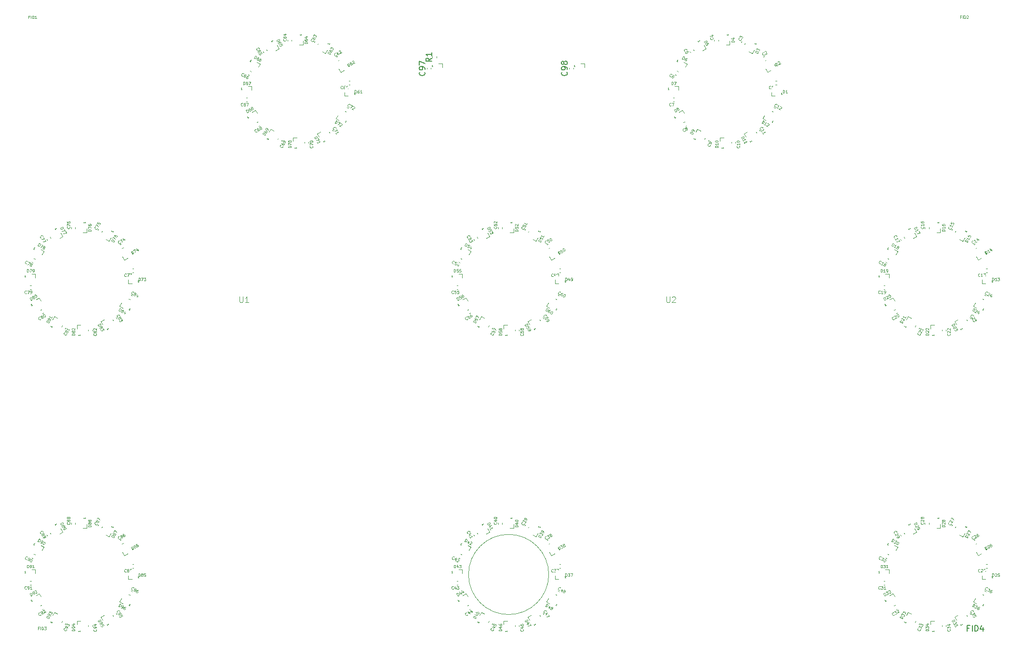
<source format=gto>
G04 #@! TF.GenerationSoftware,KiCad,Pcbnew,8.0.4+1*
G04 #@! TF.CreationDate,2024-10-06T14:07:38+00:00*
G04 #@! TF.ProjectId,pedalboard-display,70656461-6c62-46f6-9172-642d64697370,0.0.0-RC1*
G04 #@! TF.SameCoordinates,Original*
G04 #@! TF.FileFunction,Legend,Top*
G04 #@! TF.FilePolarity,Positive*
%FSLAX46Y46*%
G04 Gerber Fmt 4.6, Leading zero omitted, Abs format (unit mm)*
G04 Created by KiCad (PCBNEW 8.0.4+1) date 2024-10-06 14:07:38*
%MOMM*%
%LPD*%
G01*
G04 APERTURE LIST*
%ADD10C,0.100000*%
%ADD11C,0.075000*%
%ADD12C,0.150000*%
%ADD13C,0.120000*%
%ADD14C,1.000000*%
%ADD15R,0.500000X0.500000*%
%ADD16C,2.100000*%
G04 APERTURE END LIST*
D10*
X114050000Y-124000000D02*
G75*
G02*
X99950000Y-124000000I-7050000J0D01*
G01*
X99950000Y-124000000D02*
G75*
G02*
X114050000Y-124000000I7050000J0D01*
G01*
X186504286Y-25934204D02*
X186337619Y-25934204D01*
X186337619Y-26196109D02*
X186337619Y-25696109D01*
X186337619Y-25696109D02*
X186575714Y-25696109D01*
X186766190Y-26196109D02*
X186766190Y-25696109D01*
X187004285Y-26196109D02*
X187004285Y-25696109D01*
X187004285Y-25696109D02*
X187123333Y-25696109D01*
X187123333Y-25696109D02*
X187194761Y-25719919D01*
X187194761Y-25719919D02*
X187242380Y-25767538D01*
X187242380Y-25767538D02*
X187266190Y-25815157D01*
X187266190Y-25815157D02*
X187289999Y-25910395D01*
X187289999Y-25910395D02*
X187289999Y-25981823D01*
X187289999Y-25981823D02*
X187266190Y-26077061D01*
X187266190Y-26077061D02*
X187242380Y-26124680D01*
X187242380Y-26124680D02*
X187194761Y-26172300D01*
X187194761Y-26172300D02*
X187123333Y-26196109D01*
X187123333Y-26196109D02*
X187004285Y-26196109D01*
X187480476Y-25743728D02*
X187504285Y-25719919D01*
X187504285Y-25719919D02*
X187551904Y-25696109D01*
X187551904Y-25696109D02*
X187670952Y-25696109D01*
X187670952Y-25696109D02*
X187718571Y-25719919D01*
X187718571Y-25719919D02*
X187742380Y-25743728D01*
X187742380Y-25743728D02*
X187766190Y-25791347D01*
X187766190Y-25791347D02*
X187766190Y-25838966D01*
X187766190Y-25838966D02*
X187742380Y-25910395D01*
X187742380Y-25910395D02*
X187456666Y-26196109D01*
X187456666Y-26196109D02*
X187766190Y-26196109D01*
X62814708Y-31780880D02*
X62782184Y-31772165D01*
X62782184Y-31772165D02*
X62725850Y-31722211D01*
X62725850Y-31722211D02*
X62702040Y-31680971D01*
X62702040Y-31680971D02*
X62686946Y-31607208D01*
X62686946Y-31607208D02*
X62704375Y-31542159D01*
X62704375Y-31542159D02*
X62733710Y-31497730D01*
X62733710Y-31497730D02*
X62804284Y-31429491D01*
X62804284Y-31429491D02*
X62866143Y-31393777D01*
X62866143Y-31393777D02*
X62960526Y-31366777D01*
X62960526Y-31366777D02*
X63013670Y-31363587D01*
X63013670Y-31363587D02*
X63078719Y-31381017D01*
X63078719Y-31381017D02*
X63135053Y-31430971D01*
X63135053Y-31430971D02*
X63158863Y-31472211D01*
X63158863Y-31472211D02*
X63173957Y-31545974D01*
X63173957Y-31545974D02*
X63165242Y-31578499D01*
X63420767Y-31925843D02*
X63373148Y-31843365D01*
X63373148Y-31843365D02*
X63328719Y-31814030D01*
X63328719Y-31814030D02*
X63296195Y-31805315D01*
X63296195Y-31805315D02*
X63210526Y-31799790D01*
X63210526Y-31799790D02*
X63116143Y-31826789D01*
X63116143Y-31826789D02*
X62951186Y-31922028D01*
X62951186Y-31922028D02*
X62921851Y-31966457D01*
X62921851Y-31966457D02*
X62913136Y-31998981D01*
X62913136Y-31998981D02*
X62916326Y-32052125D01*
X62916326Y-32052125D02*
X62963945Y-32134604D01*
X62963945Y-32134604D02*
X63008374Y-32163938D01*
X63008374Y-32163938D02*
X63040899Y-32172653D01*
X63040899Y-32172653D02*
X63094043Y-32169463D01*
X63094043Y-32169463D02*
X63197141Y-32109940D01*
X63197141Y-32109940D02*
X63226476Y-32065510D01*
X63226476Y-32065510D02*
X63235190Y-32032986D01*
X63235190Y-32032986D02*
X63232001Y-31979842D01*
X63232001Y-31979842D02*
X63184381Y-31897363D01*
X63184381Y-31897363D02*
X63139952Y-31868029D01*
X63139952Y-31868029D02*
X63107428Y-31859314D01*
X63107428Y-31859314D02*
X63054284Y-31862504D01*
X63670767Y-32358855D02*
X63551719Y-32152659D01*
X63551719Y-32152659D02*
X63333618Y-32251087D01*
X63333618Y-32251087D02*
X63366143Y-32259802D01*
X63366143Y-32259802D02*
X63410572Y-32289136D01*
X63410572Y-32289136D02*
X63470096Y-32392235D01*
X63470096Y-32392235D02*
X63473285Y-32445379D01*
X63473285Y-32445379D02*
X63464571Y-32477903D01*
X63464571Y-32477903D02*
X63435236Y-32522332D01*
X63435236Y-32522332D02*
X63332138Y-32581856D01*
X63332138Y-32581856D02*
X63278994Y-32585046D01*
X63278994Y-32585046D02*
X63246469Y-32576331D01*
X63246469Y-32576331D02*
X63202040Y-32546996D01*
X63202040Y-32546996D02*
X63142516Y-32443898D01*
X63142516Y-32443898D02*
X63139326Y-32390754D01*
X63139326Y-32390754D02*
X63148041Y-32358230D01*
X114798571Y-71528490D02*
X114774762Y-71552300D01*
X114774762Y-71552300D02*
X114703333Y-71576109D01*
X114703333Y-71576109D02*
X114655714Y-71576109D01*
X114655714Y-71576109D02*
X114584286Y-71552300D01*
X114584286Y-71552300D02*
X114536667Y-71504680D01*
X114536667Y-71504680D02*
X114512857Y-71457061D01*
X114512857Y-71457061D02*
X114489048Y-71361823D01*
X114489048Y-71361823D02*
X114489048Y-71290395D01*
X114489048Y-71290395D02*
X114512857Y-71195157D01*
X114512857Y-71195157D02*
X114536667Y-71147538D01*
X114536667Y-71147538D02*
X114584286Y-71099919D01*
X114584286Y-71099919D02*
X114655714Y-71076109D01*
X114655714Y-71076109D02*
X114703333Y-71076109D01*
X114703333Y-71076109D02*
X114774762Y-71099919D01*
X114774762Y-71099919D02*
X114798571Y-71123728D01*
X115227143Y-71242776D02*
X115227143Y-71576109D01*
X115108095Y-71052300D02*
X114989048Y-71409442D01*
X114989048Y-71409442D02*
X115298571Y-71409442D01*
X115512857Y-71576109D02*
X115608095Y-71576109D01*
X115608095Y-71576109D02*
X115655714Y-71552300D01*
X115655714Y-71552300D02*
X115679523Y-71528490D01*
X115679523Y-71528490D02*
X115727142Y-71457061D01*
X115727142Y-71457061D02*
X115750952Y-71361823D01*
X115750952Y-71361823D02*
X115750952Y-71171347D01*
X115750952Y-71171347D02*
X115727142Y-71123728D01*
X115727142Y-71123728D02*
X115703333Y-71099919D01*
X115703333Y-71099919D02*
X115655714Y-71076109D01*
X115655714Y-71076109D02*
X115560476Y-71076109D01*
X115560476Y-71076109D02*
X115512857Y-71099919D01*
X115512857Y-71099919D02*
X115489047Y-71123728D01*
X115489047Y-71123728D02*
X115465238Y-71171347D01*
X115465238Y-71171347D02*
X115465238Y-71290395D01*
X115465238Y-71290395D02*
X115489047Y-71338014D01*
X115489047Y-71338014D02*
X115512857Y-71361823D01*
X115512857Y-71361823D02*
X115560476Y-71385633D01*
X115560476Y-71385633D02*
X115655714Y-71385633D01*
X115655714Y-71385633D02*
X115703333Y-71361823D01*
X115703333Y-71361823D02*
X115727142Y-71338014D01*
X115727142Y-71338014D02*
X115750952Y-71290395D01*
X184850612Y-132145712D02*
X185283624Y-131895712D01*
X185283624Y-131895712D02*
X185343148Y-131998810D01*
X185343148Y-131998810D02*
X185358243Y-132072574D01*
X185358243Y-132072574D02*
X185340813Y-132137622D01*
X185340813Y-132137622D02*
X185311479Y-132182052D01*
X185311479Y-132182052D02*
X185240905Y-132250290D01*
X185240905Y-132250290D02*
X185179046Y-132286005D01*
X185179046Y-132286005D02*
X185084662Y-132313004D01*
X185084662Y-132313004D02*
X185031518Y-132316194D01*
X185031518Y-132316194D02*
X184966469Y-132298764D01*
X184966469Y-132298764D02*
X184910136Y-132248810D01*
X184910136Y-132248810D02*
X184850612Y-132145712D01*
X185509815Y-132287485D02*
X185664577Y-132555540D01*
X185664577Y-132555540D02*
X185416286Y-132506441D01*
X185416286Y-132506441D02*
X185452001Y-132568300D01*
X185452001Y-132568300D02*
X185455190Y-132621444D01*
X185455190Y-132621444D02*
X185446476Y-132653968D01*
X185446476Y-132653968D02*
X185417141Y-132698398D01*
X185417141Y-132698398D02*
X185314043Y-132757921D01*
X185314043Y-132757921D02*
X185260899Y-132761111D01*
X185260899Y-132761111D02*
X185228374Y-132752396D01*
X185228374Y-132752396D02*
X185183945Y-132723062D01*
X185183945Y-132723062D02*
X185112516Y-132599344D01*
X185112516Y-132599344D02*
X185109327Y-132546200D01*
X185109327Y-132546200D02*
X185118041Y-132513675D01*
X185890767Y-132947313D02*
X185771719Y-132741117D01*
X185771719Y-132741117D02*
X185553618Y-132839545D01*
X185553618Y-132839545D02*
X185586143Y-132848260D01*
X185586143Y-132848260D02*
X185630572Y-132877594D01*
X185630572Y-132877594D02*
X185690096Y-132980693D01*
X185690096Y-132980693D02*
X185693285Y-133033837D01*
X185693285Y-133033837D02*
X185684571Y-133066361D01*
X185684571Y-133066361D02*
X185655236Y-133110790D01*
X185655236Y-133110790D02*
X185552138Y-133170314D01*
X185552138Y-133170314D02*
X185498994Y-133173504D01*
X185498994Y-133173504D02*
X185466469Y-133164789D01*
X185466469Y-133164789D02*
X185422040Y-133135454D01*
X185422040Y-133135454D02*
X185362516Y-133032356D01*
X185362516Y-133032356D02*
X185359326Y-132979212D01*
X185359326Y-132979212D02*
X185368041Y-132946688D01*
D11*
X186498831Y-132961975D02*
X186413117Y-132813514D01*
X186455974Y-132887744D02*
X186715782Y-132737744D01*
X186715782Y-132737744D02*
X186664381Y-132734429D01*
X186664381Y-132734429D02*
X186625351Y-132723972D01*
X186625351Y-132723972D02*
X186598694Y-132706371D01*
D10*
X34850612Y-80145712D02*
X35283624Y-79895712D01*
X35283624Y-79895712D02*
X35343148Y-79998810D01*
X35343148Y-79998810D02*
X35358243Y-80072574D01*
X35358243Y-80072574D02*
X35340813Y-80137622D01*
X35340813Y-80137622D02*
X35311479Y-80182052D01*
X35311479Y-80182052D02*
X35240905Y-80250290D01*
X35240905Y-80250290D02*
X35179046Y-80286005D01*
X35179046Y-80286005D02*
X35084662Y-80313004D01*
X35084662Y-80313004D02*
X35031518Y-80316194D01*
X35031518Y-80316194D02*
X34966469Y-80298764D01*
X34966469Y-80298764D02*
X34910136Y-80248810D01*
X34910136Y-80248810D02*
X34850612Y-80145712D01*
X35383762Y-80497726D02*
X35380572Y-80444582D01*
X35380572Y-80444582D02*
X35389287Y-80412058D01*
X35389287Y-80412058D02*
X35418621Y-80367628D01*
X35418621Y-80367628D02*
X35439241Y-80355724D01*
X35439241Y-80355724D02*
X35492385Y-80352534D01*
X35492385Y-80352534D02*
X35524910Y-80361249D01*
X35524910Y-80361249D02*
X35569339Y-80390583D01*
X35569339Y-80390583D02*
X35616958Y-80473062D01*
X35616958Y-80473062D02*
X35620148Y-80526206D01*
X35620148Y-80526206D02*
X35611433Y-80558730D01*
X35611433Y-80558730D02*
X35582098Y-80603159D01*
X35582098Y-80603159D02*
X35561479Y-80615064D01*
X35561479Y-80615064D02*
X35508334Y-80618254D01*
X35508334Y-80618254D02*
X35475810Y-80609539D01*
X35475810Y-80609539D02*
X35431381Y-80580205D01*
X35431381Y-80580205D02*
X35383762Y-80497726D01*
X35383762Y-80497726D02*
X35339333Y-80468392D01*
X35339333Y-80468392D02*
X35306808Y-80459677D01*
X35306808Y-80459677D02*
X35253664Y-80462866D01*
X35253664Y-80462866D02*
X35171186Y-80510486D01*
X35171186Y-80510486D02*
X35141851Y-80554915D01*
X35141851Y-80554915D02*
X35133136Y-80587439D01*
X35133136Y-80587439D02*
X35136326Y-80640583D01*
X35136326Y-80640583D02*
X35183945Y-80723062D01*
X35183945Y-80723062D02*
X35228374Y-80752396D01*
X35228374Y-80752396D02*
X35260899Y-80761111D01*
X35260899Y-80761111D02*
X35314043Y-80757921D01*
X35314043Y-80757921D02*
X35396521Y-80710302D01*
X35396521Y-80710302D02*
X35425856Y-80665873D01*
X35425856Y-80665873D02*
X35434571Y-80633349D01*
X35434571Y-80633349D02*
X35431381Y-80580205D01*
X35747910Y-80699878D02*
X35902672Y-80967933D01*
X35902672Y-80967933D02*
X35654381Y-80918834D01*
X35654381Y-80918834D02*
X35690096Y-80980693D01*
X35690096Y-80980693D02*
X35693285Y-81033837D01*
X35693285Y-81033837D02*
X35684571Y-81066361D01*
X35684571Y-81066361D02*
X35655236Y-81110790D01*
X35655236Y-81110790D02*
X35552138Y-81170314D01*
X35552138Y-81170314D02*
X35498994Y-81173504D01*
X35498994Y-81173504D02*
X35466469Y-81164789D01*
X35466469Y-81164789D02*
X35422040Y-81135454D01*
X35422040Y-81135454D02*
X35350611Y-81011737D01*
X35350611Y-81011737D02*
X35347422Y-80958592D01*
X35347422Y-80958592D02*
X35356136Y-80926068D01*
D11*
X36498831Y-80961975D02*
X36413117Y-80813514D01*
X36455974Y-80887744D02*
X36715782Y-80737744D01*
X36715782Y-80737744D02*
X36664381Y-80734429D01*
X36664381Y-80734429D02*
X36625351Y-80723972D01*
X36625351Y-80723972D02*
X36598694Y-80706371D01*
D10*
X180786109Y-133907142D02*
X180286109Y-133907142D01*
X180286109Y-133907142D02*
X180286109Y-133788094D01*
X180286109Y-133788094D02*
X180309919Y-133716666D01*
X180309919Y-133716666D02*
X180357538Y-133669047D01*
X180357538Y-133669047D02*
X180405157Y-133645237D01*
X180405157Y-133645237D02*
X180500395Y-133621428D01*
X180500395Y-133621428D02*
X180571823Y-133621428D01*
X180571823Y-133621428D02*
X180667061Y-133645237D01*
X180667061Y-133645237D02*
X180714680Y-133669047D01*
X180714680Y-133669047D02*
X180762300Y-133716666D01*
X180762300Y-133716666D02*
X180786109Y-133788094D01*
X180786109Y-133788094D02*
X180786109Y-133907142D01*
X180286109Y-133454761D02*
X180286109Y-133145237D01*
X180286109Y-133145237D02*
X180476585Y-133311904D01*
X180476585Y-133311904D02*
X180476585Y-133240475D01*
X180476585Y-133240475D02*
X180500395Y-133192856D01*
X180500395Y-133192856D02*
X180524204Y-133169047D01*
X180524204Y-133169047D02*
X180571823Y-133145237D01*
X180571823Y-133145237D02*
X180690871Y-133145237D01*
X180690871Y-133145237D02*
X180738490Y-133169047D01*
X180738490Y-133169047D02*
X180762300Y-133192856D01*
X180762300Y-133192856D02*
X180786109Y-133240475D01*
X180786109Y-133240475D02*
X180786109Y-133383332D01*
X180786109Y-133383332D02*
X180762300Y-133430951D01*
X180762300Y-133430951D02*
X180738490Y-133454761D01*
X180452776Y-132716666D02*
X180786109Y-132716666D01*
X180262300Y-132835714D02*
X180619442Y-132954761D01*
X180619442Y-132954761D02*
X180619442Y-132645238D01*
D11*
X181684885Y-133839285D02*
X181684885Y-134010714D01*
X181684885Y-133924999D02*
X181384885Y-133924999D01*
X181384885Y-133924999D02*
X181427742Y-133953571D01*
X181427742Y-133953571D02*
X181456314Y-133982142D01*
X181456314Y-133982142D02*
X181470600Y-134010714D01*
D10*
X147850612Y-47145712D02*
X148283624Y-46895712D01*
X148283624Y-46895712D02*
X148343148Y-46998810D01*
X148343148Y-46998810D02*
X148358243Y-47072574D01*
X148358243Y-47072574D02*
X148340813Y-47137622D01*
X148340813Y-47137622D02*
X148311479Y-47182052D01*
X148311479Y-47182052D02*
X148240905Y-47250290D01*
X148240905Y-47250290D02*
X148179046Y-47286005D01*
X148179046Y-47286005D02*
X148084662Y-47313004D01*
X148084662Y-47313004D02*
X148031518Y-47316194D01*
X148031518Y-47316194D02*
X147966469Y-47298764D01*
X147966469Y-47298764D02*
X147910136Y-47248810D01*
X147910136Y-47248810D02*
X147850612Y-47145712D01*
X148231564Y-47805540D02*
X148088707Y-47558105D01*
X148160136Y-47681823D02*
X148593148Y-47431823D01*
X148593148Y-47431823D02*
X148507480Y-47426297D01*
X148507480Y-47426297D02*
X148442431Y-47408868D01*
X148442431Y-47408868D02*
X148398002Y-47379533D01*
X148469659Y-48217933D02*
X148326802Y-47970497D01*
X148398231Y-48094215D02*
X148831243Y-47844215D01*
X148831243Y-47844215D02*
X148745575Y-47838690D01*
X148745575Y-47838690D02*
X148680526Y-47821260D01*
X148680526Y-47821260D02*
X148636097Y-47791926D01*
D11*
X149498831Y-47961975D02*
X149413117Y-47813514D01*
X149455974Y-47887744D02*
X149715782Y-47737744D01*
X149715782Y-47737744D02*
X149664381Y-47734429D01*
X149664381Y-47734429D02*
X149625351Y-47723972D01*
X149625351Y-47723972D02*
X149598694Y-47706371D01*
D10*
X116982857Y-72326109D02*
X116982857Y-71826109D01*
X116982857Y-71826109D02*
X117101905Y-71826109D01*
X117101905Y-71826109D02*
X117173333Y-71849919D01*
X117173333Y-71849919D02*
X117220952Y-71897538D01*
X117220952Y-71897538D02*
X117244762Y-71945157D01*
X117244762Y-71945157D02*
X117268571Y-72040395D01*
X117268571Y-72040395D02*
X117268571Y-72111823D01*
X117268571Y-72111823D02*
X117244762Y-72207061D01*
X117244762Y-72207061D02*
X117220952Y-72254680D01*
X117220952Y-72254680D02*
X117173333Y-72302300D01*
X117173333Y-72302300D02*
X117101905Y-72326109D01*
X117101905Y-72326109D02*
X116982857Y-72326109D01*
X117697143Y-71992776D02*
X117697143Y-72326109D01*
X117578095Y-71802300D02*
X117459048Y-72159442D01*
X117459048Y-72159442D02*
X117768571Y-72159442D01*
X117982857Y-72326109D02*
X118078095Y-72326109D01*
X118078095Y-72326109D02*
X118125714Y-72302300D01*
X118125714Y-72302300D02*
X118149523Y-72278490D01*
X118149523Y-72278490D02*
X118197142Y-72207061D01*
X118197142Y-72207061D02*
X118220952Y-72111823D01*
X118220952Y-72111823D02*
X118220952Y-71921347D01*
X118220952Y-71921347D02*
X118197142Y-71873728D01*
X118197142Y-71873728D02*
X118173333Y-71849919D01*
X118173333Y-71849919D02*
X118125714Y-71826109D01*
X118125714Y-71826109D02*
X118030476Y-71826109D01*
X118030476Y-71826109D02*
X117982857Y-71849919D01*
X117982857Y-71849919D02*
X117959047Y-71873728D01*
X117959047Y-71873728D02*
X117935238Y-71921347D01*
X117935238Y-71921347D02*
X117935238Y-72040395D01*
X117935238Y-72040395D02*
X117959047Y-72088014D01*
X117959047Y-72088014D02*
X117982857Y-72111823D01*
X117982857Y-72111823D02*
X118030476Y-72135633D01*
X118030476Y-72135633D02*
X118125714Y-72135633D01*
X118125714Y-72135633D02*
X118173333Y-72111823D01*
X118173333Y-72111823D02*
X118197142Y-72088014D01*
X118197142Y-72088014D02*
X118220952Y-72040395D01*
D11*
X117010714Y-72584885D02*
X116839285Y-72584885D01*
X116925000Y-72584885D02*
X116925000Y-72284885D01*
X116925000Y-72284885D02*
X116896428Y-72327742D01*
X116896428Y-72327742D02*
X116867857Y-72356314D01*
X116867857Y-72356314D02*
X116839285Y-72370600D01*
D10*
X142858490Y-29603333D02*
X142882300Y-29627142D01*
X142882300Y-29627142D02*
X142906109Y-29698571D01*
X142906109Y-29698571D02*
X142906109Y-29746190D01*
X142906109Y-29746190D02*
X142882300Y-29817618D01*
X142882300Y-29817618D02*
X142834680Y-29865237D01*
X142834680Y-29865237D02*
X142787061Y-29889047D01*
X142787061Y-29889047D02*
X142691823Y-29912856D01*
X142691823Y-29912856D02*
X142620395Y-29912856D01*
X142620395Y-29912856D02*
X142525157Y-29889047D01*
X142525157Y-29889047D02*
X142477538Y-29865237D01*
X142477538Y-29865237D02*
X142429919Y-29817618D01*
X142429919Y-29817618D02*
X142406109Y-29746190D01*
X142406109Y-29746190D02*
X142406109Y-29698571D01*
X142406109Y-29698571D02*
X142429919Y-29627142D01*
X142429919Y-29627142D02*
X142453728Y-29603333D01*
X142572776Y-29174761D02*
X142906109Y-29174761D01*
X142382300Y-29293809D02*
X142739442Y-29412856D01*
X142739442Y-29412856D02*
X142739442Y-29103333D01*
X24790879Y-79055291D02*
X24782164Y-79087815D01*
X24782164Y-79087815D02*
X24732210Y-79144149D01*
X24732210Y-79144149D02*
X24690970Y-79167959D01*
X24690970Y-79167959D02*
X24617207Y-79183053D01*
X24617207Y-79183053D02*
X24552158Y-79165624D01*
X24552158Y-79165624D02*
X24507729Y-79136289D01*
X24507729Y-79136289D02*
X24439490Y-79065715D01*
X24439490Y-79065715D02*
X24403776Y-79003856D01*
X24403776Y-79003856D02*
X24376776Y-78909473D01*
X24376776Y-78909473D02*
X24373586Y-78856329D01*
X24373586Y-78856329D02*
X24391016Y-78791280D01*
X24391016Y-78791280D02*
X24440970Y-78734946D01*
X24440970Y-78734946D02*
X24482210Y-78711136D01*
X24482210Y-78711136D02*
X24555973Y-78696042D01*
X24555973Y-78696042D02*
X24588498Y-78704757D01*
X24919267Y-78706237D02*
X24866123Y-78709427D01*
X24866123Y-78709427D02*
X24833599Y-78700712D01*
X24833599Y-78700712D02*
X24789169Y-78671378D01*
X24789169Y-78671378D02*
X24777265Y-78650758D01*
X24777265Y-78650758D02*
X24774075Y-78597614D01*
X24774075Y-78597614D02*
X24782790Y-78565089D01*
X24782790Y-78565089D02*
X24812124Y-78520660D01*
X24812124Y-78520660D02*
X24894603Y-78473041D01*
X24894603Y-78473041D02*
X24947747Y-78469851D01*
X24947747Y-78469851D02*
X24980271Y-78478566D01*
X24980271Y-78478566D02*
X25024700Y-78507901D01*
X25024700Y-78507901D02*
X25036605Y-78528520D01*
X25036605Y-78528520D02*
X25039795Y-78581665D01*
X25039795Y-78581665D02*
X25031080Y-78614189D01*
X25031080Y-78614189D02*
X25001746Y-78658618D01*
X25001746Y-78658618D02*
X24919267Y-78706237D01*
X24919267Y-78706237D02*
X24889933Y-78750666D01*
X24889933Y-78750666D02*
X24881218Y-78783191D01*
X24881218Y-78783191D02*
X24884407Y-78836335D01*
X24884407Y-78836335D02*
X24932027Y-78918813D01*
X24932027Y-78918813D02*
X24976456Y-78948148D01*
X24976456Y-78948148D02*
X25008980Y-78956863D01*
X25008980Y-78956863D02*
X25062124Y-78953673D01*
X25062124Y-78953673D02*
X25144603Y-78906054D01*
X25144603Y-78906054D02*
X25173937Y-78861625D01*
X25173937Y-78861625D02*
X25182652Y-78829100D01*
X25182652Y-78829100D02*
X25179462Y-78775956D01*
X25179462Y-78775956D02*
X25131843Y-78693478D01*
X25131843Y-78693478D02*
X25087414Y-78664143D01*
X25087414Y-78664143D02*
X25054890Y-78655428D01*
X25054890Y-78655428D02*
X25001746Y-78658618D01*
X25245136Y-78270661D02*
X25286376Y-78246851D01*
X25286376Y-78246851D02*
X25339520Y-78243661D01*
X25339520Y-78243661D02*
X25372044Y-78252376D01*
X25372044Y-78252376D02*
X25416473Y-78281711D01*
X25416473Y-78281711D02*
X25484712Y-78352284D01*
X25484712Y-78352284D02*
X25544236Y-78455383D01*
X25544236Y-78455383D02*
X25571235Y-78549766D01*
X25571235Y-78549766D02*
X25574425Y-78602910D01*
X25574425Y-78602910D02*
X25565710Y-78635435D01*
X25565710Y-78635435D02*
X25536376Y-78679864D01*
X25536376Y-78679864D02*
X25495136Y-78703673D01*
X25495136Y-78703673D02*
X25441992Y-78706863D01*
X25441992Y-78706863D02*
X25409468Y-78698148D01*
X25409468Y-78698148D02*
X25365039Y-78668814D01*
X25365039Y-78668814D02*
X25296800Y-78598240D01*
X25296800Y-78598240D02*
X25237276Y-78495142D01*
X25237276Y-78495142D02*
X25210277Y-78400758D01*
X25210277Y-78400758D02*
X25207087Y-78347614D01*
X25207087Y-78347614D02*
X25215802Y-78315090D01*
X25215802Y-78315090D02*
X25245136Y-78270661D01*
X109850612Y-80145712D02*
X110283624Y-79895712D01*
X110283624Y-79895712D02*
X110343148Y-79998810D01*
X110343148Y-79998810D02*
X110358243Y-80072574D01*
X110358243Y-80072574D02*
X110340813Y-80137622D01*
X110340813Y-80137622D02*
X110311479Y-80182052D01*
X110311479Y-80182052D02*
X110240905Y-80250290D01*
X110240905Y-80250290D02*
X110179046Y-80286005D01*
X110179046Y-80286005D02*
X110084662Y-80313004D01*
X110084662Y-80313004D02*
X110031518Y-80316194D01*
X110031518Y-80316194D02*
X109966469Y-80298764D01*
X109966469Y-80298764D02*
X109910136Y-80248810D01*
X109910136Y-80248810D02*
X109850612Y-80145712D01*
X110652672Y-80534921D02*
X110533624Y-80328724D01*
X110533624Y-80328724D02*
X110315523Y-80427152D01*
X110315523Y-80427152D02*
X110348048Y-80435867D01*
X110348048Y-80435867D02*
X110392477Y-80465202D01*
X110392477Y-80465202D02*
X110452001Y-80568300D01*
X110452001Y-80568300D02*
X110455190Y-80621444D01*
X110455190Y-80621444D02*
X110446476Y-80653968D01*
X110446476Y-80653968D02*
X110417141Y-80698398D01*
X110417141Y-80698398D02*
X110314043Y-80757921D01*
X110314043Y-80757921D02*
X110260899Y-80761111D01*
X110260899Y-80761111D02*
X110228374Y-80752396D01*
X110228374Y-80752396D02*
X110183945Y-80723062D01*
X110183945Y-80723062D02*
X110124421Y-80619964D01*
X110124421Y-80619964D02*
X110121231Y-80566819D01*
X110121231Y-80566819D02*
X110129946Y-80534295D01*
X110350611Y-81011737D02*
X110398231Y-81094215D01*
X110398231Y-81094215D02*
X110442660Y-81123550D01*
X110442660Y-81123550D02*
X110475184Y-81132265D01*
X110475184Y-81132265D02*
X110560853Y-81137790D01*
X110560853Y-81137790D02*
X110655236Y-81110790D01*
X110655236Y-81110790D02*
X110820193Y-81015552D01*
X110820193Y-81015552D02*
X110849528Y-80971123D01*
X110849528Y-80971123D02*
X110858243Y-80938599D01*
X110858243Y-80938599D02*
X110855053Y-80885454D01*
X110855053Y-80885454D02*
X110807434Y-80802976D01*
X110807434Y-80802976D02*
X110763005Y-80773641D01*
X110763005Y-80773641D02*
X110730480Y-80764926D01*
X110730480Y-80764926D02*
X110677336Y-80768116D01*
X110677336Y-80768116D02*
X110574238Y-80827640D01*
X110574238Y-80827640D02*
X110544903Y-80872069D01*
X110544903Y-80872069D02*
X110536188Y-80904594D01*
X110536188Y-80904594D02*
X110539378Y-80957738D01*
X110539378Y-80957738D02*
X110586997Y-81040216D01*
X110586997Y-81040216D02*
X110631426Y-81069551D01*
X110631426Y-81069551D02*
X110663951Y-81078266D01*
X110663951Y-81078266D02*
X110717095Y-81075076D01*
D11*
X111498831Y-80961975D02*
X111413117Y-80813514D01*
X111455974Y-80887744D02*
X111715782Y-80737744D01*
X111715782Y-80737744D02*
X111664381Y-80734429D01*
X111664381Y-80734429D02*
X111625351Y-80723972D01*
X111625351Y-80723972D02*
X111598694Y-80706371D01*
D10*
X174790879Y-131055291D02*
X174782164Y-131087815D01*
X174782164Y-131087815D02*
X174732210Y-131144149D01*
X174732210Y-131144149D02*
X174690970Y-131167959D01*
X174690970Y-131167959D02*
X174617207Y-131183053D01*
X174617207Y-131183053D02*
X174552158Y-131165624D01*
X174552158Y-131165624D02*
X174507729Y-131136289D01*
X174507729Y-131136289D02*
X174439490Y-131065715D01*
X174439490Y-131065715D02*
X174403776Y-131003856D01*
X174403776Y-131003856D02*
X174376776Y-130909473D01*
X174376776Y-130909473D02*
X174373586Y-130856329D01*
X174373586Y-130856329D02*
X174391016Y-130791280D01*
X174391016Y-130791280D02*
X174440970Y-130734946D01*
X174440970Y-130734946D02*
X174482210Y-130711136D01*
X174482210Y-130711136D02*
X174555973Y-130696042D01*
X174555973Y-130696042D02*
X174588498Y-130704757D01*
X174709026Y-130580184D02*
X174977081Y-130425422D01*
X174977081Y-130425422D02*
X174927982Y-130673713D01*
X174927982Y-130673713D02*
X174989841Y-130637998D01*
X174989841Y-130637998D02*
X175042985Y-130634809D01*
X175042985Y-130634809D02*
X175075509Y-130643523D01*
X175075509Y-130643523D02*
X175119939Y-130672858D01*
X175119939Y-130672858D02*
X175179462Y-130775956D01*
X175179462Y-130775956D02*
X175182652Y-130829100D01*
X175182652Y-130829100D02*
X175173937Y-130861625D01*
X175173937Y-130861625D02*
X175144603Y-130906054D01*
X175144603Y-130906054D02*
X175020885Y-130977483D01*
X175020885Y-130977483D02*
X174967741Y-130980672D01*
X174967741Y-130980672D02*
X174935216Y-130971958D01*
X175165848Y-130371424D02*
X175174563Y-130338899D01*
X175174563Y-130338899D02*
X175203897Y-130294470D01*
X175203897Y-130294470D02*
X175306995Y-130234946D01*
X175306995Y-130234946D02*
X175360140Y-130231756D01*
X175360140Y-130231756D02*
X175392664Y-130240471D01*
X175392664Y-130240471D02*
X175437093Y-130269806D01*
X175437093Y-130269806D02*
X175460903Y-130311045D01*
X175460903Y-130311045D02*
X175475997Y-130384809D01*
X175475997Y-130384809D02*
X175371419Y-130775102D01*
X175371419Y-130775102D02*
X175639474Y-130620340D01*
X41982857Y-72326109D02*
X41982857Y-71826109D01*
X41982857Y-71826109D02*
X42101905Y-71826109D01*
X42101905Y-71826109D02*
X42173333Y-71849919D01*
X42173333Y-71849919D02*
X42220952Y-71897538D01*
X42220952Y-71897538D02*
X42244762Y-71945157D01*
X42244762Y-71945157D02*
X42268571Y-72040395D01*
X42268571Y-72040395D02*
X42268571Y-72111823D01*
X42268571Y-72111823D02*
X42244762Y-72207061D01*
X42244762Y-72207061D02*
X42220952Y-72254680D01*
X42220952Y-72254680D02*
X42173333Y-72302300D01*
X42173333Y-72302300D02*
X42101905Y-72326109D01*
X42101905Y-72326109D02*
X41982857Y-72326109D01*
X42435238Y-71826109D02*
X42768571Y-71826109D01*
X42768571Y-71826109D02*
X42554286Y-72326109D01*
X42911428Y-71826109D02*
X43220952Y-71826109D01*
X43220952Y-71826109D02*
X43054285Y-72016585D01*
X43054285Y-72016585D02*
X43125714Y-72016585D01*
X43125714Y-72016585D02*
X43173333Y-72040395D01*
X43173333Y-72040395D02*
X43197142Y-72064204D01*
X43197142Y-72064204D02*
X43220952Y-72111823D01*
X43220952Y-72111823D02*
X43220952Y-72230871D01*
X43220952Y-72230871D02*
X43197142Y-72278490D01*
X43197142Y-72278490D02*
X43173333Y-72302300D01*
X43173333Y-72302300D02*
X43125714Y-72326109D01*
X43125714Y-72326109D02*
X42982857Y-72326109D01*
X42982857Y-72326109D02*
X42935238Y-72302300D01*
X42935238Y-72302300D02*
X42911428Y-72278490D01*
D11*
X42010714Y-72584885D02*
X41839285Y-72584885D01*
X41925000Y-72584885D02*
X41925000Y-72284885D01*
X41925000Y-72284885D02*
X41896428Y-72327742D01*
X41896428Y-72327742D02*
X41867857Y-72356314D01*
X41867857Y-72356314D02*
X41839285Y-72370600D01*
D10*
X137933756Y-31987076D02*
X137901231Y-31978361D01*
X137901231Y-31978361D02*
X137844897Y-31928407D01*
X137844897Y-31928407D02*
X137821088Y-31887168D01*
X137821088Y-31887168D02*
X137805993Y-31813404D01*
X137805993Y-31813404D02*
X137823423Y-31748355D01*
X137823423Y-31748355D02*
X137852757Y-31703926D01*
X137852757Y-31703926D02*
X137923331Y-31635687D01*
X137923331Y-31635687D02*
X137985190Y-31599973D01*
X137985190Y-31599973D02*
X138079574Y-31572974D01*
X138079574Y-31572974D02*
X138132718Y-31569784D01*
X138132718Y-31569784D02*
X138197767Y-31587214D01*
X138197767Y-31587214D02*
X138254100Y-31637168D01*
X138254100Y-31637168D02*
X138277910Y-31678407D01*
X138277910Y-31678407D02*
X138293005Y-31752171D01*
X138293005Y-31752171D02*
X138284290Y-31784695D01*
X138551720Y-32152659D02*
X138432672Y-31946463D01*
X138432672Y-31946463D02*
X138214571Y-32044891D01*
X138214571Y-32044891D02*
X138247095Y-32053605D01*
X138247095Y-32053605D02*
X138291524Y-32082940D01*
X138291524Y-32082940D02*
X138351048Y-32186038D01*
X138351048Y-32186038D02*
X138354238Y-32239182D01*
X138354238Y-32239182D02*
X138345523Y-32271707D01*
X138345523Y-32271707D02*
X138316188Y-32316136D01*
X138316188Y-32316136D02*
X138213090Y-32375660D01*
X138213090Y-32375660D02*
X138159946Y-32378850D01*
X138159946Y-32378850D02*
X138127422Y-32370135D01*
X138127422Y-32370135D02*
X138082993Y-32340800D01*
X138082993Y-32340800D02*
X138023469Y-32237702D01*
X138023469Y-32237702D02*
X138020279Y-32184558D01*
X138020279Y-32184558D02*
X138028994Y-32152033D01*
X189798571Y-71528490D02*
X189774762Y-71552300D01*
X189774762Y-71552300D02*
X189703333Y-71576109D01*
X189703333Y-71576109D02*
X189655714Y-71576109D01*
X189655714Y-71576109D02*
X189584286Y-71552300D01*
X189584286Y-71552300D02*
X189536667Y-71504680D01*
X189536667Y-71504680D02*
X189512857Y-71457061D01*
X189512857Y-71457061D02*
X189489048Y-71361823D01*
X189489048Y-71361823D02*
X189489048Y-71290395D01*
X189489048Y-71290395D02*
X189512857Y-71195157D01*
X189512857Y-71195157D02*
X189536667Y-71147538D01*
X189536667Y-71147538D02*
X189584286Y-71099919D01*
X189584286Y-71099919D02*
X189655714Y-71076109D01*
X189655714Y-71076109D02*
X189703333Y-71076109D01*
X189703333Y-71076109D02*
X189774762Y-71099919D01*
X189774762Y-71099919D02*
X189798571Y-71123728D01*
X190274762Y-71576109D02*
X189989048Y-71576109D01*
X190131905Y-71576109D02*
X190131905Y-71076109D01*
X190131905Y-71076109D02*
X190084286Y-71147538D01*
X190084286Y-71147538D02*
X190036667Y-71195157D01*
X190036667Y-71195157D02*
X189989048Y-71218966D01*
X190441428Y-71076109D02*
X190750952Y-71076109D01*
X190750952Y-71076109D02*
X190584285Y-71266585D01*
X190584285Y-71266585D02*
X190655714Y-71266585D01*
X190655714Y-71266585D02*
X190703333Y-71290395D01*
X190703333Y-71290395D02*
X190727142Y-71314204D01*
X190727142Y-71314204D02*
X190750952Y-71361823D01*
X190750952Y-71361823D02*
X190750952Y-71480871D01*
X190750952Y-71480871D02*
X190727142Y-71528490D01*
X190727142Y-71528490D02*
X190703333Y-71552300D01*
X190703333Y-71552300D02*
X190655714Y-71576109D01*
X190655714Y-71576109D02*
X190512857Y-71576109D01*
X190512857Y-71576109D02*
X190465238Y-71552300D01*
X190465238Y-71552300D02*
X190441428Y-71528490D01*
X113455373Y-129604681D02*
X113705373Y-129171668D01*
X113705373Y-129171668D02*
X113808471Y-129231192D01*
X113808471Y-129231192D02*
X113858425Y-129287526D01*
X113858425Y-129287526D02*
X113875855Y-129352575D01*
X113875855Y-129352575D02*
X113872665Y-129405719D01*
X113872665Y-129405719D02*
X113845666Y-129500102D01*
X113845666Y-129500102D02*
X113809952Y-129561961D01*
X113809952Y-129561961D02*
X113741713Y-129632535D01*
X113741713Y-129632535D02*
X113697284Y-129661870D01*
X113697284Y-129661870D02*
X113632235Y-129679299D01*
X113632235Y-129679299D02*
X113558471Y-129664205D01*
X113558471Y-129664205D02*
X113455373Y-129604681D01*
X114240629Y-129673149D02*
X114073963Y-129961824D01*
X114232769Y-129448668D02*
X113951099Y-129698439D01*
X113951099Y-129698439D02*
X114219155Y-129853200D01*
X114505494Y-129881054D02*
X114476160Y-129836625D01*
X114476160Y-129836625D02*
X114467445Y-129804101D01*
X114467445Y-129804101D02*
X114470635Y-129750957D01*
X114470635Y-129750957D02*
X114482540Y-129730337D01*
X114482540Y-129730337D02*
X114526969Y-129701003D01*
X114526969Y-129701003D02*
X114559493Y-129692288D01*
X114559493Y-129692288D02*
X114612637Y-129695477D01*
X114612637Y-129695477D02*
X114695116Y-129743097D01*
X114695116Y-129743097D02*
X114724450Y-129787526D01*
X114724450Y-129787526D02*
X114733165Y-129820050D01*
X114733165Y-129820050D02*
X114729975Y-129873194D01*
X114729975Y-129873194D02*
X114718071Y-129893814D01*
X114718071Y-129893814D02*
X114673642Y-129923148D01*
X114673642Y-129923148D02*
X114641117Y-129931863D01*
X114641117Y-129931863D02*
X114587973Y-129928673D01*
X114587973Y-129928673D02*
X114505494Y-129881054D01*
X114505494Y-129881054D02*
X114452350Y-129877864D01*
X114452350Y-129877864D02*
X114419826Y-129886579D01*
X114419826Y-129886579D02*
X114375397Y-129915914D01*
X114375397Y-129915914D02*
X114327778Y-129998393D01*
X114327778Y-129998393D02*
X114324588Y-130051537D01*
X114324588Y-130051537D02*
X114333303Y-130084061D01*
X114333303Y-130084061D02*
X114362637Y-130128490D01*
X114362637Y-130128490D02*
X114445116Y-130176109D01*
X114445116Y-130176109D02*
X114498260Y-130179299D01*
X114498260Y-130179299D02*
X114530784Y-130170584D01*
X114530784Y-130170584D02*
X114575214Y-130141250D01*
X114575214Y-130141250D02*
X114622833Y-130058771D01*
X114622833Y-130058771D02*
X114626022Y-130005627D01*
X114626022Y-130005627D02*
X114617308Y-129973103D01*
X114617308Y-129973103D02*
X114587973Y-129928673D01*
D11*
X115377090Y-129511882D02*
X115228628Y-129426168D01*
X115302859Y-129469025D02*
X115452859Y-129209217D01*
X115452859Y-129209217D02*
X115406687Y-129232047D01*
X115406687Y-129232047D02*
X115367657Y-129242505D01*
X115367657Y-129242505D02*
X115335771Y-129240591D01*
D10*
X40887254Y-119649387D02*
X40637254Y-119216375D01*
X40637254Y-119216375D02*
X40740352Y-119156851D01*
X40740352Y-119156851D02*
X40814116Y-119141756D01*
X40814116Y-119141756D02*
X40879164Y-119159186D01*
X40879164Y-119159186D02*
X40923594Y-119188520D01*
X40923594Y-119188520D02*
X40991832Y-119259094D01*
X40991832Y-119259094D02*
X41027547Y-119320953D01*
X41027547Y-119320953D02*
X41054546Y-119415337D01*
X41054546Y-119415337D02*
X41057736Y-119468481D01*
X41057736Y-119468481D02*
X41040306Y-119533530D01*
X41040306Y-119533530D02*
X40990352Y-119589863D01*
X40990352Y-119589863D02*
X40887254Y-119649387D01*
X41239268Y-119116237D02*
X41186124Y-119119427D01*
X41186124Y-119119427D02*
X41153600Y-119110712D01*
X41153600Y-119110712D02*
X41109170Y-119081378D01*
X41109170Y-119081378D02*
X41097266Y-119060758D01*
X41097266Y-119060758D02*
X41094076Y-119007614D01*
X41094076Y-119007614D02*
X41102791Y-118975089D01*
X41102791Y-118975089D02*
X41132125Y-118930660D01*
X41132125Y-118930660D02*
X41214604Y-118883041D01*
X41214604Y-118883041D02*
X41267748Y-118879851D01*
X41267748Y-118879851D02*
X41300272Y-118888566D01*
X41300272Y-118888566D02*
X41344701Y-118917901D01*
X41344701Y-118917901D02*
X41356606Y-118938520D01*
X41356606Y-118938520D02*
X41359796Y-118991665D01*
X41359796Y-118991665D02*
X41351081Y-119024189D01*
X41351081Y-119024189D02*
X41321747Y-119068618D01*
X41321747Y-119068618D02*
X41239268Y-119116237D01*
X41239268Y-119116237D02*
X41209934Y-119160666D01*
X41209934Y-119160666D02*
X41201219Y-119193191D01*
X41201219Y-119193191D02*
X41204408Y-119246335D01*
X41204408Y-119246335D02*
X41252028Y-119328813D01*
X41252028Y-119328813D02*
X41296457Y-119358148D01*
X41296457Y-119358148D02*
X41328981Y-119366863D01*
X41328981Y-119366863D02*
X41382125Y-119363673D01*
X41382125Y-119363673D02*
X41464604Y-119316054D01*
X41464604Y-119316054D02*
X41493938Y-119271625D01*
X41493938Y-119271625D02*
X41502653Y-119239100D01*
X41502653Y-119239100D02*
X41499463Y-119185956D01*
X41499463Y-119185956D02*
X41451844Y-119103478D01*
X41451844Y-119103478D02*
X41407415Y-119074143D01*
X41407415Y-119074143D02*
X41374891Y-119065428D01*
X41374891Y-119065428D02*
X41321747Y-119068618D01*
X41668236Y-118621137D02*
X41585757Y-118668756D01*
X41585757Y-118668756D02*
X41556423Y-118713185D01*
X41556423Y-118713185D02*
X41547708Y-118745709D01*
X41547708Y-118745709D02*
X41542183Y-118831378D01*
X41542183Y-118831378D02*
X41569182Y-118925761D01*
X41569182Y-118925761D02*
X41664420Y-119090718D01*
X41664420Y-119090718D02*
X41708849Y-119120053D01*
X41708849Y-119120053D02*
X41741374Y-119128768D01*
X41741374Y-119128768D02*
X41794518Y-119125578D01*
X41794518Y-119125578D02*
X41876996Y-119077959D01*
X41876996Y-119077959D02*
X41906331Y-119033530D01*
X41906331Y-119033530D02*
X41915046Y-119001005D01*
X41915046Y-119001005D02*
X41911856Y-118947861D01*
X41911856Y-118947861D02*
X41852332Y-118844763D01*
X41852332Y-118844763D02*
X41807903Y-118815428D01*
X41807903Y-118815428D02*
X41775379Y-118806714D01*
X41775379Y-118806714D02*
X41722235Y-118809903D01*
X41722235Y-118809903D02*
X41639756Y-118857523D01*
X41639756Y-118857523D02*
X41610421Y-118901952D01*
X41610421Y-118901952D02*
X41601706Y-118934476D01*
X41601706Y-118934476D02*
X41604896Y-118987620D01*
D11*
X40961975Y-119501168D02*
X40813514Y-119586882D01*
X40887744Y-119544025D02*
X40737744Y-119284217D01*
X40737744Y-119284217D02*
X40734429Y-119335618D01*
X40734429Y-119335618D02*
X40723972Y-119374648D01*
X40723972Y-119374648D02*
X40706371Y-119401305D01*
D10*
X71626109Y-30607142D02*
X71126109Y-30607142D01*
X71126109Y-30607142D02*
X71126109Y-30488094D01*
X71126109Y-30488094D02*
X71149919Y-30416666D01*
X71149919Y-30416666D02*
X71197538Y-30369047D01*
X71197538Y-30369047D02*
X71245157Y-30345237D01*
X71245157Y-30345237D02*
X71340395Y-30321428D01*
X71340395Y-30321428D02*
X71411823Y-30321428D01*
X71411823Y-30321428D02*
X71507061Y-30345237D01*
X71507061Y-30345237D02*
X71554680Y-30369047D01*
X71554680Y-30369047D02*
X71602300Y-30416666D01*
X71602300Y-30416666D02*
X71626109Y-30488094D01*
X71626109Y-30488094D02*
X71626109Y-30607142D01*
X71126109Y-29892856D02*
X71126109Y-29988094D01*
X71126109Y-29988094D02*
X71149919Y-30035713D01*
X71149919Y-30035713D02*
X71173728Y-30059523D01*
X71173728Y-30059523D02*
X71245157Y-30107142D01*
X71245157Y-30107142D02*
X71340395Y-30130951D01*
X71340395Y-30130951D02*
X71530871Y-30130951D01*
X71530871Y-30130951D02*
X71578490Y-30107142D01*
X71578490Y-30107142D02*
X71602300Y-30083332D01*
X71602300Y-30083332D02*
X71626109Y-30035713D01*
X71626109Y-30035713D02*
X71626109Y-29940475D01*
X71626109Y-29940475D02*
X71602300Y-29892856D01*
X71602300Y-29892856D02*
X71578490Y-29869047D01*
X71578490Y-29869047D02*
X71530871Y-29845237D01*
X71530871Y-29845237D02*
X71411823Y-29845237D01*
X71411823Y-29845237D02*
X71364204Y-29869047D01*
X71364204Y-29869047D02*
X71340395Y-29892856D01*
X71340395Y-29892856D02*
X71316585Y-29940475D01*
X71316585Y-29940475D02*
X71316585Y-30035713D01*
X71316585Y-30035713D02*
X71340395Y-30083332D01*
X71340395Y-30083332D02*
X71364204Y-30107142D01*
X71364204Y-30107142D02*
X71411823Y-30130951D01*
X71292776Y-29416666D02*
X71626109Y-29416666D01*
X71102300Y-29535714D02*
X71459442Y-29654761D01*
X71459442Y-29654761D02*
X71459442Y-29345238D01*
D11*
X70584885Y-28989285D02*
X70584885Y-29160714D01*
X70584885Y-29074999D02*
X70284885Y-29074999D01*
X70284885Y-29074999D02*
X70327742Y-29103571D01*
X70327742Y-29103571D02*
X70356314Y-29132142D01*
X70356314Y-29132142D02*
X70370600Y-29160714D01*
D10*
X99266915Y-66179809D02*
X99516915Y-65746796D01*
X99516915Y-65746796D02*
X99620013Y-65806320D01*
X99620013Y-65806320D02*
X99669967Y-65862654D01*
X99669967Y-65862654D02*
X99687397Y-65927703D01*
X99687397Y-65927703D02*
X99684207Y-65980847D01*
X99684207Y-65980847D02*
X99657208Y-66075230D01*
X99657208Y-66075230D02*
X99621494Y-66137089D01*
X99621494Y-66137089D02*
X99553255Y-66207663D01*
X99553255Y-66207663D02*
X99508826Y-66236998D01*
X99508826Y-66236998D02*
X99443777Y-66254427D01*
X99443777Y-66254427D02*
X99370013Y-66239333D01*
X99370013Y-66239333D02*
X99266915Y-66179809D01*
X100156124Y-66115844D02*
X99949928Y-65996796D01*
X99949928Y-65996796D02*
X99810260Y-66191088D01*
X99810260Y-66191088D02*
X99842785Y-66182373D01*
X99842785Y-66182373D02*
X99895929Y-66185563D01*
X99895929Y-66185563D02*
X99999027Y-66245087D01*
X99999027Y-66245087D02*
X100028362Y-66289516D01*
X100028362Y-66289516D02*
X100037077Y-66322040D01*
X100037077Y-66322040D02*
X100033887Y-66375184D01*
X100033887Y-66375184D02*
X99974363Y-66478283D01*
X99974363Y-66478283D02*
X99929934Y-66507617D01*
X99929934Y-66507617D02*
X99897409Y-66516332D01*
X99897409Y-66516332D02*
X99844265Y-66513142D01*
X99844265Y-66513142D02*
X99741167Y-66453618D01*
X99741167Y-66453618D02*
X99711832Y-66409189D01*
X99711832Y-66409189D02*
X99703118Y-66376665D01*
X100464564Y-66486372D02*
X100297897Y-66775047D01*
X100456704Y-66261891D02*
X100175034Y-66511662D01*
X100175034Y-66511662D02*
X100443090Y-66666423D01*
D11*
X98636486Y-66807460D02*
X98488024Y-66721746D01*
X98562255Y-66764603D02*
X98712255Y-66504795D01*
X98712255Y-66504795D02*
X98666083Y-66527625D01*
X98666083Y-66527625D02*
X98627053Y-66538083D01*
X98627053Y-66538083D02*
X98595167Y-66536169D01*
D10*
X116982857Y-124326109D02*
X116982857Y-123826109D01*
X116982857Y-123826109D02*
X117101905Y-123826109D01*
X117101905Y-123826109D02*
X117173333Y-123849919D01*
X117173333Y-123849919D02*
X117220952Y-123897538D01*
X117220952Y-123897538D02*
X117244762Y-123945157D01*
X117244762Y-123945157D02*
X117268571Y-124040395D01*
X117268571Y-124040395D02*
X117268571Y-124111823D01*
X117268571Y-124111823D02*
X117244762Y-124207061D01*
X117244762Y-124207061D02*
X117220952Y-124254680D01*
X117220952Y-124254680D02*
X117173333Y-124302300D01*
X117173333Y-124302300D02*
X117101905Y-124326109D01*
X117101905Y-124326109D02*
X116982857Y-124326109D01*
X117435238Y-123826109D02*
X117744762Y-123826109D01*
X117744762Y-123826109D02*
X117578095Y-124016585D01*
X117578095Y-124016585D02*
X117649524Y-124016585D01*
X117649524Y-124016585D02*
X117697143Y-124040395D01*
X117697143Y-124040395D02*
X117720952Y-124064204D01*
X117720952Y-124064204D02*
X117744762Y-124111823D01*
X117744762Y-124111823D02*
X117744762Y-124230871D01*
X117744762Y-124230871D02*
X117720952Y-124278490D01*
X117720952Y-124278490D02*
X117697143Y-124302300D01*
X117697143Y-124302300D02*
X117649524Y-124326109D01*
X117649524Y-124326109D02*
X117506667Y-124326109D01*
X117506667Y-124326109D02*
X117459048Y-124302300D01*
X117459048Y-124302300D02*
X117435238Y-124278490D01*
X117911428Y-123826109D02*
X118244761Y-123826109D01*
X118244761Y-123826109D02*
X118030476Y-124326109D01*
D11*
X117010714Y-124584885D02*
X116839285Y-124584885D01*
X116925000Y-124584885D02*
X116925000Y-124284885D01*
X116925000Y-124284885D02*
X116896428Y-124327742D01*
X116896428Y-124327742D02*
X116867857Y-124356314D01*
X116867857Y-124356314D02*
X116839285Y-124370600D01*
D10*
X155220952Y-39326109D02*
X155220952Y-38826109D01*
X155220952Y-38826109D02*
X155340000Y-38826109D01*
X155340000Y-38826109D02*
X155411428Y-38849919D01*
X155411428Y-38849919D02*
X155459047Y-38897538D01*
X155459047Y-38897538D02*
X155482857Y-38945157D01*
X155482857Y-38945157D02*
X155506666Y-39040395D01*
X155506666Y-39040395D02*
X155506666Y-39111823D01*
X155506666Y-39111823D02*
X155482857Y-39207061D01*
X155482857Y-39207061D02*
X155459047Y-39254680D01*
X155459047Y-39254680D02*
X155411428Y-39302300D01*
X155411428Y-39302300D02*
X155340000Y-39326109D01*
X155340000Y-39326109D02*
X155220952Y-39326109D01*
X155982857Y-39326109D02*
X155697143Y-39326109D01*
X155840000Y-39326109D02*
X155840000Y-38826109D01*
X155840000Y-38826109D02*
X155792381Y-38897538D01*
X155792381Y-38897538D02*
X155744762Y-38945157D01*
X155744762Y-38945157D02*
X155697143Y-38968966D01*
D11*
X155010714Y-39584885D02*
X154839285Y-39584885D01*
X154925000Y-39584885D02*
X154925000Y-39284885D01*
X154925000Y-39284885D02*
X154896428Y-39327742D01*
X154896428Y-39327742D02*
X154867857Y-39356314D01*
X154867857Y-39356314D02*
X154839285Y-39370600D01*
D10*
X187604681Y-65544626D02*
X187171668Y-65294626D01*
X187171668Y-65294626D02*
X187231192Y-65191528D01*
X187231192Y-65191528D02*
X187287526Y-65141574D01*
X187287526Y-65141574D02*
X187352575Y-65124144D01*
X187352575Y-65124144D02*
X187405719Y-65127334D01*
X187405719Y-65127334D02*
X187500102Y-65154333D01*
X187500102Y-65154333D02*
X187561961Y-65190047D01*
X187561961Y-65190047D02*
X187632535Y-65258286D01*
X187632535Y-65258286D02*
X187661870Y-65302715D01*
X187661870Y-65302715D02*
X187679299Y-65367764D01*
X187679299Y-65367764D02*
X187664205Y-65441528D01*
X187664205Y-65441528D02*
X187604681Y-65544626D01*
X187985633Y-64884797D02*
X187842776Y-65132233D01*
X187914205Y-65008515D02*
X187481192Y-64758515D01*
X187481192Y-64758515D02*
X187519241Y-64835469D01*
X187519241Y-64835469D02*
X187536671Y-64900517D01*
X187536671Y-64900517D02*
X187533481Y-64953662D01*
X187778811Y-64243024D02*
X187659763Y-64449221D01*
X187659763Y-64449221D02*
X187854055Y-64588888D01*
X187854055Y-64588888D02*
X187845340Y-64556364D01*
X187845340Y-64556364D02*
X187848530Y-64503219D01*
X187848530Y-64503219D02*
X187908054Y-64400121D01*
X187908054Y-64400121D02*
X187952483Y-64370787D01*
X187952483Y-64370787D02*
X187985007Y-64362072D01*
X187985007Y-64362072D02*
X188038151Y-64365262D01*
X188038151Y-64365262D02*
X188141250Y-64424785D01*
X188141250Y-64424785D02*
X188170584Y-64469215D01*
X188170584Y-64469215D02*
X188179299Y-64501739D01*
X188179299Y-64501739D02*
X188176109Y-64554883D01*
X188176109Y-64554883D02*
X188116585Y-64657981D01*
X188116585Y-64657981D02*
X188072156Y-64687316D01*
X188072156Y-64687316D02*
X188039632Y-64696031D01*
D11*
X187511882Y-63622909D02*
X187426168Y-63771371D01*
X187469025Y-63697140D02*
X187209217Y-63547140D01*
X187209217Y-63547140D02*
X187232047Y-63593312D01*
X187232047Y-63593312D02*
X187242505Y-63632342D01*
X187242505Y-63632342D02*
X187240591Y-63664228D01*
D10*
X172278571Y-126528490D02*
X172254762Y-126552300D01*
X172254762Y-126552300D02*
X172183333Y-126576109D01*
X172183333Y-126576109D02*
X172135714Y-126576109D01*
X172135714Y-126576109D02*
X172064286Y-126552300D01*
X172064286Y-126552300D02*
X172016667Y-126504680D01*
X172016667Y-126504680D02*
X171992857Y-126457061D01*
X171992857Y-126457061D02*
X171969048Y-126361823D01*
X171969048Y-126361823D02*
X171969048Y-126290395D01*
X171969048Y-126290395D02*
X171992857Y-126195157D01*
X171992857Y-126195157D02*
X172016667Y-126147538D01*
X172016667Y-126147538D02*
X172064286Y-126099919D01*
X172064286Y-126099919D02*
X172135714Y-126076109D01*
X172135714Y-126076109D02*
X172183333Y-126076109D01*
X172183333Y-126076109D02*
X172254762Y-126099919D01*
X172254762Y-126099919D02*
X172278571Y-126123728D01*
X172445238Y-126076109D02*
X172754762Y-126076109D01*
X172754762Y-126076109D02*
X172588095Y-126266585D01*
X172588095Y-126266585D02*
X172659524Y-126266585D01*
X172659524Y-126266585D02*
X172707143Y-126290395D01*
X172707143Y-126290395D02*
X172730952Y-126314204D01*
X172730952Y-126314204D02*
X172754762Y-126361823D01*
X172754762Y-126361823D02*
X172754762Y-126480871D01*
X172754762Y-126480871D02*
X172730952Y-126528490D01*
X172730952Y-126528490D02*
X172707143Y-126552300D01*
X172707143Y-126552300D02*
X172659524Y-126576109D01*
X172659524Y-126576109D02*
X172516667Y-126576109D01*
X172516667Y-126576109D02*
X172469048Y-126552300D01*
X172469048Y-126552300D02*
X172445238Y-126528490D01*
X173230952Y-126576109D02*
X172945238Y-126576109D01*
X173088095Y-126576109D02*
X173088095Y-126076109D01*
X173088095Y-126076109D02*
X173040476Y-126147538D01*
X173040476Y-126147538D02*
X172992857Y-126195157D01*
X172992857Y-126195157D02*
X172945238Y-126218966D01*
X146626109Y-30369047D02*
X146126109Y-30369047D01*
X146126109Y-30369047D02*
X146126109Y-30249999D01*
X146126109Y-30249999D02*
X146149919Y-30178571D01*
X146149919Y-30178571D02*
X146197538Y-30130952D01*
X146197538Y-30130952D02*
X146245157Y-30107142D01*
X146245157Y-30107142D02*
X146340395Y-30083333D01*
X146340395Y-30083333D02*
X146411823Y-30083333D01*
X146411823Y-30083333D02*
X146507061Y-30107142D01*
X146507061Y-30107142D02*
X146554680Y-30130952D01*
X146554680Y-30130952D02*
X146602300Y-30178571D01*
X146602300Y-30178571D02*
X146626109Y-30249999D01*
X146626109Y-30249999D02*
X146626109Y-30369047D01*
X146292776Y-29654761D02*
X146626109Y-29654761D01*
X146102300Y-29773809D02*
X146459442Y-29892856D01*
X146459442Y-29892856D02*
X146459442Y-29583333D01*
D11*
X145584885Y-28989285D02*
X145584885Y-29160714D01*
X145584885Y-29074999D02*
X145284885Y-29074999D01*
X145284885Y-29074999D02*
X145327742Y-29103571D01*
X145327742Y-29103571D02*
X145356314Y-29132142D01*
X145356314Y-29132142D02*
X145370600Y-29160714D01*
D10*
X174814708Y-64780880D02*
X174782184Y-64772165D01*
X174782184Y-64772165D02*
X174725850Y-64722211D01*
X174725850Y-64722211D02*
X174702040Y-64680971D01*
X174702040Y-64680971D02*
X174686946Y-64607208D01*
X174686946Y-64607208D02*
X174704375Y-64542159D01*
X174704375Y-64542159D02*
X174733710Y-64497730D01*
X174733710Y-64497730D02*
X174804284Y-64429491D01*
X174804284Y-64429491D02*
X174866143Y-64393777D01*
X174866143Y-64393777D02*
X174960526Y-64366777D01*
X174960526Y-64366777D02*
X175013670Y-64363587D01*
X175013670Y-64363587D02*
X175078719Y-64381017D01*
X175078719Y-64381017D02*
X175135053Y-64430971D01*
X175135053Y-64430971D02*
X175158863Y-64472211D01*
X175158863Y-64472211D02*
X175173957Y-64545974D01*
X175173957Y-64545974D02*
X175165242Y-64578499D01*
X175011564Y-65217082D02*
X174868707Y-64969647D01*
X174940136Y-65093365D02*
X175373148Y-64843365D01*
X175373148Y-64843365D02*
X175287480Y-64837839D01*
X175287480Y-64837839D02*
X175222431Y-64820410D01*
X175222431Y-64820410D02*
X175178002Y-64791075D01*
X175527910Y-65111420D02*
X175694577Y-65400095D01*
X175694577Y-65400095D02*
X175154421Y-65464518D01*
X30786109Y-81907142D02*
X30286109Y-81907142D01*
X30286109Y-81907142D02*
X30286109Y-81788094D01*
X30286109Y-81788094D02*
X30309919Y-81716666D01*
X30309919Y-81716666D02*
X30357538Y-81669047D01*
X30357538Y-81669047D02*
X30405157Y-81645237D01*
X30405157Y-81645237D02*
X30500395Y-81621428D01*
X30500395Y-81621428D02*
X30571823Y-81621428D01*
X30571823Y-81621428D02*
X30667061Y-81645237D01*
X30667061Y-81645237D02*
X30714680Y-81669047D01*
X30714680Y-81669047D02*
X30762300Y-81716666D01*
X30762300Y-81716666D02*
X30786109Y-81788094D01*
X30786109Y-81788094D02*
X30786109Y-81907142D01*
X30500395Y-81335713D02*
X30476585Y-81383332D01*
X30476585Y-81383332D02*
X30452776Y-81407142D01*
X30452776Y-81407142D02*
X30405157Y-81430951D01*
X30405157Y-81430951D02*
X30381347Y-81430951D01*
X30381347Y-81430951D02*
X30333728Y-81407142D01*
X30333728Y-81407142D02*
X30309919Y-81383332D01*
X30309919Y-81383332D02*
X30286109Y-81335713D01*
X30286109Y-81335713D02*
X30286109Y-81240475D01*
X30286109Y-81240475D02*
X30309919Y-81192856D01*
X30309919Y-81192856D02*
X30333728Y-81169047D01*
X30333728Y-81169047D02*
X30381347Y-81145237D01*
X30381347Y-81145237D02*
X30405157Y-81145237D01*
X30405157Y-81145237D02*
X30452776Y-81169047D01*
X30452776Y-81169047D02*
X30476585Y-81192856D01*
X30476585Y-81192856D02*
X30500395Y-81240475D01*
X30500395Y-81240475D02*
X30500395Y-81335713D01*
X30500395Y-81335713D02*
X30524204Y-81383332D01*
X30524204Y-81383332D02*
X30548014Y-81407142D01*
X30548014Y-81407142D02*
X30595633Y-81430951D01*
X30595633Y-81430951D02*
X30690871Y-81430951D01*
X30690871Y-81430951D02*
X30738490Y-81407142D01*
X30738490Y-81407142D02*
X30762300Y-81383332D01*
X30762300Y-81383332D02*
X30786109Y-81335713D01*
X30786109Y-81335713D02*
X30786109Y-81240475D01*
X30786109Y-81240475D02*
X30762300Y-81192856D01*
X30762300Y-81192856D02*
X30738490Y-81169047D01*
X30738490Y-81169047D02*
X30690871Y-81145237D01*
X30690871Y-81145237D02*
X30595633Y-81145237D01*
X30595633Y-81145237D02*
X30548014Y-81169047D01*
X30548014Y-81169047D02*
X30524204Y-81192856D01*
X30524204Y-81192856D02*
X30500395Y-81240475D01*
X30333728Y-80954761D02*
X30309919Y-80930952D01*
X30309919Y-80930952D02*
X30286109Y-80883333D01*
X30286109Y-80883333D02*
X30286109Y-80764285D01*
X30286109Y-80764285D02*
X30309919Y-80716666D01*
X30309919Y-80716666D02*
X30333728Y-80692857D01*
X30333728Y-80692857D02*
X30381347Y-80669047D01*
X30381347Y-80669047D02*
X30428966Y-80669047D01*
X30428966Y-80669047D02*
X30500395Y-80692857D01*
X30500395Y-80692857D02*
X30786109Y-80978571D01*
X30786109Y-80978571D02*
X30786109Y-80669047D01*
D11*
X31684885Y-81839285D02*
X31684885Y-82010714D01*
X31684885Y-81924999D02*
X31384885Y-81924999D01*
X31384885Y-81924999D02*
X31427742Y-81953571D01*
X31427742Y-81953571D02*
X31456314Y-81982142D01*
X31456314Y-81982142D02*
X31470600Y-82010714D01*
D10*
X22272389Y-69313863D02*
X22239865Y-69322578D01*
X22239865Y-69322578D02*
X22166101Y-69307483D01*
X22166101Y-69307483D02*
X22124862Y-69283673D01*
X22124862Y-69283673D02*
X22074908Y-69227340D01*
X22074908Y-69227340D02*
X22057478Y-69162291D01*
X22057478Y-69162291D02*
X22060668Y-69109147D01*
X22060668Y-69109147D02*
X22087667Y-69014763D01*
X22087667Y-69014763D02*
X22123382Y-68952904D01*
X22123382Y-68952904D02*
X22191620Y-68882330D01*
X22191620Y-68882330D02*
X22236049Y-68852996D01*
X22236049Y-68852996D02*
X22301098Y-68835566D01*
X22301098Y-68835566D02*
X22374862Y-68850661D01*
X22374862Y-68850661D02*
X22416101Y-68874470D01*
X22416101Y-68874470D02*
X22466055Y-68930804D01*
X22466055Y-68930804D02*
X22474770Y-68963329D01*
X22642917Y-69005423D02*
X22931593Y-69172089D01*
X22931593Y-69172089D02*
X22496016Y-69497959D01*
X23051265Y-69488618D02*
X23021931Y-69444189D01*
X23021931Y-69444189D02*
X23013216Y-69411665D01*
X23013216Y-69411665D02*
X23016406Y-69358521D01*
X23016406Y-69358521D02*
X23028311Y-69337901D01*
X23028311Y-69337901D02*
X23072740Y-69308567D01*
X23072740Y-69308567D02*
X23105264Y-69299852D01*
X23105264Y-69299852D02*
X23158408Y-69303041D01*
X23158408Y-69303041D02*
X23240887Y-69350661D01*
X23240887Y-69350661D02*
X23270221Y-69395090D01*
X23270221Y-69395090D02*
X23278936Y-69427614D01*
X23278936Y-69427614D02*
X23275746Y-69480758D01*
X23275746Y-69480758D02*
X23263842Y-69501378D01*
X23263842Y-69501378D02*
X23219413Y-69530712D01*
X23219413Y-69530712D02*
X23186888Y-69539427D01*
X23186888Y-69539427D02*
X23133744Y-69536237D01*
X23133744Y-69536237D02*
X23051265Y-69488618D01*
X23051265Y-69488618D02*
X22998121Y-69485428D01*
X22998121Y-69485428D02*
X22965597Y-69494143D01*
X22965597Y-69494143D02*
X22921168Y-69523478D01*
X22921168Y-69523478D02*
X22873549Y-69605957D01*
X22873549Y-69605957D02*
X22870359Y-69659101D01*
X22870359Y-69659101D02*
X22879074Y-69691625D01*
X22879074Y-69691625D02*
X22908408Y-69736054D01*
X22908408Y-69736054D02*
X22990887Y-69783673D01*
X22990887Y-69783673D02*
X23044031Y-69786863D01*
X23044031Y-69786863D02*
X23076555Y-69778148D01*
X23076555Y-69778148D02*
X23120985Y-69748814D01*
X23120985Y-69748814D02*
X23168604Y-69666335D01*
X23168604Y-69666335D02*
X23171793Y-69613191D01*
X23171793Y-69613191D02*
X23163079Y-69580667D01*
X23163079Y-69580667D02*
X23133744Y-69536237D01*
X151455373Y-44604681D02*
X151705373Y-44171668D01*
X151705373Y-44171668D02*
X151808471Y-44231192D01*
X151808471Y-44231192D02*
X151858425Y-44287526D01*
X151858425Y-44287526D02*
X151875855Y-44352575D01*
X151875855Y-44352575D02*
X151872665Y-44405719D01*
X151872665Y-44405719D02*
X151845666Y-44500102D01*
X151845666Y-44500102D02*
X151809952Y-44561961D01*
X151809952Y-44561961D02*
X151741713Y-44632535D01*
X151741713Y-44632535D02*
X151697284Y-44661870D01*
X151697284Y-44661870D02*
X151632235Y-44679299D01*
X151632235Y-44679299D02*
X151558471Y-44664205D01*
X151558471Y-44664205D02*
X151455373Y-44604681D01*
X152115202Y-44985633D02*
X151867766Y-44842776D01*
X151991484Y-44914205D02*
X152241484Y-44481192D01*
X152241484Y-44481192D02*
X152164530Y-44519241D01*
X152164530Y-44519241D02*
X152099482Y-44536671D01*
X152099482Y-44536671D02*
X152046337Y-44533481D01*
X152506349Y-44689098D02*
X152538874Y-44680383D01*
X152538874Y-44680383D02*
X152592018Y-44683573D01*
X152592018Y-44683573D02*
X152695116Y-44743097D01*
X152695116Y-44743097D02*
X152724450Y-44787526D01*
X152724450Y-44787526D02*
X152733165Y-44820050D01*
X152733165Y-44820050D02*
X152729975Y-44873194D01*
X152729975Y-44873194D02*
X152706166Y-44914433D01*
X152706166Y-44914433D02*
X152649832Y-44964388D01*
X152649832Y-44964388D02*
X152259539Y-45068966D01*
X152259539Y-45068966D02*
X152527595Y-45223728D01*
D11*
X153377090Y-44511882D02*
X153228628Y-44426168D01*
X153302859Y-44469025D02*
X153452859Y-44209217D01*
X153452859Y-44209217D02*
X153406687Y-44232047D01*
X153406687Y-44232047D02*
X153367657Y-44242505D01*
X153367657Y-44242505D02*
X153335771Y-44240591D01*
D10*
X99266915Y-118179809D02*
X99516915Y-117746796D01*
X99516915Y-117746796D02*
X99620013Y-117806320D01*
X99620013Y-117806320D02*
X99669967Y-117862654D01*
X99669967Y-117862654D02*
X99687397Y-117927703D01*
X99687397Y-117927703D02*
X99684207Y-117980847D01*
X99684207Y-117980847D02*
X99657208Y-118075230D01*
X99657208Y-118075230D02*
X99621494Y-118137089D01*
X99621494Y-118137089D02*
X99553255Y-118207663D01*
X99553255Y-118207663D02*
X99508826Y-118236998D01*
X99508826Y-118236998D02*
X99443777Y-118254427D01*
X99443777Y-118254427D02*
X99370013Y-118239333D01*
X99370013Y-118239333D02*
X99266915Y-118179809D01*
X100052171Y-118248277D02*
X99885505Y-118536952D01*
X100044311Y-118023796D02*
X99762641Y-118273567D01*
X99762641Y-118273567D02*
X100030697Y-118428328D01*
X100317891Y-118264226D02*
X100350416Y-118255511D01*
X100350416Y-118255511D02*
X100403560Y-118258701D01*
X100403560Y-118258701D02*
X100506658Y-118318225D01*
X100506658Y-118318225D02*
X100535992Y-118362654D01*
X100535992Y-118362654D02*
X100544707Y-118395178D01*
X100544707Y-118395178D02*
X100541517Y-118448322D01*
X100541517Y-118448322D02*
X100517708Y-118489561D01*
X100517708Y-118489561D02*
X100461374Y-118539516D01*
X100461374Y-118539516D02*
X100071081Y-118644094D01*
X100071081Y-118644094D02*
X100339137Y-118798856D01*
D11*
X98636486Y-118807460D02*
X98488024Y-118721746D01*
X98562255Y-118764603D02*
X98712255Y-118504795D01*
X98712255Y-118504795D02*
X98666083Y-118527625D01*
X98666083Y-118527625D02*
X98627053Y-118538083D01*
X98627053Y-118538083D02*
X98595167Y-118536169D01*
D10*
X136299221Y-42667904D02*
X136049221Y-42234891D01*
X136049221Y-42234891D02*
X136152319Y-42175367D01*
X136152319Y-42175367D02*
X136226083Y-42160273D01*
X136226083Y-42160273D02*
X136291132Y-42177702D01*
X136291132Y-42177702D02*
X136335561Y-42207037D01*
X136335561Y-42207037D02*
X136403800Y-42277611D01*
X136403800Y-42277611D02*
X136439514Y-42339470D01*
X136439514Y-42339470D02*
X136466513Y-42433853D01*
X136466513Y-42433853D02*
X136469703Y-42486997D01*
X136469703Y-42486997D02*
X136452273Y-42552046D01*
X136452273Y-42552046D02*
X136402319Y-42608380D01*
X136402319Y-42608380D02*
X136299221Y-42667904D01*
X136651235Y-42134754D02*
X136598091Y-42137944D01*
X136598091Y-42137944D02*
X136565567Y-42129229D01*
X136565567Y-42129229D02*
X136521138Y-42099894D01*
X136521138Y-42099894D02*
X136509233Y-42079274D01*
X136509233Y-42079274D02*
X136506043Y-42026130D01*
X136506043Y-42026130D02*
X136514758Y-41993606D01*
X136514758Y-41993606D02*
X136544093Y-41949177D01*
X136544093Y-41949177D02*
X136626571Y-41901558D01*
X136626571Y-41901558D02*
X136679715Y-41898368D01*
X136679715Y-41898368D02*
X136712240Y-41907083D01*
X136712240Y-41907083D02*
X136756669Y-41936417D01*
X136756669Y-41936417D02*
X136768574Y-41957037D01*
X136768574Y-41957037D02*
X136771763Y-42010181D01*
X136771763Y-42010181D02*
X136763049Y-42042705D01*
X136763049Y-42042705D02*
X136733714Y-42087135D01*
X136733714Y-42087135D02*
X136651235Y-42134754D01*
X136651235Y-42134754D02*
X136621901Y-42179183D01*
X136621901Y-42179183D02*
X136613186Y-42211707D01*
X136613186Y-42211707D02*
X136616376Y-42264851D01*
X136616376Y-42264851D02*
X136663995Y-42347330D01*
X136663995Y-42347330D02*
X136708424Y-42376664D01*
X136708424Y-42376664D02*
X136740948Y-42385379D01*
X136740948Y-42385379D02*
X136794093Y-42382189D01*
X136794093Y-42382189D02*
X136876571Y-42334570D01*
X136876571Y-42334570D02*
X136905906Y-42290141D01*
X136905906Y-42290141D02*
X136914621Y-42257617D01*
X136914621Y-42257617D02*
X136911431Y-42204473D01*
X136911431Y-42204473D02*
X136863812Y-42121994D01*
X136863812Y-42121994D02*
X136819382Y-42092660D01*
X136819382Y-42092660D02*
X136786858Y-42083945D01*
X136786858Y-42083945D02*
X136733714Y-42087135D01*
D11*
X136321371Y-43646746D02*
X136172910Y-43732460D01*
X136247140Y-43689603D02*
X136097140Y-43429795D01*
X136097140Y-43429795D02*
X136093825Y-43481196D01*
X136093825Y-43481196D02*
X136083368Y-43520226D01*
X136083368Y-43520226D02*
X136065767Y-43546883D01*
D10*
X113780880Y-117665291D02*
X113772165Y-117697815D01*
X113772165Y-117697815D02*
X113722211Y-117754149D01*
X113722211Y-117754149D02*
X113680971Y-117777959D01*
X113680971Y-117777959D02*
X113607208Y-117793053D01*
X113607208Y-117793053D02*
X113542159Y-117775624D01*
X113542159Y-117775624D02*
X113497730Y-117746289D01*
X113497730Y-117746289D02*
X113429491Y-117675715D01*
X113429491Y-117675715D02*
X113393777Y-117613856D01*
X113393777Y-117613856D02*
X113366777Y-117519473D01*
X113366777Y-117519473D02*
X113363587Y-117466329D01*
X113363587Y-117466329D02*
X113381017Y-117401280D01*
X113381017Y-117401280D02*
X113430971Y-117344946D01*
X113430971Y-117344946D02*
X113472211Y-117321136D01*
X113472211Y-117321136D02*
X113545974Y-117306042D01*
X113545974Y-117306042D02*
X113578499Y-117314757D01*
X113699027Y-117190184D02*
X113967082Y-117035422D01*
X113967082Y-117035422D02*
X113917983Y-117283713D01*
X113917983Y-117283713D02*
X113979842Y-117247998D01*
X113979842Y-117247998D02*
X114032986Y-117244809D01*
X114032986Y-117244809D02*
X114065510Y-117253523D01*
X114065510Y-117253523D02*
X114109940Y-117282858D01*
X114109940Y-117282858D02*
X114169463Y-117385956D01*
X114169463Y-117385956D02*
X114172653Y-117439100D01*
X114172653Y-117439100D02*
X114163938Y-117471625D01*
X114163938Y-117471625D02*
X114134604Y-117516054D01*
X114134604Y-117516054D02*
X114010886Y-117587483D01*
X114010886Y-117587483D02*
X113957742Y-117590672D01*
X113957742Y-117590672D02*
X113925217Y-117581958D01*
X114321661Y-117078142D02*
X114268517Y-117081332D01*
X114268517Y-117081332D02*
X114235992Y-117072617D01*
X114235992Y-117072617D02*
X114191563Y-117043283D01*
X114191563Y-117043283D02*
X114179658Y-117022663D01*
X114179658Y-117022663D02*
X114176468Y-116969519D01*
X114176468Y-116969519D02*
X114185183Y-116936994D01*
X114185183Y-116936994D02*
X114214518Y-116892565D01*
X114214518Y-116892565D02*
X114296996Y-116844946D01*
X114296996Y-116844946D02*
X114350141Y-116841756D01*
X114350141Y-116841756D02*
X114382665Y-116850471D01*
X114382665Y-116850471D02*
X114427094Y-116879806D01*
X114427094Y-116879806D02*
X114438999Y-116900425D01*
X114438999Y-116900425D02*
X114442189Y-116953570D01*
X114442189Y-116953570D02*
X114433474Y-116986094D01*
X114433474Y-116986094D02*
X114404139Y-117030523D01*
X114404139Y-117030523D02*
X114321661Y-117078142D01*
X114321661Y-117078142D02*
X114292326Y-117122571D01*
X114292326Y-117122571D02*
X114283611Y-117155096D01*
X114283611Y-117155096D02*
X114286801Y-117208240D01*
X114286801Y-117208240D02*
X114334420Y-117290718D01*
X114334420Y-117290718D02*
X114378849Y-117320053D01*
X114378849Y-117320053D02*
X114411374Y-117328768D01*
X114411374Y-117328768D02*
X114464518Y-117325578D01*
X114464518Y-117325578D02*
X114546996Y-117277959D01*
X114546996Y-117277959D02*
X114576331Y-117233530D01*
X114576331Y-117233530D02*
X114585046Y-117201005D01*
X114585046Y-117201005D02*
X114581856Y-117147861D01*
X114581856Y-117147861D02*
X114534237Y-117065383D01*
X114534237Y-117065383D02*
X114489808Y-117036048D01*
X114489808Y-117036048D02*
X114457283Y-117027333D01*
X114457283Y-117027333D02*
X114404139Y-117030523D01*
X143786109Y-48907142D02*
X143286109Y-48907142D01*
X143286109Y-48907142D02*
X143286109Y-48788094D01*
X143286109Y-48788094D02*
X143309919Y-48716666D01*
X143309919Y-48716666D02*
X143357538Y-48669047D01*
X143357538Y-48669047D02*
X143405157Y-48645237D01*
X143405157Y-48645237D02*
X143500395Y-48621428D01*
X143500395Y-48621428D02*
X143571823Y-48621428D01*
X143571823Y-48621428D02*
X143667061Y-48645237D01*
X143667061Y-48645237D02*
X143714680Y-48669047D01*
X143714680Y-48669047D02*
X143762300Y-48716666D01*
X143762300Y-48716666D02*
X143786109Y-48788094D01*
X143786109Y-48788094D02*
X143786109Y-48907142D01*
X143786109Y-48145237D02*
X143786109Y-48430951D01*
X143786109Y-48288094D02*
X143286109Y-48288094D01*
X143286109Y-48288094D02*
X143357538Y-48335713D01*
X143357538Y-48335713D02*
X143405157Y-48383332D01*
X143405157Y-48383332D02*
X143428966Y-48430951D01*
X143286109Y-47835714D02*
X143286109Y-47788095D01*
X143286109Y-47788095D02*
X143309919Y-47740476D01*
X143309919Y-47740476D02*
X143333728Y-47716666D01*
X143333728Y-47716666D02*
X143381347Y-47692857D01*
X143381347Y-47692857D02*
X143476585Y-47669047D01*
X143476585Y-47669047D02*
X143595633Y-47669047D01*
X143595633Y-47669047D02*
X143690871Y-47692857D01*
X143690871Y-47692857D02*
X143738490Y-47716666D01*
X143738490Y-47716666D02*
X143762300Y-47740476D01*
X143762300Y-47740476D02*
X143786109Y-47788095D01*
X143786109Y-47788095D02*
X143786109Y-47835714D01*
X143786109Y-47835714D02*
X143762300Y-47883333D01*
X143762300Y-47883333D02*
X143738490Y-47907142D01*
X143738490Y-47907142D02*
X143690871Y-47930952D01*
X143690871Y-47930952D02*
X143595633Y-47954761D01*
X143595633Y-47954761D02*
X143476585Y-47954761D01*
X143476585Y-47954761D02*
X143381347Y-47930952D01*
X143381347Y-47930952D02*
X143333728Y-47907142D01*
X143333728Y-47907142D02*
X143309919Y-47883333D01*
X143309919Y-47883333D02*
X143286109Y-47835714D01*
D11*
X144684885Y-48839285D02*
X144684885Y-49010714D01*
X144684885Y-48924999D02*
X144384885Y-48924999D01*
X144384885Y-48924999D02*
X144427742Y-48953571D01*
X144427742Y-48953571D02*
X144456314Y-48982142D01*
X144456314Y-48982142D02*
X144470600Y-49010714D01*
D10*
X112604681Y-117544626D02*
X112171668Y-117294626D01*
X112171668Y-117294626D02*
X112231192Y-117191528D01*
X112231192Y-117191528D02*
X112287526Y-117141574D01*
X112287526Y-117141574D02*
X112352575Y-117124144D01*
X112352575Y-117124144D02*
X112405719Y-117127334D01*
X112405719Y-117127334D02*
X112500102Y-117154333D01*
X112500102Y-117154333D02*
X112561961Y-117190047D01*
X112561961Y-117190047D02*
X112632535Y-117258286D01*
X112632535Y-117258286D02*
X112661870Y-117302715D01*
X112661870Y-117302715D02*
X112679299Y-117367764D01*
X112679299Y-117367764D02*
X112664205Y-117441528D01*
X112664205Y-117441528D02*
X112604681Y-117544626D01*
X112397859Y-116902853D02*
X112552621Y-116634797D01*
X112552621Y-116634797D02*
X112634244Y-116874373D01*
X112634244Y-116874373D02*
X112669959Y-116812514D01*
X112669959Y-116812514D02*
X112714388Y-116783179D01*
X112714388Y-116783179D02*
X112746912Y-116774464D01*
X112746912Y-116774464D02*
X112800056Y-116777654D01*
X112800056Y-116777654D02*
X112903155Y-116837178D01*
X112903155Y-116837178D02*
X112932489Y-116881607D01*
X112932489Y-116881607D02*
X112941204Y-116914132D01*
X112941204Y-116914132D02*
X112938014Y-116967276D01*
X112938014Y-116967276D02*
X112866586Y-117090994D01*
X112866586Y-117090994D02*
X112822156Y-117120328D01*
X112822156Y-117120328D02*
X112789632Y-117129043D01*
X113104681Y-116678601D02*
X113152300Y-116596122D01*
X113152300Y-116596122D02*
X113155490Y-116542978D01*
X113155490Y-116542978D02*
X113146775Y-116510454D01*
X113146775Y-116510454D02*
X113108725Y-116433500D01*
X113108725Y-116433500D02*
X113038151Y-116365262D01*
X113038151Y-116365262D02*
X112873194Y-116270024D01*
X112873194Y-116270024D02*
X112820050Y-116266834D01*
X112820050Y-116266834D02*
X112787526Y-116275549D01*
X112787526Y-116275549D02*
X112743097Y-116304883D01*
X112743097Y-116304883D02*
X112695477Y-116387362D01*
X112695477Y-116387362D02*
X112692288Y-116440506D01*
X112692288Y-116440506D02*
X112701003Y-116473030D01*
X112701003Y-116473030D02*
X112730337Y-116517459D01*
X112730337Y-116517459D02*
X112833435Y-116576983D01*
X112833435Y-116576983D02*
X112886579Y-116580173D01*
X112886579Y-116580173D02*
X112919104Y-116571458D01*
X112919104Y-116571458D02*
X112963533Y-116542124D01*
X112963533Y-116542124D02*
X113011152Y-116459645D01*
X113011152Y-116459645D02*
X113014342Y-116406501D01*
X113014342Y-116406501D02*
X113005627Y-116373977D01*
X113005627Y-116373977D02*
X112976292Y-116329547D01*
D11*
X112511882Y-115622909D02*
X112426168Y-115771371D01*
X112469025Y-115697140D02*
X112209217Y-115547140D01*
X112209217Y-115547140D02*
X112232047Y-115593312D01*
X112232047Y-115593312D02*
X112242505Y-115632342D01*
X112242505Y-115632342D02*
X112240591Y-115664228D01*
D10*
X135630952Y-37826109D02*
X135630952Y-37326109D01*
X135630952Y-37326109D02*
X135750000Y-37326109D01*
X135750000Y-37326109D02*
X135821428Y-37349919D01*
X135821428Y-37349919D02*
X135869047Y-37397538D01*
X135869047Y-37397538D02*
X135892857Y-37445157D01*
X135892857Y-37445157D02*
X135916666Y-37540395D01*
X135916666Y-37540395D02*
X135916666Y-37611823D01*
X135916666Y-37611823D02*
X135892857Y-37707061D01*
X135892857Y-37707061D02*
X135869047Y-37754680D01*
X135869047Y-37754680D02*
X135821428Y-37802300D01*
X135821428Y-37802300D02*
X135750000Y-37826109D01*
X135750000Y-37826109D02*
X135630952Y-37826109D01*
X136083333Y-37326109D02*
X136416666Y-37326109D01*
X136416666Y-37326109D02*
X136202381Y-37826109D01*
D11*
X135160714Y-38684885D02*
X134989285Y-38684885D01*
X135075000Y-38684885D02*
X135075000Y-38384885D01*
X135075000Y-38384885D02*
X135046428Y-38427742D01*
X135046428Y-38427742D02*
X135017857Y-38456314D01*
X135017857Y-38456314D02*
X134989285Y-38470600D01*
D10*
X174790879Y-79055291D02*
X174782164Y-79087815D01*
X174782164Y-79087815D02*
X174732210Y-79144149D01*
X174732210Y-79144149D02*
X174690970Y-79167959D01*
X174690970Y-79167959D02*
X174617207Y-79183053D01*
X174617207Y-79183053D02*
X174552158Y-79165624D01*
X174552158Y-79165624D02*
X174507729Y-79136289D01*
X174507729Y-79136289D02*
X174439490Y-79065715D01*
X174439490Y-79065715D02*
X174403776Y-79003856D01*
X174403776Y-79003856D02*
X174376776Y-78909473D01*
X174376776Y-78909473D02*
X174373586Y-78856329D01*
X174373586Y-78856329D02*
X174391016Y-78791280D01*
X174391016Y-78791280D02*
X174440970Y-78734946D01*
X174440970Y-78734946D02*
X174482210Y-78711136D01*
X174482210Y-78711136D02*
X174555973Y-78696042D01*
X174555973Y-78696042D02*
X174588498Y-78704757D01*
X174753455Y-78609519D02*
X174762170Y-78576994D01*
X174762170Y-78576994D02*
X174791505Y-78532565D01*
X174791505Y-78532565D02*
X174894603Y-78473041D01*
X174894603Y-78473041D02*
X174947747Y-78469851D01*
X174947747Y-78469851D02*
X174980271Y-78478566D01*
X174980271Y-78478566D02*
X175024700Y-78507901D01*
X175024700Y-78507901D02*
X175048510Y-78549140D01*
X175048510Y-78549140D02*
X175063605Y-78622904D01*
X175063605Y-78622904D02*
X174959026Y-79013197D01*
X174959026Y-79013197D02*
X175227081Y-78858435D01*
X175245136Y-78270661D02*
X175286376Y-78246851D01*
X175286376Y-78246851D02*
X175339520Y-78243661D01*
X175339520Y-78243661D02*
X175372044Y-78252376D01*
X175372044Y-78252376D02*
X175416473Y-78281711D01*
X175416473Y-78281711D02*
X175484712Y-78352284D01*
X175484712Y-78352284D02*
X175544236Y-78455383D01*
X175544236Y-78455383D02*
X175571235Y-78549766D01*
X175571235Y-78549766D02*
X175574425Y-78602910D01*
X175574425Y-78602910D02*
X175565710Y-78635435D01*
X175565710Y-78635435D02*
X175536376Y-78679864D01*
X175536376Y-78679864D02*
X175495136Y-78703673D01*
X175495136Y-78703673D02*
X175441992Y-78706863D01*
X175441992Y-78706863D02*
X175409468Y-78698148D01*
X175409468Y-78698148D02*
X175365039Y-78668814D01*
X175365039Y-78668814D02*
X175296800Y-78598240D01*
X175296800Y-78598240D02*
X175237276Y-78495142D01*
X175237276Y-78495142D02*
X175210277Y-78400758D01*
X175210277Y-78400758D02*
X175207087Y-78347614D01*
X175207087Y-78347614D02*
X175215802Y-78315090D01*
X175215802Y-78315090D02*
X175245136Y-78270661D01*
X137473111Y-33298856D02*
X137723111Y-32865844D01*
X137723111Y-32865844D02*
X137826210Y-32925368D01*
X137826210Y-32925368D02*
X137876164Y-32981701D01*
X137876164Y-32981701D02*
X137893594Y-33046750D01*
X137893594Y-33046750D02*
X137890404Y-33099894D01*
X137890404Y-33099894D02*
X137863404Y-33194278D01*
X137863404Y-33194278D02*
X137827690Y-33256137D01*
X137827690Y-33256137D02*
X137759451Y-33326711D01*
X137759451Y-33326711D02*
X137715022Y-33356045D01*
X137715022Y-33356045D02*
X137649973Y-33373475D01*
X137649973Y-33373475D02*
X137576210Y-33358380D01*
X137576210Y-33358380D02*
X137473111Y-33298856D01*
X138341701Y-33222987D02*
X138259222Y-33175368D01*
X138259222Y-33175368D02*
X138206078Y-33172178D01*
X138206078Y-33172178D02*
X138173554Y-33180893D01*
X138173554Y-33180893D02*
X138096600Y-33218942D01*
X138096600Y-33218942D02*
X138028362Y-33289516D01*
X138028362Y-33289516D02*
X137933123Y-33454473D01*
X137933123Y-33454473D02*
X137929934Y-33507617D01*
X137929934Y-33507617D02*
X137938648Y-33540142D01*
X137938648Y-33540142D02*
X137967983Y-33584571D01*
X137967983Y-33584571D02*
X138050462Y-33632190D01*
X138050462Y-33632190D02*
X138103606Y-33635380D01*
X138103606Y-33635380D02*
X138136130Y-33626665D01*
X138136130Y-33626665D02*
X138180559Y-33597330D01*
X138180559Y-33597330D02*
X138240083Y-33494232D01*
X138240083Y-33494232D02*
X138243273Y-33441088D01*
X138243273Y-33441088D02*
X138234558Y-33408563D01*
X138234558Y-33408563D02*
X138205224Y-33364134D01*
X138205224Y-33364134D02*
X138122745Y-33316515D01*
X138122745Y-33316515D02*
X138069601Y-33313325D01*
X138069601Y-33313325D02*
X138037076Y-33322040D01*
X138037076Y-33322040D02*
X137992647Y-33351375D01*
D11*
X136636486Y-33807460D02*
X136488024Y-33721746D01*
X136562255Y-33764603D02*
X136712255Y-33504795D01*
X136712255Y-33504795D02*
X136666083Y-33527625D01*
X136666083Y-33527625D02*
X136627053Y-33538083D01*
X136627053Y-33538083D02*
X136595167Y-33536169D01*
D10*
X183626109Y-63607142D02*
X183126109Y-63607142D01*
X183126109Y-63607142D02*
X183126109Y-63488094D01*
X183126109Y-63488094D02*
X183149919Y-63416666D01*
X183149919Y-63416666D02*
X183197538Y-63369047D01*
X183197538Y-63369047D02*
X183245157Y-63345237D01*
X183245157Y-63345237D02*
X183340395Y-63321428D01*
X183340395Y-63321428D02*
X183411823Y-63321428D01*
X183411823Y-63321428D02*
X183507061Y-63345237D01*
X183507061Y-63345237D02*
X183554680Y-63369047D01*
X183554680Y-63369047D02*
X183602300Y-63416666D01*
X183602300Y-63416666D02*
X183626109Y-63488094D01*
X183626109Y-63488094D02*
X183626109Y-63607142D01*
X183626109Y-62845237D02*
X183626109Y-63130951D01*
X183626109Y-62988094D02*
X183126109Y-62988094D01*
X183126109Y-62988094D02*
X183197538Y-63035713D01*
X183197538Y-63035713D02*
X183245157Y-63083332D01*
X183245157Y-63083332D02*
X183268966Y-63130951D01*
X183126109Y-62416666D02*
X183126109Y-62511904D01*
X183126109Y-62511904D02*
X183149919Y-62559523D01*
X183149919Y-62559523D02*
X183173728Y-62583333D01*
X183173728Y-62583333D02*
X183245157Y-62630952D01*
X183245157Y-62630952D02*
X183340395Y-62654761D01*
X183340395Y-62654761D02*
X183530871Y-62654761D01*
X183530871Y-62654761D02*
X183578490Y-62630952D01*
X183578490Y-62630952D02*
X183602300Y-62607142D01*
X183602300Y-62607142D02*
X183626109Y-62559523D01*
X183626109Y-62559523D02*
X183626109Y-62464285D01*
X183626109Y-62464285D02*
X183602300Y-62416666D01*
X183602300Y-62416666D02*
X183578490Y-62392857D01*
X183578490Y-62392857D02*
X183530871Y-62369047D01*
X183530871Y-62369047D02*
X183411823Y-62369047D01*
X183411823Y-62369047D02*
X183364204Y-62392857D01*
X183364204Y-62392857D02*
X183340395Y-62416666D01*
X183340395Y-62416666D02*
X183316585Y-62464285D01*
X183316585Y-62464285D02*
X183316585Y-62559523D01*
X183316585Y-62559523D02*
X183340395Y-62607142D01*
X183340395Y-62607142D02*
X183364204Y-62630952D01*
X183364204Y-62630952D02*
X183411823Y-62654761D01*
D11*
X182584885Y-61989285D02*
X182584885Y-62160714D01*
X182584885Y-62074999D02*
X182284885Y-62074999D01*
X182284885Y-62074999D02*
X182327742Y-62103571D01*
X182327742Y-62103571D02*
X182356314Y-62132142D01*
X182356314Y-62132142D02*
X182370600Y-62160714D01*
D10*
X103213048Y-63093025D02*
X103646060Y-62843025D01*
X103646060Y-62843025D02*
X103705584Y-62946123D01*
X103705584Y-62946123D02*
X103720679Y-63019887D01*
X103720679Y-63019887D02*
X103703249Y-63084935D01*
X103703249Y-63084935D02*
X103673915Y-63129365D01*
X103673915Y-63129365D02*
X103603341Y-63197603D01*
X103603341Y-63197603D02*
X103541482Y-63233318D01*
X103541482Y-63233318D02*
X103447098Y-63260317D01*
X103447098Y-63260317D02*
X103393954Y-63263507D01*
X103393954Y-63263507D02*
X103328905Y-63246077D01*
X103328905Y-63246077D02*
X103272572Y-63196123D01*
X103272572Y-63196123D02*
X103213048Y-63093025D01*
X104015108Y-63482234D02*
X103896060Y-63276037D01*
X103896060Y-63276037D02*
X103677959Y-63374465D01*
X103677959Y-63374465D02*
X103710484Y-63383180D01*
X103710484Y-63383180D02*
X103754913Y-63412515D01*
X103754913Y-63412515D02*
X103814437Y-63515613D01*
X103814437Y-63515613D02*
X103817626Y-63568757D01*
X103817626Y-63568757D02*
X103808912Y-63601281D01*
X103808912Y-63601281D02*
X103779577Y-63645711D01*
X103779577Y-63645711D02*
X103676479Y-63705234D01*
X103676479Y-63705234D02*
X103623335Y-63708424D01*
X103623335Y-63708424D02*
X103590810Y-63699709D01*
X103590810Y-63699709D02*
X103546381Y-63670375D01*
X103546381Y-63670375D02*
X103486857Y-63567277D01*
X103486857Y-63567277D02*
X103483667Y-63514132D01*
X103483667Y-63514132D02*
X103492382Y-63481608D01*
X104110346Y-63647191D02*
X104265108Y-63915246D01*
X104265108Y-63915246D02*
X104016817Y-63866147D01*
X104016817Y-63866147D02*
X104052532Y-63928006D01*
X104052532Y-63928006D02*
X104055721Y-63981150D01*
X104055721Y-63981150D02*
X104047007Y-64013674D01*
X104047007Y-64013674D02*
X104017672Y-64058103D01*
X104017672Y-64058103D02*
X103914574Y-64117627D01*
X103914574Y-64117627D02*
X103861430Y-64120817D01*
X103861430Y-64120817D02*
X103828905Y-64112102D01*
X103828905Y-64112102D02*
X103784476Y-64082767D01*
X103784476Y-64082767D02*
X103713047Y-63959050D01*
X103713047Y-63959050D02*
X103709858Y-63905905D01*
X103709858Y-63905905D02*
X103718572Y-63873381D01*
D11*
X102353253Y-63321371D02*
X102267539Y-63172910D01*
X102310396Y-63247140D02*
X102570204Y-63097140D01*
X102570204Y-63097140D02*
X102518803Y-63093825D01*
X102518803Y-63093825D02*
X102479773Y-63083368D01*
X102479773Y-63083368D02*
X102453116Y-63065767D01*
D10*
X22794286Y-25964204D02*
X22627619Y-25964204D01*
X22627619Y-26226109D02*
X22627619Y-25726109D01*
X22627619Y-25726109D02*
X22865714Y-25726109D01*
X23056190Y-26226109D02*
X23056190Y-25726109D01*
X23294285Y-26226109D02*
X23294285Y-25726109D01*
X23294285Y-25726109D02*
X23413333Y-25726109D01*
X23413333Y-25726109D02*
X23484761Y-25749919D01*
X23484761Y-25749919D02*
X23532380Y-25797538D01*
X23532380Y-25797538D02*
X23556190Y-25845157D01*
X23556190Y-25845157D02*
X23579999Y-25940395D01*
X23579999Y-25940395D02*
X23579999Y-26011823D01*
X23579999Y-26011823D02*
X23556190Y-26107061D01*
X23556190Y-26107061D02*
X23532380Y-26154680D01*
X23532380Y-26154680D02*
X23484761Y-26202300D01*
X23484761Y-26202300D02*
X23413333Y-26226109D01*
X23413333Y-26226109D02*
X23294285Y-26226109D01*
X24056190Y-26226109D02*
X23770476Y-26226109D01*
X23913333Y-26226109D02*
X23913333Y-25726109D01*
X23913333Y-25726109D02*
X23865714Y-25797538D01*
X23865714Y-25797538D02*
X23818095Y-25845157D01*
X23818095Y-25845157D02*
X23770476Y-25868966D01*
X172278571Y-74528490D02*
X172254762Y-74552300D01*
X172254762Y-74552300D02*
X172183333Y-74576109D01*
X172183333Y-74576109D02*
X172135714Y-74576109D01*
X172135714Y-74576109D02*
X172064286Y-74552300D01*
X172064286Y-74552300D02*
X172016667Y-74504680D01*
X172016667Y-74504680D02*
X171992857Y-74457061D01*
X171992857Y-74457061D02*
X171969048Y-74361823D01*
X171969048Y-74361823D02*
X171969048Y-74290395D01*
X171969048Y-74290395D02*
X171992857Y-74195157D01*
X171992857Y-74195157D02*
X172016667Y-74147538D01*
X172016667Y-74147538D02*
X172064286Y-74099919D01*
X172064286Y-74099919D02*
X172135714Y-74076109D01*
X172135714Y-74076109D02*
X172183333Y-74076109D01*
X172183333Y-74076109D02*
X172254762Y-74099919D01*
X172254762Y-74099919D02*
X172278571Y-74123728D01*
X172754762Y-74576109D02*
X172469048Y-74576109D01*
X172611905Y-74576109D02*
X172611905Y-74076109D01*
X172611905Y-74076109D02*
X172564286Y-74147538D01*
X172564286Y-74147538D02*
X172516667Y-74195157D01*
X172516667Y-74195157D02*
X172469048Y-74218966D01*
X172992857Y-74576109D02*
X173088095Y-74576109D01*
X173088095Y-74576109D02*
X173135714Y-74552300D01*
X173135714Y-74552300D02*
X173159523Y-74528490D01*
X173159523Y-74528490D02*
X173207142Y-74457061D01*
X173207142Y-74457061D02*
X173230952Y-74361823D01*
X173230952Y-74361823D02*
X173230952Y-74171347D01*
X173230952Y-74171347D02*
X173207142Y-74123728D01*
X173207142Y-74123728D02*
X173183333Y-74099919D01*
X173183333Y-74099919D02*
X173135714Y-74076109D01*
X173135714Y-74076109D02*
X173040476Y-74076109D01*
X173040476Y-74076109D02*
X172992857Y-74099919D01*
X172992857Y-74099919D02*
X172969047Y-74123728D01*
X172969047Y-74123728D02*
X172945238Y-74171347D01*
X172945238Y-74171347D02*
X172945238Y-74290395D01*
X172945238Y-74290395D02*
X172969047Y-74338014D01*
X172969047Y-74338014D02*
X172992857Y-74361823D01*
X172992857Y-74361823D02*
X173040476Y-74385633D01*
X173040476Y-74385633D02*
X173135714Y-74385633D01*
X173135714Y-74385633D02*
X173183333Y-74361823D01*
X173183333Y-74361823D02*
X173207142Y-74338014D01*
X173207142Y-74338014D02*
X173230952Y-74290395D01*
X72850612Y-47145712D02*
X73283624Y-46895712D01*
X73283624Y-46895712D02*
X73343148Y-46998810D01*
X73343148Y-46998810D02*
X73358243Y-47072574D01*
X73358243Y-47072574D02*
X73340813Y-47137622D01*
X73340813Y-47137622D02*
X73311479Y-47182052D01*
X73311479Y-47182052D02*
X73240905Y-47250290D01*
X73240905Y-47250290D02*
X73179046Y-47286005D01*
X73179046Y-47286005D02*
X73084662Y-47313004D01*
X73084662Y-47313004D02*
X73031518Y-47316194D01*
X73031518Y-47316194D02*
X72966469Y-47298764D01*
X72966469Y-47298764D02*
X72910136Y-47248810D01*
X72910136Y-47248810D02*
X72850612Y-47145712D01*
X73509815Y-47287485D02*
X73676482Y-47576160D01*
X73676482Y-47576160D02*
X73136326Y-47640583D01*
X73469659Y-48217933D02*
X73326802Y-47970497D01*
X73398231Y-48094215D02*
X73831243Y-47844215D01*
X73831243Y-47844215D02*
X73745575Y-47838690D01*
X73745575Y-47838690D02*
X73680526Y-47821260D01*
X73680526Y-47821260D02*
X73636097Y-47791926D01*
D11*
X74498831Y-47961975D02*
X74413117Y-47813514D01*
X74455974Y-47887744D02*
X74715782Y-47737744D01*
X74715782Y-47737744D02*
X74664381Y-47734429D01*
X74664381Y-47734429D02*
X74625351Y-47723972D01*
X74625351Y-47723972D02*
X74598694Y-47706371D01*
D10*
X23093025Y-127786951D02*
X22843025Y-127353939D01*
X22843025Y-127353939D02*
X22946123Y-127294415D01*
X22946123Y-127294415D02*
X23019887Y-127279320D01*
X23019887Y-127279320D02*
X23084935Y-127296750D01*
X23084935Y-127296750D02*
X23129365Y-127326084D01*
X23129365Y-127326084D02*
X23197603Y-127396658D01*
X23197603Y-127396658D02*
X23233318Y-127458517D01*
X23233318Y-127458517D02*
X23260317Y-127552901D01*
X23260317Y-127552901D02*
X23263507Y-127606045D01*
X23263507Y-127606045D02*
X23246077Y-127671094D01*
X23246077Y-127671094D02*
X23196123Y-127727427D01*
X23196123Y-127727427D02*
X23093025Y-127786951D01*
X23546657Y-127525047D02*
X23629136Y-127477427D01*
X23629136Y-127477427D02*
X23658470Y-127432998D01*
X23658470Y-127432998D02*
X23667185Y-127400474D01*
X23667185Y-127400474D02*
X23672710Y-127314805D01*
X23672710Y-127314805D02*
X23645711Y-127220422D01*
X23645711Y-127220422D02*
X23550472Y-127055465D01*
X23550472Y-127055465D02*
X23506043Y-127026130D01*
X23506043Y-127026130D02*
X23473519Y-127017415D01*
X23473519Y-127017415D02*
X23420375Y-127020605D01*
X23420375Y-127020605D02*
X23337896Y-127068224D01*
X23337896Y-127068224D02*
X23308562Y-127112653D01*
X23308562Y-127112653D02*
X23299847Y-127145178D01*
X23299847Y-127145178D02*
X23303037Y-127198322D01*
X23303037Y-127198322D02*
X23362560Y-127301420D01*
X23362560Y-127301420D02*
X23406990Y-127330755D01*
X23406990Y-127330755D02*
X23439514Y-127339470D01*
X23439514Y-127339470D02*
X23492658Y-127336280D01*
X23492658Y-127336280D02*
X23575137Y-127288661D01*
X23575137Y-127288661D02*
X23604471Y-127244232D01*
X23604471Y-127244232D02*
X23613186Y-127211707D01*
X23613186Y-127211707D02*
X23609996Y-127158563D01*
X23691620Y-126918988D02*
X23700335Y-126886463D01*
X23700335Y-126886463D02*
X23729669Y-126842034D01*
X23729669Y-126842034D02*
X23832767Y-126782510D01*
X23832767Y-126782510D02*
X23885912Y-126779320D01*
X23885912Y-126779320D02*
X23918436Y-126788035D01*
X23918436Y-126788035D02*
X23962865Y-126817370D01*
X23962865Y-126817370D02*
X23986675Y-126858609D01*
X23986675Y-126858609D02*
X24001769Y-126932373D01*
X24001769Y-126932373D02*
X23897191Y-127322666D01*
X23897191Y-127322666D02*
X24165246Y-127167904D01*
D11*
X23321371Y-128646746D02*
X23172910Y-128732460D01*
X23247140Y-128689603D02*
X23097140Y-128429795D01*
X23097140Y-128429795D02*
X23093825Y-128481196D01*
X23093825Y-128481196D02*
X23083368Y-128520226D01*
X23083368Y-128520226D02*
X23065767Y-128546883D01*
D10*
X38284708Y-130720880D02*
X38252184Y-130712165D01*
X38252184Y-130712165D02*
X38195850Y-130662211D01*
X38195850Y-130662211D02*
X38172040Y-130620971D01*
X38172040Y-130620971D02*
X38156946Y-130547208D01*
X38156946Y-130547208D02*
X38174375Y-130482159D01*
X38174375Y-130482159D02*
X38203710Y-130437730D01*
X38203710Y-130437730D02*
X38274284Y-130369491D01*
X38274284Y-130369491D02*
X38336143Y-130333777D01*
X38336143Y-130333777D02*
X38430526Y-130306777D01*
X38430526Y-130306777D02*
X38483670Y-130303587D01*
X38483670Y-130303587D02*
X38548719Y-130321017D01*
X38548719Y-130321017D02*
X38605053Y-130370971D01*
X38605053Y-130370971D02*
X38628863Y-130412211D01*
X38628863Y-130412211D02*
X38643957Y-130485974D01*
X38643957Y-130485974D02*
X38635242Y-130518499D01*
X38362516Y-130950886D02*
X38410136Y-131033365D01*
X38410136Y-131033365D02*
X38454565Y-131062699D01*
X38454565Y-131062699D02*
X38487089Y-131071414D01*
X38487089Y-131071414D02*
X38572758Y-131076939D01*
X38572758Y-131076939D02*
X38667141Y-131049940D01*
X38667141Y-131049940D02*
X38832098Y-130954701D01*
X38832098Y-130954701D02*
X38861433Y-130910272D01*
X38861433Y-130910272D02*
X38870148Y-130877748D01*
X38870148Y-130877748D02*
X38866958Y-130824604D01*
X38866958Y-130824604D02*
X38819339Y-130742125D01*
X38819339Y-130742125D02*
X38774910Y-130712791D01*
X38774910Y-130712791D02*
X38742385Y-130704076D01*
X38742385Y-130704076D02*
X38689241Y-130707266D01*
X38689241Y-130707266D02*
X38586143Y-130766789D01*
X38586143Y-130766789D02*
X38556808Y-130811219D01*
X38556808Y-130811219D02*
X38548093Y-130843743D01*
X38548093Y-130843743D02*
X38551283Y-130896887D01*
X38551283Y-130896887D02*
X38598902Y-130979366D01*
X38598902Y-130979366D02*
X38643331Y-131008700D01*
X38643331Y-131008700D02*
X38675856Y-131017415D01*
X38675856Y-131017415D02*
X38729000Y-131014225D01*
X39140767Y-131298855D02*
X39021719Y-131092659D01*
X39021719Y-131092659D02*
X38803618Y-131191087D01*
X38803618Y-131191087D02*
X38836143Y-131199802D01*
X38836143Y-131199802D02*
X38880572Y-131229136D01*
X38880572Y-131229136D02*
X38940096Y-131332235D01*
X38940096Y-131332235D02*
X38943285Y-131385379D01*
X38943285Y-131385379D02*
X38934571Y-131417903D01*
X38934571Y-131417903D02*
X38905236Y-131462332D01*
X38905236Y-131462332D02*
X38802138Y-131521856D01*
X38802138Y-131521856D02*
X38748994Y-131525046D01*
X38748994Y-131525046D02*
X38716469Y-131516331D01*
X38716469Y-131516331D02*
X38672040Y-131486996D01*
X38672040Y-131486996D02*
X38612516Y-131383898D01*
X38612516Y-131383898D02*
X38609326Y-131330754D01*
X38609326Y-131330754D02*
X38618041Y-131298230D01*
X184733863Y-115057609D02*
X184742578Y-115090133D01*
X184742578Y-115090133D02*
X184727483Y-115163897D01*
X184727483Y-115163897D02*
X184703673Y-115205136D01*
X184703673Y-115205136D02*
X184647340Y-115255090D01*
X184647340Y-115255090D02*
X184582291Y-115272520D01*
X184582291Y-115272520D02*
X184529147Y-115269330D01*
X184529147Y-115269330D02*
X184434763Y-115242331D01*
X184434763Y-115242331D02*
X184372904Y-115206616D01*
X184372904Y-115206616D02*
X184302330Y-115138378D01*
X184302330Y-115138378D02*
X184272996Y-115093949D01*
X184272996Y-115093949D02*
X184255566Y-115028900D01*
X184255566Y-115028900D02*
X184270661Y-114955136D01*
X184270661Y-114955136D02*
X184294470Y-114913897D01*
X184294470Y-114913897D02*
X184350804Y-114863943D01*
X184350804Y-114863943D02*
X184383329Y-114855228D01*
X184478567Y-114690270D02*
X184469852Y-114657746D01*
X184469852Y-114657746D02*
X184473042Y-114604602D01*
X184473042Y-114604602D02*
X184532566Y-114501504D01*
X184532566Y-114501504D02*
X184576995Y-114472169D01*
X184576995Y-114472169D02*
X184609519Y-114463454D01*
X184609519Y-114463454D02*
X184662663Y-114466644D01*
X184662663Y-114466644D02*
X184703902Y-114490454D01*
X184703902Y-114490454D02*
X184753857Y-114546788D01*
X184753857Y-114546788D02*
X184858435Y-114937081D01*
X184858435Y-114937081D02*
X185013197Y-114669025D01*
X184663518Y-114274688D02*
X184830184Y-113986013D01*
X184830184Y-113986013D02*
X185156054Y-114421590D01*
X60392857Y-37826109D02*
X60392857Y-37326109D01*
X60392857Y-37326109D02*
X60511905Y-37326109D01*
X60511905Y-37326109D02*
X60583333Y-37349919D01*
X60583333Y-37349919D02*
X60630952Y-37397538D01*
X60630952Y-37397538D02*
X60654762Y-37445157D01*
X60654762Y-37445157D02*
X60678571Y-37540395D01*
X60678571Y-37540395D02*
X60678571Y-37611823D01*
X60678571Y-37611823D02*
X60654762Y-37707061D01*
X60654762Y-37707061D02*
X60630952Y-37754680D01*
X60630952Y-37754680D02*
X60583333Y-37802300D01*
X60583333Y-37802300D02*
X60511905Y-37826109D01*
X60511905Y-37826109D02*
X60392857Y-37826109D01*
X61107143Y-37326109D02*
X61011905Y-37326109D01*
X61011905Y-37326109D02*
X60964286Y-37349919D01*
X60964286Y-37349919D02*
X60940476Y-37373728D01*
X60940476Y-37373728D02*
X60892857Y-37445157D01*
X60892857Y-37445157D02*
X60869048Y-37540395D01*
X60869048Y-37540395D02*
X60869048Y-37730871D01*
X60869048Y-37730871D02*
X60892857Y-37778490D01*
X60892857Y-37778490D02*
X60916667Y-37802300D01*
X60916667Y-37802300D02*
X60964286Y-37826109D01*
X60964286Y-37826109D02*
X61059524Y-37826109D01*
X61059524Y-37826109D02*
X61107143Y-37802300D01*
X61107143Y-37802300D02*
X61130952Y-37778490D01*
X61130952Y-37778490D02*
X61154762Y-37730871D01*
X61154762Y-37730871D02*
X61154762Y-37611823D01*
X61154762Y-37611823D02*
X61130952Y-37564204D01*
X61130952Y-37564204D02*
X61107143Y-37540395D01*
X61107143Y-37540395D02*
X61059524Y-37516585D01*
X61059524Y-37516585D02*
X60964286Y-37516585D01*
X60964286Y-37516585D02*
X60916667Y-37540395D01*
X60916667Y-37540395D02*
X60892857Y-37564204D01*
X60892857Y-37564204D02*
X60869048Y-37611823D01*
X61321428Y-37326109D02*
X61654761Y-37326109D01*
X61654761Y-37326109D02*
X61440476Y-37826109D01*
D11*
X60160714Y-38684885D02*
X59989285Y-38684885D01*
X60075000Y-38684885D02*
X60075000Y-38384885D01*
X60075000Y-38384885D02*
X60046428Y-38427742D01*
X60046428Y-38427742D02*
X60017857Y-38456314D01*
X60017857Y-38456314D02*
X59989285Y-38470600D01*
D10*
X60272389Y-36313863D02*
X60239865Y-36322578D01*
X60239865Y-36322578D02*
X60166101Y-36307483D01*
X60166101Y-36307483D02*
X60124862Y-36283673D01*
X60124862Y-36283673D02*
X60074908Y-36227340D01*
X60074908Y-36227340D02*
X60057478Y-36162291D01*
X60057478Y-36162291D02*
X60060668Y-36109147D01*
X60060668Y-36109147D02*
X60087667Y-36014763D01*
X60087667Y-36014763D02*
X60123382Y-35952904D01*
X60123382Y-35952904D02*
X60191620Y-35882330D01*
X60191620Y-35882330D02*
X60236049Y-35852996D01*
X60236049Y-35852996D02*
X60301098Y-35835566D01*
X60301098Y-35835566D02*
X60374862Y-35850661D01*
X60374862Y-35850661D02*
X60416101Y-35874470D01*
X60416101Y-35874470D02*
X60466055Y-35930804D01*
X60466055Y-35930804D02*
X60474770Y-35963329D01*
X60869734Y-36136375D02*
X60787255Y-36088756D01*
X60787255Y-36088756D02*
X60734111Y-36085566D01*
X60734111Y-36085566D02*
X60701586Y-36094281D01*
X60701586Y-36094281D02*
X60624633Y-36132330D01*
X60624633Y-36132330D02*
X60556394Y-36202904D01*
X60556394Y-36202904D02*
X60461156Y-36367862D01*
X60461156Y-36367862D02*
X60457966Y-36421006D01*
X60457966Y-36421006D02*
X60466681Y-36453530D01*
X60466681Y-36453530D02*
X60496016Y-36497959D01*
X60496016Y-36497959D02*
X60578494Y-36545578D01*
X60578494Y-36545578D02*
X60631638Y-36548768D01*
X60631638Y-36548768D02*
X60664163Y-36540053D01*
X60664163Y-36540053D02*
X60708592Y-36510719D01*
X60708592Y-36510719D02*
X60768116Y-36407620D01*
X60768116Y-36407620D02*
X60771306Y-36354476D01*
X60771306Y-36354476D02*
X60762591Y-36321952D01*
X60762591Y-36321952D02*
X60733256Y-36277523D01*
X60733256Y-36277523D02*
X60650778Y-36229904D01*
X60650778Y-36229904D02*
X60597634Y-36226714D01*
X60597634Y-36226714D02*
X60565109Y-36235429D01*
X60565109Y-36235429D02*
X60520680Y-36264763D01*
X61282126Y-36374470D02*
X61199648Y-36326851D01*
X61199648Y-36326851D02*
X61146504Y-36323661D01*
X61146504Y-36323661D02*
X61113979Y-36332376D01*
X61113979Y-36332376D02*
X61037026Y-36370425D01*
X61037026Y-36370425D02*
X60968787Y-36440999D01*
X60968787Y-36440999D02*
X60873549Y-36605957D01*
X60873549Y-36605957D02*
X60870359Y-36659101D01*
X60870359Y-36659101D02*
X60879074Y-36691625D01*
X60879074Y-36691625D02*
X60908408Y-36736054D01*
X60908408Y-36736054D02*
X60990887Y-36783673D01*
X60990887Y-36783673D02*
X61044031Y-36786863D01*
X61044031Y-36786863D02*
X61076555Y-36778148D01*
X61076555Y-36778148D02*
X61120985Y-36748814D01*
X61120985Y-36748814D02*
X61180508Y-36645715D01*
X61180508Y-36645715D02*
X61183698Y-36592571D01*
X61183698Y-36592571D02*
X61174983Y-36560047D01*
X61174983Y-36560047D02*
X61145649Y-36515618D01*
X61145649Y-36515618D02*
X61063170Y-36467999D01*
X61063170Y-36467999D02*
X61010026Y-36464809D01*
X61010026Y-36464809D02*
X60977502Y-36473524D01*
X60977502Y-36473524D02*
X60933073Y-36502858D01*
X97272389Y-121313863D02*
X97239865Y-121322578D01*
X97239865Y-121322578D02*
X97166101Y-121307483D01*
X97166101Y-121307483D02*
X97124862Y-121283673D01*
X97124862Y-121283673D02*
X97074908Y-121227340D01*
X97074908Y-121227340D02*
X97057478Y-121162291D01*
X97057478Y-121162291D02*
X97060668Y-121109147D01*
X97060668Y-121109147D02*
X97087667Y-121014763D01*
X97087667Y-121014763D02*
X97123382Y-120952904D01*
X97123382Y-120952904D02*
X97191620Y-120882330D01*
X97191620Y-120882330D02*
X97236049Y-120852996D01*
X97236049Y-120852996D02*
X97301098Y-120835566D01*
X97301098Y-120835566D02*
X97374862Y-120850661D01*
X97374862Y-120850661D02*
X97416101Y-120874470D01*
X97416101Y-120874470D02*
X97466055Y-120930804D01*
X97466055Y-120930804D02*
X97474770Y-120963329D01*
X97786400Y-121280713D02*
X97619734Y-121569388D01*
X97778540Y-121056232D02*
X97496870Y-121306003D01*
X97496870Y-121306003D02*
X97764926Y-121460764D01*
X98052120Y-121296662D02*
X98084645Y-121287947D01*
X98084645Y-121287947D02*
X98137789Y-121291137D01*
X98137789Y-121291137D02*
X98240887Y-121350661D01*
X98240887Y-121350661D02*
X98270221Y-121395090D01*
X98270221Y-121395090D02*
X98278936Y-121427614D01*
X98278936Y-121427614D02*
X98275746Y-121480758D01*
X98275746Y-121480758D02*
X98251937Y-121521997D01*
X98251937Y-121521997D02*
X98195603Y-121571952D01*
X98195603Y-121571952D02*
X97805310Y-121676530D01*
X97805310Y-121676530D02*
X98073366Y-121831292D01*
X180786109Y-81907142D02*
X180286109Y-81907142D01*
X180286109Y-81907142D02*
X180286109Y-81788094D01*
X180286109Y-81788094D02*
X180309919Y-81716666D01*
X180309919Y-81716666D02*
X180357538Y-81669047D01*
X180357538Y-81669047D02*
X180405157Y-81645237D01*
X180405157Y-81645237D02*
X180500395Y-81621428D01*
X180500395Y-81621428D02*
X180571823Y-81621428D01*
X180571823Y-81621428D02*
X180667061Y-81645237D01*
X180667061Y-81645237D02*
X180714680Y-81669047D01*
X180714680Y-81669047D02*
X180762300Y-81716666D01*
X180762300Y-81716666D02*
X180786109Y-81788094D01*
X180786109Y-81788094D02*
X180786109Y-81907142D01*
X180333728Y-81430951D02*
X180309919Y-81407142D01*
X180309919Y-81407142D02*
X180286109Y-81359523D01*
X180286109Y-81359523D02*
X180286109Y-81240475D01*
X180286109Y-81240475D02*
X180309919Y-81192856D01*
X180309919Y-81192856D02*
X180333728Y-81169047D01*
X180333728Y-81169047D02*
X180381347Y-81145237D01*
X180381347Y-81145237D02*
X180428966Y-81145237D01*
X180428966Y-81145237D02*
X180500395Y-81169047D01*
X180500395Y-81169047D02*
X180786109Y-81454761D01*
X180786109Y-81454761D02*
X180786109Y-81145237D01*
X180333728Y-80954761D02*
X180309919Y-80930952D01*
X180309919Y-80930952D02*
X180286109Y-80883333D01*
X180286109Y-80883333D02*
X180286109Y-80764285D01*
X180286109Y-80764285D02*
X180309919Y-80716666D01*
X180309919Y-80716666D02*
X180333728Y-80692857D01*
X180333728Y-80692857D02*
X180381347Y-80669047D01*
X180381347Y-80669047D02*
X180428966Y-80669047D01*
X180428966Y-80669047D02*
X180500395Y-80692857D01*
X180500395Y-80692857D02*
X180786109Y-80978571D01*
X180786109Y-80978571D02*
X180786109Y-80669047D01*
D11*
X181684885Y-81839285D02*
X181684885Y-82010714D01*
X181684885Y-81924999D02*
X181384885Y-81924999D01*
X181384885Y-81924999D02*
X181427742Y-81953571D01*
X181427742Y-81953571D02*
X181456314Y-81982142D01*
X181456314Y-81982142D02*
X181470600Y-82010714D01*
D10*
X115887254Y-67649387D02*
X115637254Y-67216375D01*
X115637254Y-67216375D02*
X115740352Y-67156851D01*
X115740352Y-67156851D02*
X115814116Y-67141756D01*
X115814116Y-67141756D02*
X115879164Y-67159186D01*
X115879164Y-67159186D02*
X115923594Y-67188520D01*
X115923594Y-67188520D02*
X115991832Y-67259094D01*
X115991832Y-67259094D02*
X116027547Y-67320953D01*
X116027547Y-67320953D02*
X116054546Y-67415337D01*
X116054546Y-67415337D02*
X116057736Y-67468481D01*
X116057736Y-67468481D02*
X116040306Y-67533530D01*
X116040306Y-67533530D02*
X115990352Y-67589863D01*
X115990352Y-67589863D02*
X115887254Y-67649387D01*
X116276463Y-66847327D02*
X116070266Y-66966375D01*
X116070266Y-66966375D02*
X116168694Y-67184476D01*
X116168694Y-67184476D02*
X116177409Y-67151951D01*
X116177409Y-67151951D02*
X116206744Y-67107522D01*
X116206744Y-67107522D02*
X116309842Y-67047998D01*
X116309842Y-67047998D02*
X116362986Y-67044809D01*
X116362986Y-67044809D02*
X116395510Y-67053523D01*
X116395510Y-67053523D02*
X116439940Y-67082858D01*
X116439940Y-67082858D02*
X116499463Y-67185956D01*
X116499463Y-67185956D02*
X116502653Y-67239100D01*
X116502653Y-67239100D02*
X116493938Y-67271625D01*
X116493938Y-67271625D02*
X116464604Y-67316054D01*
X116464604Y-67316054D02*
X116361506Y-67375578D01*
X116361506Y-67375578D02*
X116308361Y-67378768D01*
X116308361Y-67378768D02*
X116275837Y-67370053D01*
X116565137Y-66680661D02*
X116606377Y-66656851D01*
X116606377Y-66656851D02*
X116659521Y-66653661D01*
X116659521Y-66653661D02*
X116692045Y-66662376D01*
X116692045Y-66662376D02*
X116736474Y-66691711D01*
X116736474Y-66691711D02*
X116804713Y-66762284D01*
X116804713Y-66762284D02*
X116864237Y-66865383D01*
X116864237Y-66865383D02*
X116891236Y-66959766D01*
X116891236Y-66959766D02*
X116894426Y-67012910D01*
X116894426Y-67012910D02*
X116885711Y-67045435D01*
X116885711Y-67045435D02*
X116856377Y-67089864D01*
X116856377Y-67089864D02*
X116815137Y-67113673D01*
X116815137Y-67113673D02*
X116761993Y-67116863D01*
X116761993Y-67116863D02*
X116729469Y-67108148D01*
X116729469Y-67108148D02*
X116685040Y-67078814D01*
X116685040Y-67078814D02*
X116616801Y-67008240D01*
X116616801Y-67008240D02*
X116557277Y-66905142D01*
X116557277Y-66905142D02*
X116530278Y-66810758D01*
X116530278Y-66810758D02*
X116527088Y-66757614D01*
X116527088Y-66757614D02*
X116535803Y-66725090D01*
X116535803Y-66725090D02*
X116565137Y-66680661D01*
D11*
X115961975Y-67501168D02*
X115813514Y-67586882D01*
X115887744Y-67544025D02*
X115737744Y-67284217D01*
X115737744Y-67284217D02*
X115734429Y-67335618D01*
X115734429Y-67335618D02*
X115723972Y-67374648D01*
X115723972Y-67374648D02*
X115706371Y-67401305D01*
D10*
X135516666Y-41528490D02*
X135492857Y-41552300D01*
X135492857Y-41552300D02*
X135421428Y-41576109D01*
X135421428Y-41576109D02*
X135373809Y-41576109D01*
X135373809Y-41576109D02*
X135302381Y-41552300D01*
X135302381Y-41552300D02*
X135254762Y-41504680D01*
X135254762Y-41504680D02*
X135230952Y-41457061D01*
X135230952Y-41457061D02*
X135207143Y-41361823D01*
X135207143Y-41361823D02*
X135207143Y-41290395D01*
X135207143Y-41290395D02*
X135230952Y-41195157D01*
X135230952Y-41195157D02*
X135254762Y-41147538D01*
X135254762Y-41147538D02*
X135302381Y-41099919D01*
X135302381Y-41099919D02*
X135373809Y-41076109D01*
X135373809Y-41076109D02*
X135421428Y-41076109D01*
X135421428Y-41076109D02*
X135492857Y-41099919D01*
X135492857Y-41099919D02*
X135516666Y-41123728D01*
X135683333Y-41076109D02*
X136016666Y-41076109D01*
X136016666Y-41076109D02*
X135802381Y-41576109D01*
X104858490Y-62841428D02*
X104882300Y-62865237D01*
X104882300Y-62865237D02*
X104906109Y-62936666D01*
X104906109Y-62936666D02*
X104906109Y-62984285D01*
X104906109Y-62984285D02*
X104882300Y-63055713D01*
X104882300Y-63055713D02*
X104834680Y-63103332D01*
X104834680Y-63103332D02*
X104787061Y-63127142D01*
X104787061Y-63127142D02*
X104691823Y-63150951D01*
X104691823Y-63150951D02*
X104620395Y-63150951D01*
X104620395Y-63150951D02*
X104525157Y-63127142D01*
X104525157Y-63127142D02*
X104477538Y-63103332D01*
X104477538Y-63103332D02*
X104429919Y-63055713D01*
X104429919Y-63055713D02*
X104406109Y-62984285D01*
X104406109Y-62984285D02*
X104406109Y-62936666D01*
X104406109Y-62936666D02*
X104429919Y-62865237D01*
X104429919Y-62865237D02*
X104453728Y-62841428D01*
X104406109Y-62389047D02*
X104406109Y-62627142D01*
X104406109Y-62627142D02*
X104644204Y-62650951D01*
X104644204Y-62650951D02*
X104620395Y-62627142D01*
X104620395Y-62627142D02*
X104596585Y-62579523D01*
X104596585Y-62579523D02*
X104596585Y-62460475D01*
X104596585Y-62460475D02*
X104620395Y-62412856D01*
X104620395Y-62412856D02*
X104644204Y-62389047D01*
X104644204Y-62389047D02*
X104691823Y-62365237D01*
X104691823Y-62365237D02*
X104810871Y-62365237D01*
X104810871Y-62365237D02*
X104858490Y-62389047D01*
X104858490Y-62389047D02*
X104882300Y-62412856D01*
X104882300Y-62412856D02*
X104906109Y-62460475D01*
X104906109Y-62460475D02*
X104906109Y-62579523D01*
X104906109Y-62579523D02*
X104882300Y-62627142D01*
X104882300Y-62627142D02*
X104858490Y-62650951D01*
X104453728Y-62174761D02*
X104429919Y-62150952D01*
X104429919Y-62150952D02*
X104406109Y-62103333D01*
X104406109Y-62103333D02*
X104406109Y-61984285D01*
X104406109Y-61984285D02*
X104429919Y-61936666D01*
X104429919Y-61936666D02*
X104453728Y-61912857D01*
X104453728Y-61912857D02*
X104501347Y-61889047D01*
X104501347Y-61889047D02*
X104548966Y-61889047D01*
X104548966Y-61889047D02*
X104620395Y-61912857D01*
X104620395Y-61912857D02*
X104906109Y-62198571D01*
X104906109Y-62198571D02*
X104906109Y-61889047D01*
X30786109Y-133907142D02*
X30286109Y-133907142D01*
X30286109Y-133907142D02*
X30286109Y-133788094D01*
X30286109Y-133788094D02*
X30309919Y-133716666D01*
X30309919Y-133716666D02*
X30357538Y-133669047D01*
X30357538Y-133669047D02*
X30405157Y-133645237D01*
X30405157Y-133645237D02*
X30500395Y-133621428D01*
X30500395Y-133621428D02*
X30571823Y-133621428D01*
X30571823Y-133621428D02*
X30667061Y-133645237D01*
X30667061Y-133645237D02*
X30714680Y-133669047D01*
X30714680Y-133669047D02*
X30762300Y-133716666D01*
X30762300Y-133716666D02*
X30786109Y-133788094D01*
X30786109Y-133788094D02*
X30786109Y-133907142D01*
X30786109Y-133383332D02*
X30786109Y-133288094D01*
X30786109Y-133288094D02*
X30762300Y-133240475D01*
X30762300Y-133240475D02*
X30738490Y-133216666D01*
X30738490Y-133216666D02*
X30667061Y-133169047D01*
X30667061Y-133169047D02*
X30571823Y-133145237D01*
X30571823Y-133145237D02*
X30381347Y-133145237D01*
X30381347Y-133145237D02*
X30333728Y-133169047D01*
X30333728Y-133169047D02*
X30309919Y-133192856D01*
X30309919Y-133192856D02*
X30286109Y-133240475D01*
X30286109Y-133240475D02*
X30286109Y-133335713D01*
X30286109Y-133335713D02*
X30309919Y-133383332D01*
X30309919Y-133383332D02*
X30333728Y-133407142D01*
X30333728Y-133407142D02*
X30381347Y-133430951D01*
X30381347Y-133430951D02*
X30500395Y-133430951D01*
X30500395Y-133430951D02*
X30548014Y-133407142D01*
X30548014Y-133407142D02*
X30571823Y-133383332D01*
X30571823Y-133383332D02*
X30595633Y-133335713D01*
X30595633Y-133335713D02*
X30595633Y-133240475D01*
X30595633Y-133240475D02*
X30571823Y-133192856D01*
X30571823Y-133192856D02*
X30548014Y-133169047D01*
X30548014Y-133169047D02*
X30500395Y-133145237D01*
X30452776Y-132716666D02*
X30786109Y-132716666D01*
X30262300Y-132835714D02*
X30619442Y-132954761D01*
X30619442Y-132954761D02*
X30619442Y-132645238D01*
D11*
X31684885Y-133839285D02*
X31684885Y-134010714D01*
X31684885Y-133924999D02*
X31384885Y-133924999D01*
X31384885Y-133924999D02*
X31427742Y-133953571D01*
X31427742Y-133953571D02*
X31456314Y-133982142D01*
X31456314Y-133982142D02*
X31470600Y-134010714D01*
D10*
X184850612Y-80145712D02*
X185283624Y-79895712D01*
X185283624Y-79895712D02*
X185343148Y-79998810D01*
X185343148Y-79998810D02*
X185358243Y-80072574D01*
X185358243Y-80072574D02*
X185340813Y-80137622D01*
X185340813Y-80137622D02*
X185311479Y-80182052D01*
X185311479Y-80182052D02*
X185240905Y-80250290D01*
X185240905Y-80250290D02*
X185179046Y-80286005D01*
X185179046Y-80286005D02*
X185084662Y-80313004D01*
X185084662Y-80313004D02*
X185031518Y-80316194D01*
X185031518Y-80316194D02*
X184966469Y-80298764D01*
X184966469Y-80298764D02*
X184910136Y-80248810D01*
X184910136Y-80248810D02*
X184850612Y-80145712D01*
X185480480Y-80331914D02*
X185513005Y-80340629D01*
X185513005Y-80340629D02*
X185557434Y-80369964D01*
X185557434Y-80369964D02*
X185616958Y-80473062D01*
X185616958Y-80473062D02*
X185620148Y-80526206D01*
X185620148Y-80526206D02*
X185611433Y-80558730D01*
X185611433Y-80558730D02*
X185582098Y-80603159D01*
X185582098Y-80603159D02*
X185540859Y-80626969D01*
X185540859Y-80626969D02*
X185467095Y-80642064D01*
X185467095Y-80642064D02*
X185076802Y-80537485D01*
X185076802Y-80537485D02*
X185231564Y-80805540D01*
X185747910Y-80699878D02*
X185902672Y-80967933D01*
X185902672Y-80967933D02*
X185654381Y-80918834D01*
X185654381Y-80918834D02*
X185690096Y-80980693D01*
X185690096Y-80980693D02*
X185693285Y-81033837D01*
X185693285Y-81033837D02*
X185684571Y-81066361D01*
X185684571Y-81066361D02*
X185655236Y-81110790D01*
X185655236Y-81110790D02*
X185552138Y-81170314D01*
X185552138Y-81170314D02*
X185498994Y-81173504D01*
X185498994Y-81173504D02*
X185466469Y-81164789D01*
X185466469Y-81164789D02*
X185422040Y-81135454D01*
X185422040Y-81135454D02*
X185350611Y-81011737D01*
X185350611Y-81011737D02*
X185347422Y-80958592D01*
X185347422Y-80958592D02*
X185356136Y-80926068D01*
D11*
X186498831Y-80961975D02*
X186413117Y-80813514D01*
X186455974Y-80887744D02*
X186715782Y-80737744D01*
X186715782Y-80737744D02*
X186664381Y-80734429D01*
X186664381Y-80734429D02*
X186625351Y-80723972D01*
X186625351Y-80723972D02*
X186598694Y-80706371D01*
D10*
X176179809Y-79778855D02*
X175746796Y-79528855D01*
X175746796Y-79528855D02*
X175806320Y-79425757D01*
X175806320Y-79425757D02*
X175862654Y-79375803D01*
X175862654Y-79375803D02*
X175927703Y-79358373D01*
X175927703Y-79358373D02*
X175980847Y-79361563D01*
X175980847Y-79361563D02*
X176075230Y-79388562D01*
X176075230Y-79388562D02*
X176137089Y-79424276D01*
X176137089Y-79424276D02*
X176207663Y-79492515D01*
X176207663Y-79492515D02*
X176236998Y-79536944D01*
X176236998Y-79536944D02*
X176254427Y-79601993D01*
X176254427Y-79601993D02*
X176239333Y-79675757D01*
X176239333Y-79675757D02*
X176179809Y-79778855D01*
X176026131Y-79140271D02*
X176017416Y-79107747D01*
X176017416Y-79107747D02*
X176020606Y-79054603D01*
X176020606Y-79054603D02*
X176080130Y-78951505D01*
X176080130Y-78951505D02*
X176124559Y-78922170D01*
X176124559Y-78922170D02*
X176157083Y-78913455D01*
X176157083Y-78913455D02*
X176210227Y-78916645D01*
X176210227Y-78916645D02*
X176251466Y-78940455D01*
X176251466Y-78940455D02*
X176301421Y-78996789D01*
X176301421Y-78996789D02*
X176405999Y-79387082D01*
X176405999Y-79387082D02*
X176560761Y-79119026D01*
X176798856Y-78706633D02*
X176655999Y-78954069D01*
X176727428Y-78830351D02*
X176294415Y-78580351D01*
X176294415Y-78580351D02*
X176332464Y-78657305D01*
X176332464Y-78657305D02*
X176349894Y-78722354D01*
X176349894Y-78722354D02*
X176346704Y-78775498D01*
D11*
X176807460Y-80363513D02*
X176721746Y-80511975D01*
X176764603Y-80437744D02*
X176504795Y-80287744D01*
X176504795Y-80287744D02*
X176527625Y-80333916D01*
X176527625Y-80333916D02*
X176538083Y-80372946D01*
X176538083Y-80372946D02*
X176536169Y-80404832D01*
D10*
X33626109Y-115607142D02*
X33126109Y-115607142D01*
X33126109Y-115607142D02*
X33126109Y-115488094D01*
X33126109Y-115488094D02*
X33149919Y-115416666D01*
X33149919Y-115416666D02*
X33197538Y-115369047D01*
X33197538Y-115369047D02*
X33245157Y-115345237D01*
X33245157Y-115345237D02*
X33340395Y-115321428D01*
X33340395Y-115321428D02*
X33411823Y-115321428D01*
X33411823Y-115321428D02*
X33507061Y-115345237D01*
X33507061Y-115345237D02*
X33554680Y-115369047D01*
X33554680Y-115369047D02*
X33602300Y-115416666D01*
X33602300Y-115416666D02*
X33626109Y-115488094D01*
X33626109Y-115488094D02*
X33626109Y-115607142D01*
X33340395Y-115035713D02*
X33316585Y-115083332D01*
X33316585Y-115083332D02*
X33292776Y-115107142D01*
X33292776Y-115107142D02*
X33245157Y-115130951D01*
X33245157Y-115130951D02*
X33221347Y-115130951D01*
X33221347Y-115130951D02*
X33173728Y-115107142D01*
X33173728Y-115107142D02*
X33149919Y-115083332D01*
X33149919Y-115083332D02*
X33126109Y-115035713D01*
X33126109Y-115035713D02*
X33126109Y-114940475D01*
X33126109Y-114940475D02*
X33149919Y-114892856D01*
X33149919Y-114892856D02*
X33173728Y-114869047D01*
X33173728Y-114869047D02*
X33221347Y-114845237D01*
X33221347Y-114845237D02*
X33245157Y-114845237D01*
X33245157Y-114845237D02*
X33292776Y-114869047D01*
X33292776Y-114869047D02*
X33316585Y-114892856D01*
X33316585Y-114892856D02*
X33340395Y-114940475D01*
X33340395Y-114940475D02*
X33340395Y-115035713D01*
X33340395Y-115035713D02*
X33364204Y-115083332D01*
X33364204Y-115083332D02*
X33388014Y-115107142D01*
X33388014Y-115107142D02*
X33435633Y-115130951D01*
X33435633Y-115130951D02*
X33530871Y-115130951D01*
X33530871Y-115130951D02*
X33578490Y-115107142D01*
X33578490Y-115107142D02*
X33602300Y-115083332D01*
X33602300Y-115083332D02*
X33626109Y-115035713D01*
X33626109Y-115035713D02*
X33626109Y-114940475D01*
X33626109Y-114940475D02*
X33602300Y-114892856D01*
X33602300Y-114892856D02*
X33578490Y-114869047D01*
X33578490Y-114869047D02*
X33530871Y-114845237D01*
X33530871Y-114845237D02*
X33435633Y-114845237D01*
X33435633Y-114845237D02*
X33388014Y-114869047D01*
X33388014Y-114869047D02*
X33364204Y-114892856D01*
X33364204Y-114892856D02*
X33340395Y-114940475D01*
X33340395Y-114559523D02*
X33316585Y-114607142D01*
X33316585Y-114607142D02*
X33292776Y-114630952D01*
X33292776Y-114630952D02*
X33245157Y-114654761D01*
X33245157Y-114654761D02*
X33221347Y-114654761D01*
X33221347Y-114654761D02*
X33173728Y-114630952D01*
X33173728Y-114630952D02*
X33149919Y-114607142D01*
X33149919Y-114607142D02*
X33126109Y-114559523D01*
X33126109Y-114559523D02*
X33126109Y-114464285D01*
X33126109Y-114464285D02*
X33149919Y-114416666D01*
X33149919Y-114416666D02*
X33173728Y-114392857D01*
X33173728Y-114392857D02*
X33221347Y-114369047D01*
X33221347Y-114369047D02*
X33245157Y-114369047D01*
X33245157Y-114369047D02*
X33292776Y-114392857D01*
X33292776Y-114392857D02*
X33316585Y-114416666D01*
X33316585Y-114416666D02*
X33340395Y-114464285D01*
X33340395Y-114464285D02*
X33340395Y-114559523D01*
X33340395Y-114559523D02*
X33364204Y-114607142D01*
X33364204Y-114607142D02*
X33388014Y-114630952D01*
X33388014Y-114630952D02*
X33435633Y-114654761D01*
X33435633Y-114654761D02*
X33530871Y-114654761D01*
X33530871Y-114654761D02*
X33578490Y-114630952D01*
X33578490Y-114630952D02*
X33602300Y-114607142D01*
X33602300Y-114607142D02*
X33626109Y-114559523D01*
X33626109Y-114559523D02*
X33626109Y-114464285D01*
X33626109Y-114464285D02*
X33602300Y-114416666D01*
X33602300Y-114416666D02*
X33578490Y-114392857D01*
X33578490Y-114392857D02*
X33530871Y-114369047D01*
X33530871Y-114369047D02*
X33435633Y-114369047D01*
X33435633Y-114369047D02*
X33388014Y-114392857D01*
X33388014Y-114392857D02*
X33364204Y-114416666D01*
X33364204Y-114416666D02*
X33340395Y-114464285D01*
D11*
X32584885Y-113989285D02*
X32584885Y-114160714D01*
X32584885Y-114074999D02*
X32284885Y-114074999D01*
X32284885Y-114074999D02*
X32327742Y-114103571D01*
X32327742Y-114103571D02*
X32356314Y-114132142D01*
X32356314Y-114132142D02*
X32370600Y-114160714D01*
D10*
X101179809Y-131778855D02*
X100746796Y-131528855D01*
X100746796Y-131528855D02*
X100806320Y-131425757D01*
X100806320Y-131425757D02*
X100862654Y-131375803D01*
X100862654Y-131375803D02*
X100927703Y-131358373D01*
X100927703Y-131358373D02*
X100980847Y-131361563D01*
X100980847Y-131361563D02*
X101075230Y-131388562D01*
X101075230Y-131388562D02*
X101137089Y-131424276D01*
X101137089Y-131424276D02*
X101207663Y-131492515D01*
X101207663Y-131492515D02*
X101236998Y-131536944D01*
X101236998Y-131536944D02*
X101254427Y-131601993D01*
X101254427Y-131601993D02*
X101239333Y-131675757D01*
X101239333Y-131675757D02*
X101179809Y-131778855D01*
X101248277Y-130993599D02*
X101536952Y-131160265D01*
X101023796Y-131001459D02*
X101273567Y-131283129D01*
X101273567Y-131283129D02*
X101428328Y-131015073D01*
X101353939Y-130477253D02*
X101234891Y-130683450D01*
X101234891Y-130683450D02*
X101429183Y-130823117D01*
X101429183Y-130823117D02*
X101420468Y-130790593D01*
X101420468Y-130790593D02*
X101423658Y-130737448D01*
X101423658Y-130737448D02*
X101483182Y-130634350D01*
X101483182Y-130634350D02*
X101527611Y-130605016D01*
X101527611Y-130605016D02*
X101560135Y-130596301D01*
X101560135Y-130596301D02*
X101613279Y-130599491D01*
X101613279Y-130599491D02*
X101716378Y-130659014D01*
X101716378Y-130659014D02*
X101745712Y-130703444D01*
X101745712Y-130703444D02*
X101754427Y-130735968D01*
X101754427Y-130735968D02*
X101751237Y-130789112D01*
X101751237Y-130789112D02*
X101691713Y-130892210D01*
X101691713Y-130892210D02*
X101647284Y-130921545D01*
X101647284Y-130921545D02*
X101614760Y-130930260D01*
D11*
X101807460Y-132363513D02*
X101721746Y-132511975D01*
X101764603Y-132437744D02*
X101504795Y-132287744D01*
X101504795Y-132287744D02*
X101527625Y-132333916D01*
X101527625Y-132333916D02*
X101538083Y-132372946D01*
X101538083Y-132372946D02*
X101536169Y-132404832D01*
D10*
X189798571Y-123528490D02*
X189774762Y-123552300D01*
X189774762Y-123552300D02*
X189703333Y-123576109D01*
X189703333Y-123576109D02*
X189655714Y-123576109D01*
X189655714Y-123576109D02*
X189584286Y-123552300D01*
X189584286Y-123552300D02*
X189536667Y-123504680D01*
X189536667Y-123504680D02*
X189512857Y-123457061D01*
X189512857Y-123457061D02*
X189489048Y-123361823D01*
X189489048Y-123361823D02*
X189489048Y-123290395D01*
X189489048Y-123290395D02*
X189512857Y-123195157D01*
X189512857Y-123195157D02*
X189536667Y-123147538D01*
X189536667Y-123147538D02*
X189584286Y-123099919D01*
X189584286Y-123099919D02*
X189655714Y-123076109D01*
X189655714Y-123076109D02*
X189703333Y-123076109D01*
X189703333Y-123076109D02*
X189774762Y-123099919D01*
X189774762Y-123099919D02*
X189798571Y-123123728D01*
X189989048Y-123123728D02*
X190012857Y-123099919D01*
X190012857Y-123099919D02*
X190060476Y-123076109D01*
X190060476Y-123076109D02*
X190179524Y-123076109D01*
X190179524Y-123076109D02*
X190227143Y-123099919D01*
X190227143Y-123099919D02*
X190250952Y-123123728D01*
X190250952Y-123123728D02*
X190274762Y-123171347D01*
X190274762Y-123171347D02*
X190274762Y-123218966D01*
X190274762Y-123218966D02*
X190250952Y-123290395D01*
X190250952Y-123290395D02*
X189965238Y-123576109D01*
X189965238Y-123576109D02*
X190274762Y-123576109D01*
X190727142Y-123076109D02*
X190489047Y-123076109D01*
X190489047Y-123076109D02*
X190465238Y-123314204D01*
X190465238Y-123314204D02*
X190489047Y-123290395D01*
X190489047Y-123290395D02*
X190536666Y-123266585D01*
X190536666Y-123266585D02*
X190655714Y-123266585D01*
X190655714Y-123266585D02*
X190703333Y-123290395D01*
X190703333Y-123290395D02*
X190727142Y-123314204D01*
X190727142Y-123314204D02*
X190750952Y-123361823D01*
X190750952Y-123361823D02*
X190750952Y-123480871D01*
X190750952Y-123480871D02*
X190727142Y-123528490D01*
X190727142Y-123528490D02*
X190703333Y-123552300D01*
X190703333Y-123552300D02*
X190655714Y-123576109D01*
X190655714Y-123576109D02*
X190536666Y-123576109D01*
X190536666Y-123576109D02*
X190489047Y-123552300D01*
X190489047Y-123552300D02*
X190465238Y-123528490D01*
X39798571Y-71528490D02*
X39774762Y-71552300D01*
X39774762Y-71552300D02*
X39703333Y-71576109D01*
X39703333Y-71576109D02*
X39655714Y-71576109D01*
X39655714Y-71576109D02*
X39584286Y-71552300D01*
X39584286Y-71552300D02*
X39536667Y-71504680D01*
X39536667Y-71504680D02*
X39512857Y-71457061D01*
X39512857Y-71457061D02*
X39489048Y-71361823D01*
X39489048Y-71361823D02*
X39489048Y-71290395D01*
X39489048Y-71290395D02*
X39512857Y-71195157D01*
X39512857Y-71195157D02*
X39536667Y-71147538D01*
X39536667Y-71147538D02*
X39584286Y-71099919D01*
X39584286Y-71099919D02*
X39655714Y-71076109D01*
X39655714Y-71076109D02*
X39703333Y-71076109D01*
X39703333Y-71076109D02*
X39774762Y-71099919D01*
X39774762Y-71099919D02*
X39798571Y-71123728D01*
X39965238Y-71076109D02*
X40298571Y-71076109D01*
X40298571Y-71076109D02*
X40084286Y-71576109D01*
X40441428Y-71076109D02*
X40750952Y-71076109D01*
X40750952Y-71076109D02*
X40584285Y-71266585D01*
X40584285Y-71266585D02*
X40655714Y-71266585D01*
X40655714Y-71266585D02*
X40703333Y-71290395D01*
X40703333Y-71290395D02*
X40727142Y-71314204D01*
X40727142Y-71314204D02*
X40750952Y-71361823D01*
X40750952Y-71361823D02*
X40750952Y-71480871D01*
X40750952Y-71480871D02*
X40727142Y-71528490D01*
X40727142Y-71528490D02*
X40703333Y-71552300D01*
X40703333Y-71552300D02*
X40655714Y-71576109D01*
X40655714Y-71576109D02*
X40512857Y-71576109D01*
X40512857Y-71576109D02*
X40465238Y-71552300D01*
X40465238Y-71552300D02*
X40441428Y-71528490D01*
X190932389Y-126733863D02*
X190899865Y-126742578D01*
X190899865Y-126742578D02*
X190826101Y-126727483D01*
X190826101Y-126727483D02*
X190784862Y-126703673D01*
X190784862Y-126703673D02*
X190734908Y-126647340D01*
X190734908Y-126647340D02*
X190717478Y-126582291D01*
X190717478Y-126582291D02*
X190720668Y-126529147D01*
X190720668Y-126529147D02*
X190747667Y-126434763D01*
X190747667Y-126434763D02*
X190783382Y-126372904D01*
X190783382Y-126372904D02*
X190851620Y-126302330D01*
X190851620Y-126302330D02*
X190896049Y-126272996D01*
X190896049Y-126272996D02*
X190961098Y-126255566D01*
X190961098Y-126255566D02*
X191034862Y-126270661D01*
X191034862Y-126270661D02*
X191076101Y-126294470D01*
X191076101Y-126294470D02*
X191126055Y-126350804D01*
X191126055Y-126350804D02*
X191134770Y-126383329D01*
X191302917Y-126425423D02*
X191570973Y-126580185D01*
X191570973Y-126580185D02*
X191331397Y-126661808D01*
X191331397Y-126661808D02*
X191393256Y-126697523D01*
X191393256Y-126697523D02*
X191422591Y-126741952D01*
X191422591Y-126741952D02*
X191431306Y-126774476D01*
X191431306Y-126774476D02*
X191428116Y-126827620D01*
X191428116Y-126827620D02*
X191368592Y-126930719D01*
X191368592Y-126930719D02*
X191324163Y-126960053D01*
X191324163Y-126960053D02*
X191291638Y-126968768D01*
X191291638Y-126968768D02*
X191238494Y-126965578D01*
X191238494Y-126965578D02*
X191114776Y-126894150D01*
X191114776Y-126894150D02*
X191085442Y-126849720D01*
X191085442Y-126849720D02*
X191076727Y-126817196D01*
X191942126Y-126794470D02*
X191859648Y-126746851D01*
X191859648Y-126746851D02*
X191806504Y-126743661D01*
X191806504Y-126743661D02*
X191773979Y-126752376D01*
X191773979Y-126752376D02*
X191697026Y-126790425D01*
X191697026Y-126790425D02*
X191628787Y-126860999D01*
X191628787Y-126860999D02*
X191533549Y-127025957D01*
X191533549Y-127025957D02*
X191530359Y-127079101D01*
X191530359Y-127079101D02*
X191539074Y-127111625D01*
X191539074Y-127111625D02*
X191568408Y-127156054D01*
X191568408Y-127156054D02*
X191650887Y-127203673D01*
X191650887Y-127203673D02*
X191704031Y-127206863D01*
X191704031Y-127206863D02*
X191736555Y-127198148D01*
X191736555Y-127198148D02*
X191780985Y-127168814D01*
X191780985Y-127168814D02*
X191840508Y-127065715D01*
X191840508Y-127065715D02*
X191843698Y-127012571D01*
X191843698Y-127012571D02*
X191834983Y-126980047D01*
X191834983Y-126980047D02*
X191805649Y-126935618D01*
X191805649Y-126935618D02*
X191723170Y-126887999D01*
X191723170Y-126887999D02*
X191670026Y-126884809D01*
X191670026Y-126884809D02*
X191637502Y-126893524D01*
X191637502Y-126893524D02*
X191593073Y-126922858D01*
X191982857Y-72326109D02*
X191982857Y-71826109D01*
X191982857Y-71826109D02*
X192101905Y-71826109D01*
X192101905Y-71826109D02*
X192173333Y-71849919D01*
X192173333Y-71849919D02*
X192220952Y-71897538D01*
X192220952Y-71897538D02*
X192244762Y-71945157D01*
X192244762Y-71945157D02*
X192268571Y-72040395D01*
X192268571Y-72040395D02*
X192268571Y-72111823D01*
X192268571Y-72111823D02*
X192244762Y-72207061D01*
X192244762Y-72207061D02*
X192220952Y-72254680D01*
X192220952Y-72254680D02*
X192173333Y-72302300D01*
X192173333Y-72302300D02*
X192101905Y-72326109D01*
X192101905Y-72326109D02*
X191982857Y-72326109D01*
X192744762Y-72326109D02*
X192459048Y-72326109D01*
X192601905Y-72326109D02*
X192601905Y-71826109D01*
X192601905Y-71826109D02*
X192554286Y-71897538D01*
X192554286Y-71897538D02*
X192506667Y-71945157D01*
X192506667Y-71945157D02*
X192459048Y-71968966D01*
X192911428Y-71826109D02*
X193220952Y-71826109D01*
X193220952Y-71826109D02*
X193054285Y-72016585D01*
X193054285Y-72016585D02*
X193125714Y-72016585D01*
X193125714Y-72016585D02*
X193173333Y-72040395D01*
X193173333Y-72040395D02*
X193197142Y-72064204D01*
X193197142Y-72064204D02*
X193220952Y-72111823D01*
X193220952Y-72111823D02*
X193220952Y-72230871D01*
X193220952Y-72230871D02*
X193197142Y-72278490D01*
X193197142Y-72278490D02*
X193173333Y-72302300D01*
X193173333Y-72302300D02*
X193125714Y-72326109D01*
X193125714Y-72326109D02*
X192982857Y-72326109D01*
X192982857Y-72326109D02*
X192935238Y-72302300D01*
X192935238Y-72302300D02*
X192911428Y-72278490D01*
D11*
X192010714Y-72584885D02*
X191839285Y-72584885D01*
X191925000Y-72584885D02*
X191925000Y-72284885D01*
X191925000Y-72284885D02*
X191896428Y-72327742D01*
X191896428Y-72327742D02*
X191867857Y-72356314D01*
X191867857Y-72356314D02*
X191839285Y-72370600D01*
D10*
X29313863Y-133667610D02*
X29322578Y-133700134D01*
X29322578Y-133700134D02*
X29307483Y-133773898D01*
X29307483Y-133773898D02*
X29283673Y-133815137D01*
X29283673Y-133815137D02*
X29227340Y-133865091D01*
X29227340Y-133865091D02*
X29162291Y-133882521D01*
X29162291Y-133882521D02*
X29109147Y-133879331D01*
X29109147Y-133879331D02*
X29014763Y-133852332D01*
X29014763Y-133852332D02*
X28952904Y-133816617D01*
X28952904Y-133816617D02*
X28882330Y-133748379D01*
X28882330Y-133748379D02*
X28852996Y-133703950D01*
X28852996Y-133703950D02*
X28835566Y-133638901D01*
X28835566Y-133638901D02*
X28850661Y-133565137D01*
X28850661Y-133565137D02*
X28874470Y-133523898D01*
X28874470Y-133523898D02*
X28930804Y-133473944D01*
X28930804Y-133473944D02*
X28963329Y-133465229D01*
X29474150Y-133485223D02*
X29521769Y-133402744D01*
X29521769Y-133402744D02*
X29524959Y-133349600D01*
X29524959Y-133349600D02*
X29516244Y-133317076D01*
X29516244Y-133317076D02*
X29478194Y-133240122D01*
X29478194Y-133240122D02*
X29407620Y-133171883D01*
X29407620Y-133171883D02*
X29242663Y-133076645D01*
X29242663Y-133076645D02*
X29189519Y-133073455D01*
X29189519Y-133073455D02*
X29156995Y-133082170D01*
X29156995Y-133082170D02*
X29112566Y-133111505D01*
X29112566Y-133111505D02*
X29064946Y-133193983D01*
X29064946Y-133193983D02*
X29061757Y-133247127D01*
X29061757Y-133247127D02*
X29070472Y-133279652D01*
X29070472Y-133279652D02*
X29099806Y-133324081D01*
X29099806Y-133324081D02*
X29202904Y-133383605D01*
X29202904Y-133383605D02*
X29256048Y-133386795D01*
X29256048Y-133386795D02*
X29288573Y-133378080D01*
X29288573Y-133378080D02*
X29333002Y-133348745D01*
X29333002Y-133348745D02*
X29380621Y-133266267D01*
X29380621Y-133266267D02*
X29383811Y-133213123D01*
X29383811Y-133213123D02*
X29375096Y-133180598D01*
X29375096Y-133180598D02*
X29345761Y-133136169D01*
X29243518Y-132884689D02*
X29398280Y-132616633D01*
X29398280Y-132616633D02*
X29479903Y-132856209D01*
X29479903Y-132856209D02*
X29515618Y-132794350D01*
X29515618Y-132794350D02*
X29560047Y-132765016D01*
X29560047Y-132765016D02*
X29592571Y-132756301D01*
X29592571Y-132756301D02*
X29645715Y-132759491D01*
X29645715Y-132759491D02*
X29748814Y-132819014D01*
X29748814Y-132819014D02*
X29778148Y-132863444D01*
X29778148Y-132863444D02*
X29786863Y-132895968D01*
X29786863Y-132895968D02*
X29783673Y-132949112D01*
X29783673Y-132949112D02*
X29712245Y-133072830D01*
X29712245Y-133072830D02*
X29667815Y-133102165D01*
X29667815Y-133102165D02*
X29635291Y-133110879D01*
X179313863Y-81667610D02*
X179322578Y-81700134D01*
X179322578Y-81700134D02*
X179307483Y-81773898D01*
X179307483Y-81773898D02*
X179283673Y-81815137D01*
X179283673Y-81815137D02*
X179227340Y-81865091D01*
X179227340Y-81865091D02*
X179162291Y-81882521D01*
X179162291Y-81882521D02*
X179109147Y-81879331D01*
X179109147Y-81879331D02*
X179014763Y-81852332D01*
X179014763Y-81852332D02*
X178952904Y-81816617D01*
X178952904Y-81816617D02*
X178882330Y-81748379D01*
X178882330Y-81748379D02*
X178852996Y-81703950D01*
X178852996Y-81703950D02*
X178835566Y-81638901D01*
X178835566Y-81638901D02*
X178850661Y-81565137D01*
X178850661Y-81565137D02*
X178874470Y-81523898D01*
X178874470Y-81523898D02*
X178930804Y-81473944D01*
X178930804Y-81473944D02*
X178963329Y-81465229D01*
X179058567Y-81300271D02*
X179049852Y-81267747D01*
X179049852Y-81267747D02*
X179053042Y-81214603D01*
X179053042Y-81214603D02*
X179112566Y-81111505D01*
X179112566Y-81111505D02*
X179156995Y-81082170D01*
X179156995Y-81082170D02*
X179189519Y-81073455D01*
X179189519Y-81073455D02*
X179242663Y-81076645D01*
X179242663Y-81076645D02*
X179283902Y-81100455D01*
X179283902Y-81100455D02*
X179333857Y-81156789D01*
X179333857Y-81156789D02*
X179438435Y-81547082D01*
X179438435Y-81547082D02*
X179593197Y-81279026D01*
X179831292Y-80866633D02*
X179688435Y-81114069D01*
X179759864Y-80990351D02*
X179326851Y-80740351D01*
X179326851Y-80740351D02*
X179364900Y-80817305D01*
X179364900Y-80817305D02*
X179382330Y-80882354D01*
X179382330Y-80882354D02*
X179379140Y-80935498D01*
X34850612Y-132145712D02*
X35283624Y-131895712D01*
X35283624Y-131895712D02*
X35343148Y-131998810D01*
X35343148Y-131998810D02*
X35358243Y-132072574D01*
X35358243Y-132072574D02*
X35340813Y-132137622D01*
X35340813Y-132137622D02*
X35311479Y-132182052D01*
X35311479Y-132182052D02*
X35240905Y-132250290D01*
X35240905Y-132250290D02*
X35179046Y-132286005D01*
X35179046Y-132286005D02*
X35084662Y-132313004D01*
X35084662Y-132313004D02*
X35031518Y-132316194D01*
X35031518Y-132316194D02*
X34966469Y-132298764D01*
X34966469Y-132298764D02*
X34910136Y-132248810D01*
X34910136Y-132248810D02*
X34850612Y-132145712D01*
X35112516Y-132599344D02*
X35160136Y-132681823D01*
X35160136Y-132681823D02*
X35204565Y-132711157D01*
X35204565Y-132711157D02*
X35237089Y-132719872D01*
X35237089Y-132719872D02*
X35322758Y-132725397D01*
X35322758Y-132725397D02*
X35417141Y-132698398D01*
X35417141Y-132698398D02*
X35582098Y-132603159D01*
X35582098Y-132603159D02*
X35611433Y-132558730D01*
X35611433Y-132558730D02*
X35620148Y-132526206D01*
X35620148Y-132526206D02*
X35616958Y-132473062D01*
X35616958Y-132473062D02*
X35569339Y-132390583D01*
X35569339Y-132390583D02*
X35524910Y-132361249D01*
X35524910Y-132361249D02*
X35492385Y-132352534D01*
X35492385Y-132352534D02*
X35439241Y-132355724D01*
X35439241Y-132355724D02*
X35336143Y-132415247D01*
X35336143Y-132415247D02*
X35306808Y-132459677D01*
X35306808Y-132459677D02*
X35298093Y-132492201D01*
X35298093Y-132492201D02*
X35301283Y-132545345D01*
X35301283Y-132545345D02*
X35348902Y-132627824D01*
X35348902Y-132627824D02*
X35393331Y-132657158D01*
X35393331Y-132657158D02*
X35425856Y-132665873D01*
X35425856Y-132665873D02*
X35479000Y-132662683D01*
X35890767Y-132947313D02*
X35771719Y-132741117D01*
X35771719Y-132741117D02*
X35553618Y-132839545D01*
X35553618Y-132839545D02*
X35586143Y-132848260D01*
X35586143Y-132848260D02*
X35630572Y-132877594D01*
X35630572Y-132877594D02*
X35690096Y-132980693D01*
X35690096Y-132980693D02*
X35693285Y-133033837D01*
X35693285Y-133033837D02*
X35684571Y-133066361D01*
X35684571Y-133066361D02*
X35655236Y-133110790D01*
X35655236Y-133110790D02*
X35552138Y-133170314D01*
X35552138Y-133170314D02*
X35498994Y-133173504D01*
X35498994Y-133173504D02*
X35466469Y-133164789D01*
X35466469Y-133164789D02*
X35422040Y-133135454D01*
X35422040Y-133135454D02*
X35362516Y-133032356D01*
X35362516Y-133032356D02*
X35359326Y-132979212D01*
X35359326Y-132979212D02*
X35368041Y-132946688D01*
D11*
X36498831Y-132961975D02*
X36413117Y-132813514D01*
X36455974Y-132887744D02*
X36715782Y-132737744D01*
X36715782Y-132737744D02*
X36664381Y-132734429D01*
X36664381Y-132734429D02*
X36625351Y-132723972D01*
X36625351Y-132723972D02*
X36598694Y-132706371D01*
D10*
X137997075Y-45936243D02*
X137988360Y-45968768D01*
X137988360Y-45968768D02*
X137938406Y-46025102D01*
X137938406Y-46025102D02*
X137897167Y-46048911D01*
X137897167Y-46048911D02*
X137823403Y-46064006D01*
X137823403Y-46064006D02*
X137758354Y-46046576D01*
X137758354Y-46046576D02*
X137713925Y-46017242D01*
X137713925Y-46017242D02*
X137645686Y-45946668D01*
X137645686Y-45946668D02*
X137609972Y-45884809D01*
X137609972Y-45884809D02*
X137582973Y-45790425D01*
X137582973Y-45790425D02*
X137579783Y-45737281D01*
X137579783Y-45737281D02*
X137597213Y-45672232D01*
X137597213Y-45672232D02*
X137647167Y-45615899D01*
X137647167Y-45615899D02*
X137688406Y-45592089D01*
X137688406Y-45592089D02*
X137762170Y-45576994D01*
X137762170Y-45576994D02*
X137794694Y-45585709D01*
X138125463Y-45587190D02*
X138072319Y-45590380D01*
X138072319Y-45590380D02*
X138039795Y-45581665D01*
X138039795Y-45581665D02*
X137995366Y-45552330D01*
X137995366Y-45552330D02*
X137983461Y-45531710D01*
X137983461Y-45531710D02*
X137980271Y-45478566D01*
X137980271Y-45478566D02*
X137988986Y-45446042D01*
X137988986Y-45446042D02*
X138018321Y-45401613D01*
X138018321Y-45401613D02*
X138100799Y-45353994D01*
X138100799Y-45353994D02*
X138153943Y-45350804D01*
X138153943Y-45350804D02*
X138186468Y-45359519D01*
X138186468Y-45359519D02*
X138230897Y-45388853D01*
X138230897Y-45388853D02*
X138242802Y-45409473D01*
X138242802Y-45409473D02*
X138245991Y-45462617D01*
X138245991Y-45462617D02*
X138237277Y-45495141D01*
X138237277Y-45495141D02*
X138207942Y-45539571D01*
X138207942Y-45539571D02*
X138125463Y-45587190D01*
X138125463Y-45587190D02*
X138096129Y-45631619D01*
X138096129Y-45631619D02*
X138087414Y-45664143D01*
X138087414Y-45664143D02*
X138090604Y-45717287D01*
X138090604Y-45717287D02*
X138138223Y-45799766D01*
X138138223Y-45799766D02*
X138182652Y-45829100D01*
X138182652Y-45829100D02*
X138215176Y-45837815D01*
X138215176Y-45837815D02*
X138268321Y-45834625D01*
X138268321Y-45834625D02*
X138350799Y-45787006D01*
X138350799Y-45787006D02*
X138380134Y-45742577D01*
X138380134Y-45742577D02*
X138388849Y-45710053D01*
X138388849Y-45710053D02*
X138385659Y-45656909D01*
X138385659Y-45656909D02*
X138338040Y-45574430D01*
X138338040Y-45574430D02*
X138293610Y-45545096D01*
X138293610Y-45545096D02*
X138261086Y-45536381D01*
X138261086Y-45536381D02*
X138207942Y-45539571D01*
X76455373Y-44604681D02*
X76705373Y-44171668D01*
X76705373Y-44171668D02*
X76808471Y-44231192D01*
X76808471Y-44231192D02*
X76858425Y-44287526D01*
X76858425Y-44287526D02*
X76875855Y-44352575D01*
X76875855Y-44352575D02*
X76872665Y-44405719D01*
X76872665Y-44405719D02*
X76845666Y-44500102D01*
X76845666Y-44500102D02*
X76809952Y-44561961D01*
X76809952Y-44561961D02*
X76741713Y-44632535D01*
X76741713Y-44632535D02*
X76697284Y-44661870D01*
X76697284Y-44661870D02*
X76632235Y-44679299D01*
X76632235Y-44679299D02*
X76558471Y-44664205D01*
X76558471Y-44664205D02*
X76455373Y-44604681D01*
X77097146Y-44397859D02*
X77385822Y-44564525D01*
X77385822Y-44564525D02*
X76950245Y-44890395D01*
X77506349Y-44689098D02*
X77538874Y-44680383D01*
X77538874Y-44680383D02*
X77592018Y-44683573D01*
X77592018Y-44683573D02*
X77695116Y-44743097D01*
X77695116Y-44743097D02*
X77724450Y-44787526D01*
X77724450Y-44787526D02*
X77733165Y-44820050D01*
X77733165Y-44820050D02*
X77729975Y-44873194D01*
X77729975Y-44873194D02*
X77706166Y-44914433D01*
X77706166Y-44914433D02*
X77649832Y-44964388D01*
X77649832Y-44964388D02*
X77259539Y-45068966D01*
X77259539Y-45068966D02*
X77527595Y-45223728D01*
D11*
X78377090Y-44511882D02*
X78228628Y-44426168D01*
X78302859Y-44469025D02*
X78452859Y-44209217D01*
X78452859Y-44209217D02*
X78406687Y-44232047D01*
X78406687Y-44232047D02*
X78367657Y-44242505D01*
X78367657Y-44242505D02*
X78335771Y-44240591D01*
D12*
X92199580Y-35642857D02*
X92247200Y-35690476D01*
X92247200Y-35690476D02*
X92294819Y-35833333D01*
X92294819Y-35833333D02*
X92294819Y-35928571D01*
X92294819Y-35928571D02*
X92247200Y-36071428D01*
X92247200Y-36071428D02*
X92151961Y-36166666D01*
X92151961Y-36166666D02*
X92056723Y-36214285D01*
X92056723Y-36214285D02*
X91866247Y-36261904D01*
X91866247Y-36261904D02*
X91723390Y-36261904D01*
X91723390Y-36261904D02*
X91532914Y-36214285D01*
X91532914Y-36214285D02*
X91437676Y-36166666D01*
X91437676Y-36166666D02*
X91342438Y-36071428D01*
X91342438Y-36071428D02*
X91294819Y-35928571D01*
X91294819Y-35928571D02*
X91294819Y-35833333D01*
X91294819Y-35833333D02*
X91342438Y-35690476D01*
X91342438Y-35690476D02*
X91390057Y-35642857D01*
X92294819Y-35166666D02*
X92294819Y-34976190D01*
X92294819Y-34976190D02*
X92247200Y-34880952D01*
X92247200Y-34880952D02*
X92199580Y-34833333D01*
X92199580Y-34833333D02*
X92056723Y-34738095D01*
X92056723Y-34738095D02*
X91866247Y-34690476D01*
X91866247Y-34690476D02*
X91485295Y-34690476D01*
X91485295Y-34690476D02*
X91390057Y-34738095D01*
X91390057Y-34738095D02*
X91342438Y-34785714D01*
X91342438Y-34785714D02*
X91294819Y-34880952D01*
X91294819Y-34880952D02*
X91294819Y-35071428D01*
X91294819Y-35071428D02*
X91342438Y-35166666D01*
X91342438Y-35166666D02*
X91390057Y-35214285D01*
X91390057Y-35214285D02*
X91485295Y-35261904D01*
X91485295Y-35261904D02*
X91723390Y-35261904D01*
X91723390Y-35261904D02*
X91818628Y-35214285D01*
X91818628Y-35214285D02*
X91866247Y-35166666D01*
X91866247Y-35166666D02*
X91913866Y-35071428D01*
X91913866Y-35071428D02*
X91913866Y-34880952D01*
X91913866Y-34880952D02*
X91866247Y-34785714D01*
X91866247Y-34785714D02*
X91818628Y-34738095D01*
X91818628Y-34738095D02*
X91723390Y-34690476D01*
X91294819Y-34357142D02*
X91294819Y-33690476D01*
X91294819Y-33690476D02*
X92294819Y-34119047D01*
D10*
X38780880Y-117665291D02*
X38772165Y-117697815D01*
X38772165Y-117697815D02*
X38722211Y-117754149D01*
X38722211Y-117754149D02*
X38680971Y-117777959D01*
X38680971Y-117777959D02*
X38607208Y-117793053D01*
X38607208Y-117793053D02*
X38542159Y-117775624D01*
X38542159Y-117775624D02*
X38497730Y-117746289D01*
X38497730Y-117746289D02*
X38429491Y-117675715D01*
X38429491Y-117675715D02*
X38393777Y-117613856D01*
X38393777Y-117613856D02*
X38366777Y-117519473D01*
X38366777Y-117519473D02*
X38363587Y-117466329D01*
X38363587Y-117466329D02*
X38381017Y-117401280D01*
X38381017Y-117401280D02*
X38430971Y-117344946D01*
X38430971Y-117344946D02*
X38472211Y-117321136D01*
X38472211Y-117321136D02*
X38545974Y-117306042D01*
X38545974Y-117306042D02*
X38578499Y-117314757D01*
X38909268Y-117316237D02*
X38856124Y-117319427D01*
X38856124Y-117319427D02*
X38823600Y-117310712D01*
X38823600Y-117310712D02*
X38779170Y-117281378D01*
X38779170Y-117281378D02*
X38767266Y-117260758D01*
X38767266Y-117260758D02*
X38764076Y-117207614D01*
X38764076Y-117207614D02*
X38772791Y-117175089D01*
X38772791Y-117175089D02*
X38802125Y-117130660D01*
X38802125Y-117130660D02*
X38884604Y-117083041D01*
X38884604Y-117083041D02*
X38937748Y-117079851D01*
X38937748Y-117079851D02*
X38970272Y-117088566D01*
X38970272Y-117088566D02*
X39014701Y-117117901D01*
X39014701Y-117117901D02*
X39026606Y-117138520D01*
X39026606Y-117138520D02*
X39029796Y-117191665D01*
X39029796Y-117191665D02*
X39021081Y-117224189D01*
X39021081Y-117224189D02*
X38991747Y-117268618D01*
X38991747Y-117268618D02*
X38909268Y-117316237D01*
X38909268Y-117316237D02*
X38879934Y-117360666D01*
X38879934Y-117360666D02*
X38871219Y-117393191D01*
X38871219Y-117393191D02*
X38874408Y-117446335D01*
X38874408Y-117446335D02*
X38922028Y-117528813D01*
X38922028Y-117528813D02*
X38966457Y-117558148D01*
X38966457Y-117558148D02*
X38998981Y-117566863D01*
X38998981Y-117566863D02*
X39052125Y-117563673D01*
X39052125Y-117563673D02*
X39134604Y-117516054D01*
X39134604Y-117516054D02*
X39163938Y-117471625D01*
X39163938Y-117471625D02*
X39172653Y-117439100D01*
X39172653Y-117439100D02*
X39169463Y-117385956D01*
X39169463Y-117385956D02*
X39121844Y-117303478D01*
X39121844Y-117303478D02*
X39077415Y-117274143D01*
X39077415Y-117274143D02*
X39044891Y-117265428D01*
X39044891Y-117265428D02*
X38991747Y-117268618D01*
X39338236Y-116821137D02*
X39255757Y-116868756D01*
X39255757Y-116868756D02*
X39226423Y-116913185D01*
X39226423Y-116913185D02*
X39217708Y-116945709D01*
X39217708Y-116945709D02*
X39212183Y-117031378D01*
X39212183Y-117031378D02*
X39239182Y-117125761D01*
X39239182Y-117125761D02*
X39334420Y-117290718D01*
X39334420Y-117290718D02*
X39378849Y-117320053D01*
X39378849Y-117320053D02*
X39411374Y-117328768D01*
X39411374Y-117328768D02*
X39464518Y-117325578D01*
X39464518Y-117325578D02*
X39546996Y-117277959D01*
X39546996Y-117277959D02*
X39576331Y-117233530D01*
X39576331Y-117233530D02*
X39585046Y-117201005D01*
X39585046Y-117201005D02*
X39581856Y-117147861D01*
X39581856Y-117147861D02*
X39522332Y-117044763D01*
X39522332Y-117044763D02*
X39477903Y-117015428D01*
X39477903Y-117015428D02*
X39445379Y-117006714D01*
X39445379Y-117006714D02*
X39392235Y-117009903D01*
X39392235Y-117009903D02*
X39309756Y-117057523D01*
X39309756Y-117057523D02*
X39280421Y-117101952D01*
X39280421Y-117101952D02*
X39271706Y-117134476D01*
X39271706Y-117134476D02*
X39274896Y-117187620D01*
X174266915Y-66179809D02*
X174516915Y-65746796D01*
X174516915Y-65746796D02*
X174620013Y-65806320D01*
X174620013Y-65806320D02*
X174669967Y-65862654D01*
X174669967Y-65862654D02*
X174687397Y-65927703D01*
X174687397Y-65927703D02*
X174684207Y-65980847D01*
X174684207Y-65980847D02*
X174657208Y-66075230D01*
X174657208Y-66075230D02*
X174621494Y-66137089D01*
X174621494Y-66137089D02*
X174553255Y-66207663D01*
X174553255Y-66207663D02*
X174508826Y-66236998D01*
X174508826Y-66236998D02*
X174443777Y-66254427D01*
X174443777Y-66254427D02*
X174370013Y-66239333D01*
X174370013Y-66239333D02*
X174266915Y-66179809D01*
X174926744Y-66560761D02*
X174679308Y-66417904D01*
X174803026Y-66489333D02*
X175053026Y-66056320D01*
X175053026Y-66056320D02*
X174976072Y-66094369D01*
X174976072Y-66094369D02*
X174911024Y-66111799D01*
X174911024Y-66111799D02*
X174857879Y-66108609D01*
X175317036Y-66456182D02*
X175287702Y-66411753D01*
X175287702Y-66411753D02*
X175278987Y-66379229D01*
X175278987Y-66379229D02*
X175282177Y-66326085D01*
X175282177Y-66326085D02*
X175294082Y-66305465D01*
X175294082Y-66305465D02*
X175338511Y-66276131D01*
X175338511Y-66276131D02*
X175371035Y-66267416D01*
X175371035Y-66267416D02*
X175424179Y-66270605D01*
X175424179Y-66270605D02*
X175506658Y-66318225D01*
X175506658Y-66318225D02*
X175535992Y-66362654D01*
X175535992Y-66362654D02*
X175544707Y-66395178D01*
X175544707Y-66395178D02*
X175541517Y-66448322D01*
X175541517Y-66448322D02*
X175529613Y-66468942D01*
X175529613Y-66468942D02*
X175485184Y-66498276D01*
X175485184Y-66498276D02*
X175452659Y-66506991D01*
X175452659Y-66506991D02*
X175399515Y-66503801D01*
X175399515Y-66503801D02*
X175317036Y-66456182D01*
X175317036Y-66456182D02*
X175263892Y-66452992D01*
X175263892Y-66452992D02*
X175231368Y-66461707D01*
X175231368Y-66461707D02*
X175186939Y-66491042D01*
X175186939Y-66491042D02*
X175139320Y-66573521D01*
X175139320Y-66573521D02*
X175136130Y-66626665D01*
X175136130Y-66626665D02*
X175144845Y-66659189D01*
X175144845Y-66659189D02*
X175174179Y-66703618D01*
X175174179Y-66703618D02*
X175256658Y-66751237D01*
X175256658Y-66751237D02*
X175309802Y-66754427D01*
X175309802Y-66754427D02*
X175342326Y-66745712D01*
X175342326Y-66745712D02*
X175386756Y-66716378D01*
X175386756Y-66716378D02*
X175434375Y-66633899D01*
X175434375Y-66633899D02*
X175437564Y-66580755D01*
X175437564Y-66580755D02*
X175428850Y-66548231D01*
X175428850Y-66548231D02*
X175399515Y-66503801D01*
D11*
X173636486Y-66807460D02*
X173488024Y-66721746D01*
X173562255Y-66764603D02*
X173712255Y-66504795D01*
X173712255Y-66504795D02*
X173666083Y-66527625D01*
X173666083Y-66527625D02*
X173627053Y-66538083D01*
X173627053Y-66538083D02*
X173595167Y-66536169D01*
D10*
X41982857Y-124326109D02*
X41982857Y-123826109D01*
X41982857Y-123826109D02*
X42101905Y-123826109D01*
X42101905Y-123826109D02*
X42173333Y-123849919D01*
X42173333Y-123849919D02*
X42220952Y-123897538D01*
X42220952Y-123897538D02*
X42244762Y-123945157D01*
X42244762Y-123945157D02*
X42268571Y-124040395D01*
X42268571Y-124040395D02*
X42268571Y-124111823D01*
X42268571Y-124111823D02*
X42244762Y-124207061D01*
X42244762Y-124207061D02*
X42220952Y-124254680D01*
X42220952Y-124254680D02*
X42173333Y-124302300D01*
X42173333Y-124302300D02*
X42101905Y-124326109D01*
X42101905Y-124326109D02*
X41982857Y-124326109D01*
X42554286Y-124040395D02*
X42506667Y-124016585D01*
X42506667Y-124016585D02*
X42482857Y-123992776D01*
X42482857Y-123992776D02*
X42459048Y-123945157D01*
X42459048Y-123945157D02*
X42459048Y-123921347D01*
X42459048Y-123921347D02*
X42482857Y-123873728D01*
X42482857Y-123873728D02*
X42506667Y-123849919D01*
X42506667Y-123849919D02*
X42554286Y-123826109D01*
X42554286Y-123826109D02*
X42649524Y-123826109D01*
X42649524Y-123826109D02*
X42697143Y-123849919D01*
X42697143Y-123849919D02*
X42720952Y-123873728D01*
X42720952Y-123873728D02*
X42744762Y-123921347D01*
X42744762Y-123921347D02*
X42744762Y-123945157D01*
X42744762Y-123945157D02*
X42720952Y-123992776D01*
X42720952Y-123992776D02*
X42697143Y-124016585D01*
X42697143Y-124016585D02*
X42649524Y-124040395D01*
X42649524Y-124040395D02*
X42554286Y-124040395D01*
X42554286Y-124040395D02*
X42506667Y-124064204D01*
X42506667Y-124064204D02*
X42482857Y-124088014D01*
X42482857Y-124088014D02*
X42459048Y-124135633D01*
X42459048Y-124135633D02*
X42459048Y-124230871D01*
X42459048Y-124230871D02*
X42482857Y-124278490D01*
X42482857Y-124278490D02*
X42506667Y-124302300D01*
X42506667Y-124302300D02*
X42554286Y-124326109D01*
X42554286Y-124326109D02*
X42649524Y-124326109D01*
X42649524Y-124326109D02*
X42697143Y-124302300D01*
X42697143Y-124302300D02*
X42720952Y-124278490D01*
X42720952Y-124278490D02*
X42744762Y-124230871D01*
X42744762Y-124230871D02*
X42744762Y-124135633D01*
X42744762Y-124135633D02*
X42720952Y-124088014D01*
X42720952Y-124088014D02*
X42697143Y-124064204D01*
X42697143Y-124064204D02*
X42649524Y-124040395D01*
X43197142Y-123826109D02*
X42959047Y-123826109D01*
X42959047Y-123826109D02*
X42935238Y-124064204D01*
X42935238Y-124064204D02*
X42959047Y-124040395D01*
X42959047Y-124040395D02*
X43006666Y-124016585D01*
X43006666Y-124016585D02*
X43125714Y-124016585D01*
X43125714Y-124016585D02*
X43173333Y-124040395D01*
X43173333Y-124040395D02*
X43197142Y-124064204D01*
X43197142Y-124064204D02*
X43220952Y-124111823D01*
X43220952Y-124111823D02*
X43220952Y-124230871D01*
X43220952Y-124230871D02*
X43197142Y-124278490D01*
X43197142Y-124278490D02*
X43173333Y-124302300D01*
X43173333Y-124302300D02*
X43125714Y-124326109D01*
X43125714Y-124326109D02*
X43006666Y-124326109D01*
X43006666Y-124326109D02*
X42959047Y-124302300D01*
X42959047Y-124302300D02*
X42935238Y-124278490D01*
D11*
X42010714Y-124584885D02*
X41839285Y-124584885D01*
X41925000Y-124584885D02*
X41925000Y-124284885D01*
X41925000Y-124284885D02*
X41896428Y-124327742D01*
X41896428Y-124327742D02*
X41867857Y-124356314D01*
X41867857Y-124356314D02*
X41839285Y-124370600D01*
D10*
X142432910Y-48461413D02*
X142441625Y-48493938D01*
X142441625Y-48493938D02*
X142426530Y-48567701D01*
X142426530Y-48567701D02*
X142402721Y-48608941D01*
X142402721Y-48608941D02*
X142346387Y-48658895D01*
X142346387Y-48658895D02*
X142281338Y-48676325D01*
X142281338Y-48676325D02*
X142228194Y-48673135D01*
X142228194Y-48673135D02*
X142133811Y-48646135D01*
X142133811Y-48646135D02*
X142071952Y-48610421D01*
X142071952Y-48610421D02*
X142001378Y-48542182D01*
X142001378Y-48542182D02*
X141972043Y-48497753D01*
X141972043Y-48497753D02*
X141954614Y-48432704D01*
X141954614Y-48432704D02*
X141969708Y-48358941D01*
X141969708Y-48358941D02*
X141993518Y-48317701D01*
X141993518Y-48317701D02*
X142049852Y-48267747D01*
X142049852Y-48267747D02*
X142082376Y-48259032D01*
X142593197Y-48279026D02*
X142640816Y-48196548D01*
X142640816Y-48196548D02*
X142644006Y-48143404D01*
X142644006Y-48143404D02*
X142635291Y-48110879D01*
X142635291Y-48110879D02*
X142597242Y-48033926D01*
X142597242Y-48033926D02*
X142526668Y-47965687D01*
X142526668Y-47965687D02*
X142361711Y-47870449D01*
X142361711Y-47870449D02*
X142308567Y-47867259D01*
X142308567Y-47867259D02*
X142276042Y-47875974D01*
X142276042Y-47875974D02*
X142231613Y-47905308D01*
X142231613Y-47905308D02*
X142183994Y-47987787D01*
X142183994Y-47987787D02*
X142180804Y-48040931D01*
X142180804Y-48040931D02*
X142189519Y-48073455D01*
X142189519Y-48073455D02*
X142218854Y-48117885D01*
X142218854Y-48117885D02*
X142321952Y-48177408D01*
X142321952Y-48177408D02*
X142375096Y-48180598D01*
X142375096Y-48180598D02*
X142407620Y-48171883D01*
X142407620Y-48171883D02*
X142452049Y-48142549D01*
X142452049Y-48142549D02*
X142499669Y-48060070D01*
X142499669Y-48060070D02*
X142502858Y-48006926D01*
X142502858Y-48006926D02*
X142494143Y-47974402D01*
X142494143Y-47974402D02*
X142464809Y-47929973D01*
X59738095Y-75157419D02*
X59738095Y-75966942D01*
X59738095Y-75966942D02*
X59785714Y-76062180D01*
X59785714Y-76062180D02*
X59833333Y-76109800D01*
X59833333Y-76109800D02*
X59928571Y-76157419D01*
X59928571Y-76157419D02*
X60119047Y-76157419D01*
X60119047Y-76157419D02*
X60214285Y-76109800D01*
X60214285Y-76109800D02*
X60261904Y-76062180D01*
X60261904Y-76062180D02*
X60309523Y-75966942D01*
X60309523Y-75966942D02*
X60309523Y-75157419D01*
X61309523Y-76157419D02*
X60738095Y-76157419D01*
X61023809Y-76157419D02*
X61023809Y-75157419D01*
X61023809Y-75157419D02*
X60928571Y-75300276D01*
X60928571Y-75300276D02*
X60833333Y-75395514D01*
X60833333Y-75395514D02*
X60738095Y-75443133D01*
X172392857Y-70826109D02*
X172392857Y-70326109D01*
X172392857Y-70326109D02*
X172511905Y-70326109D01*
X172511905Y-70326109D02*
X172583333Y-70349919D01*
X172583333Y-70349919D02*
X172630952Y-70397538D01*
X172630952Y-70397538D02*
X172654762Y-70445157D01*
X172654762Y-70445157D02*
X172678571Y-70540395D01*
X172678571Y-70540395D02*
X172678571Y-70611823D01*
X172678571Y-70611823D02*
X172654762Y-70707061D01*
X172654762Y-70707061D02*
X172630952Y-70754680D01*
X172630952Y-70754680D02*
X172583333Y-70802300D01*
X172583333Y-70802300D02*
X172511905Y-70826109D01*
X172511905Y-70826109D02*
X172392857Y-70826109D01*
X173154762Y-70826109D02*
X172869048Y-70826109D01*
X173011905Y-70826109D02*
X173011905Y-70326109D01*
X173011905Y-70326109D02*
X172964286Y-70397538D01*
X172964286Y-70397538D02*
X172916667Y-70445157D01*
X172916667Y-70445157D02*
X172869048Y-70468966D01*
X173392857Y-70826109D02*
X173488095Y-70826109D01*
X173488095Y-70826109D02*
X173535714Y-70802300D01*
X173535714Y-70802300D02*
X173559523Y-70778490D01*
X173559523Y-70778490D02*
X173607142Y-70707061D01*
X173607142Y-70707061D02*
X173630952Y-70611823D01*
X173630952Y-70611823D02*
X173630952Y-70421347D01*
X173630952Y-70421347D02*
X173607142Y-70373728D01*
X173607142Y-70373728D02*
X173583333Y-70349919D01*
X173583333Y-70349919D02*
X173535714Y-70326109D01*
X173535714Y-70326109D02*
X173440476Y-70326109D01*
X173440476Y-70326109D02*
X173392857Y-70349919D01*
X173392857Y-70349919D02*
X173369047Y-70373728D01*
X173369047Y-70373728D02*
X173345238Y-70421347D01*
X173345238Y-70421347D02*
X173345238Y-70540395D01*
X173345238Y-70540395D02*
X173369047Y-70588014D01*
X173369047Y-70588014D02*
X173392857Y-70611823D01*
X173392857Y-70611823D02*
X173440476Y-70635633D01*
X173440476Y-70635633D02*
X173535714Y-70635633D01*
X173535714Y-70635633D02*
X173583333Y-70611823D01*
X173583333Y-70611823D02*
X173607142Y-70588014D01*
X173607142Y-70588014D02*
X173630952Y-70540395D01*
D11*
X172160714Y-71684885D02*
X171989285Y-71684885D01*
X172075000Y-71684885D02*
X172075000Y-71384885D01*
X172075000Y-71384885D02*
X172046428Y-71427742D01*
X172046428Y-71427742D02*
X172017857Y-71456314D01*
X172017857Y-71456314D02*
X171989285Y-71470600D01*
D10*
X66213048Y-30093025D02*
X66646060Y-29843025D01*
X66646060Y-29843025D02*
X66705584Y-29946123D01*
X66705584Y-29946123D02*
X66720679Y-30019887D01*
X66720679Y-30019887D02*
X66703249Y-30084935D01*
X66703249Y-30084935D02*
X66673915Y-30129365D01*
X66673915Y-30129365D02*
X66603341Y-30197603D01*
X66603341Y-30197603D02*
X66541482Y-30233318D01*
X66541482Y-30233318D02*
X66447098Y-30260317D01*
X66447098Y-30260317D02*
X66393954Y-30263507D01*
X66393954Y-30263507D02*
X66328905Y-30246077D01*
X66328905Y-30246077D02*
X66272572Y-30196123D01*
X66272572Y-30196123D02*
X66213048Y-30093025D01*
X67003203Y-30461614D02*
X66955584Y-30379136D01*
X66955584Y-30379136D02*
X66911155Y-30349801D01*
X66911155Y-30349801D02*
X66878631Y-30341086D01*
X66878631Y-30341086D02*
X66792962Y-30335561D01*
X66792962Y-30335561D02*
X66698579Y-30362560D01*
X66698579Y-30362560D02*
X66533622Y-30457799D01*
X66533622Y-30457799D02*
X66504287Y-30502228D01*
X66504287Y-30502228D02*
X66495572Y-30534752D01*
X66495572Y-30534752D02*
X66498762Y-30587896D01*
X66498762Y-30587896D02*
X66546381Y-30670375D01*
X66546381Y-30670375D02*
X66590810Y-30699709D01*
X66590810Y-30699709D02*
X66623335Y-30708424D01*
X66623335Y-30708424D02*
X66676479Y-30705234D01*
X66676479Y-30705234D02*
X66779577Y-30645711D01*
X66779577Y-30645711D02*
X66808912Y-30601281D01*
X66808912Y-30601281D02*
X66817626Y-30568757D01*
X66817626Y-30568757D02*
X66814437Y-30515613D01*
X66814437Y-30515613D02*
X66766817Y-30433134D01*
X66766817Y-30433134D02*
X66722388Y-30403800D01*
X66722388Y-30403800D02*
X66689864Y-30395085D01*
X66689864Y-30395085D02*
X66636720Y-30398275D01*
X67253203Y-30894626D02*
X67134155Y-30688430D01*
X67134155Y-30688430D02*
X66916054Y-30786858D01*
X66916054Y-30786858D02*
X66948579Y-30795573D01*
X66948579Y-30795573D02*
X66993008Y-30824907D01*
X66993008Y-30824907D02*
X67052532Y-30928006D01*
X67052532Y-30928006D02*
X67055721Y-30981150D01*
X67055721Y-30981150D02*
X67047007Y-31013674D01*
X67047007Y-31013674D02*
X67017672Y-31058103D01*
X67017672Y-31058103D02*
X66914574Y-31117627D01*
X66914574Y-31117627D02*
X66861430Y-31120817D01*
X66861430Y-31120817D02*
X66828905Y-31112102D01*
X66828905Y-31112102D02*
X66784476Y-31082767D01*
X66784476Y-31082767D02*
X66724952Y-30979669D01*
X66724952Y-30979669D02*
X66721762Y-30926525D01*
X66721762Y-30926525D02*
X66730477Y-30894001D01*
D11*
X65353253Y-30321371D02*
X65267539Y-30172910D01*
X65310396Y-30247140D02*
X65570204Y-30097140D01*
X65570204Y-30097140D02*
X65518803Y-30093825D01*
X65518803Y-30093825D02*
X65479773Y-30083368D01*
X65479773Y-30083368D02*
X65453116Y-30065767D01*
D10*
X24266915Y-66179809D02*
X24516915Y-65746796D01*
X24516915Y-65746796D02*
X24620013Y-65806320D01*
X24620013Y-65806320D02*
X24669967Y-65862654D01*
X24669967Y-65862654D02*
X24687397Y-65927703D01*
X24687397Y-65927703D02*
X24684207Y-65980847D01*
X24684207Y-65980847D02*
X24657208Y-66075230D01*
X24657208Y-66075230D02*
X24621494Y-66137089D01*
X24621494Y-66137089D02*
X24553255Y-66207663D01*
X24553255Y-66207663D02*
X24508826Y-66236998D01*
X24508826Y-66236998D02*
X24443777Y-66254427D01*
X24443777Y-66254427D02*
X24370013Y-66239333D01*
X24370013Y-66239333D02*
X24266915Y-66179809D01*
X24908688Y-65972987D02*
X25197364Y-66139653D01*
X25197364Y-66139653D02*
X24761787Y-66465523D01*
X25317036Y-66456182D02*
X25287702Y-66411753D01*
X25287702Y-66411753D02*
X25278987Y-66379229D01*
X25278987Y-66379229D02*
X25282177Y-66326085D01*
X25282177Y-66326085D02*
X25294082Y-66305465D01*
X25294082Y-66305465D02*
X25338511Y-66276131D01*
X25338511Y-66276131D02*
X25371035Y-66267416D01*
X25371035Y-66267416D02*
X25424179Y-66270605D01*
X25424179Y-66270605D02*
X25506658Y-66318225D01*
X25506658Y-66318225D02*
X25535992Y-66362654D01*
X25535992Y-66362654D02*
X25544707Y-66395178D01*
X25544707Y-66395178D02*
X25541517Y-66448322D01*
X25541517Y-66448322D02*
X25529613Y-66468942D01*
X25529613Y-66468942D02*
X25485184Y-66498276D01*
X25485184Y-66498276D02*
X25452659Y-66506991D01*
X25452659Y-66506991D02*
X25399515Y-66503801D01*
X25399515Y-66503801D02*
X25317036Y-66456182D01*
X25317036Y-66456182D02*
X25263892Y-66452992D01*
X25263892Y-66452992D02*
X25231368Y-66461707D01*
X25231368Y-66461707D02*
X25186939Y-66491042D01*
X25186939Y-66491042D02*
X25139320Y-66573521D01*
X25139320Y-66573521D02*
X25136130Y-66626665D01*
X25136130Y-66626665D02*
X25144845Y-66659189D01*
X25144845Y-66659189D02*
X25174179Y-66703618D01*
X25174179Y-66703618D02*
X25256658Y-66751237D01*
X25256658Y-66751237D02*
X25309802Y-66754427D01*
X25309802Y-66754427D02*
X25342326Y-66745712D01*
X25342326Y-66745712D02*
X25386756Y-66716378D01*
X25386756Y-66716378D02*
X25434375Y-66633899D01*
X25434375Y-66633899D02*
X25437564Y-66580755D01*
X25437564Y-66580755D02*
X25428850Y-66548231D01*
X25428850Y-66548231D02*
X25399515Y-66503801D01*
D11*
X23636486Y-66807460D02*
X23488024Y-66721746D01*
X23562255Y-66764603D02*
X23712255Y-66504795D01*
X23712255Y-66504795D02*
X23666083Y-66527625D01*
X23666083Y-66527625D02*
X23627053Y-66538083D01*
X23627053Y-66538083D02*
X23595167Y-66536169D01*
D10*
X105786109Y-133907142D02*
X105286109Y-133907142D01*
X105286109Y-133907142D02*
X105286109Y-133788094D01*
X105286109Y-133788094D02*
X105309919Y-133716666D01*
X105309919Y-133716666D02*
X105357538Y-133669047D01*
X105357538Y-133669047D02*
X105405157Y-133645237D01*
X105405157Y-133645237D02*
X105500395Y-133621428D01*
X105500395Y-133621428D02*
X105571823Y-133621428D01*
X105571823Y-133621428D02*
X105667061Y-133645237D01*
X105667061Y-133645237D02*
X105714680Y-133669047D01*
X105714680Y-133669047D02*
X105762300Y-133716666D01*
X105762300Y-133716666D02*
X105786109Y-133788094D01*
X105786109Y-133788094D02*
X105786109Y-133907142D01*
X105452776Y-133192856D02*
X105786109Y-133192856D01*
X105262300Y-133311904D02*
X105619442Y-133430951D01*
X105619442Y-133430951D02*
X105619442Y-133121428D01*
X105286109Y-132716666D02*
X105286109Y-132811904D01*
X105286109Y-132811904D02*
X105309919Y-132859523D01*
X105309919Y-132859523D02*
X105333728Y-132883333D01*
X105333728Y-132883333D02*
X105405157Y-132930952D01*
X105405157Y-132930952D02*
X105500395Y-132954761D01*
X105500395Y-132954761D02*
X105690871Y-132954761D01*
X105690871Y-132954761D02*
X105738490Y-132930952D01*
X105738490Y-132930952D02*
X105762300Y-132907142D01*
X105762300Y-132907142D02*
X105786109Y-132859523D01*
X105786109Y-132859523D02*
X105786109Y-132764285D01*
X105786109Y-132764285D02*
X105762300Y-132716666D01*
X105762300Y-132716666D02*
X105738490Y-132692857D01*
X105738490Y-132692857D02*
X105690871Y-132669047D01*
X105690871Y-132669047D02*
X105571823Y-132669047D01*
X105571823Y-132669047D02*
X105524204Y-132692857D01*
X105524204Y-132692857D02*
X105500395Y-132716666D01*
X105500395Y-132716666D02*
X105476585Y-132764285D01*
X105476585Y-132764285D02*
X105476585Y-132859523D01*
X105476585Y-132859523D02*
X105500395Y-132907142D01*
X105500395Y-132907142D02*
X105524204Y-132930952D01*
X105524204Y-132930952D02*
X105571823Y-132954761D01*
D11*
X106684885Y-133839285D02*
X106684885Y-134010714D01*
X106684885Y-133924999D02*
X106384885Y-133924999D01*
X106384885Y-133924999D02*
X106427742Y-133953571D01*
X106427742Y-133953571D02*
X106456314Y-133982142D01*
X106456314Y-133982142D02*
X106470600Y-134010714D01*
D10*
X172272389Y-69313863D02*
X172239865Y-69322578D01*
X172239865Y-69322578D02*
X172166101Y-69307483D01*
X172166101Y-69307483D02*
X172124862Y-69283673D01*
X172124862Y-69283673D02*
X172074908Y-69227340D01*
X172074908Y-69227340D02*
X172057478Y-69162291D01*
X172057478Y-69162291D02*
X172060668Y-69109147D01*
X172060668Y-69109147D02*
X172087667Y-69014763D01*
X172087667Y-69014763D02*
X172123382Y-68952904D01*
X172123382Y-68952904D02*
X172191620Y-68882330D01*
X172191620Y-68882330D02*
X172236049Y-68852996D01*
X172236049Y-68852996D02*
X172301098Y-68835566D01*
X172301098Y-68835566D02*
X172374862Y-68850661D01*
X172374862Y-68850661D02*
X172416101Y-68874470D01*
X172416101Y-68874470D02*
X172466055Y-68930804D01*
X172466055Y-68930804D02*
X172474770Y-68963329D01*
X172660973Y-69593197D02*
X172413537Y-69450340D01*
X172537255Y-69521769D02*
X172787255Y-69088756D01*
X172787255Y-69088756D02*
X172710301Y-69126805D01*
X172710301Y-69126805D02*
X172645253Y-69144235D01*
X172645253Y-69144235D02*
X172592108Y-69141045D01*
X173051265Y-69488618D02*
X173021931Y-69444189D01*
X173021931Y-69444189D02*
X173013216Y-69411665D01*
X173013216Y-69411665D02*
X173016406Y-69358521D01*
X173016406Y-69358521D02*
X173028311Y-69337901D01*
X173028311Y-69337901D02*
X173072740Y-69308567D01*
X173072740Y-69308567D02*
X173105264Y-69299852D01*
X173105264Y-69299852D02*
X173158408Y-69303041D01*
X173158408Y-69303041D02*
X173240887Y-69350661D01*
X173240887Y-69350661D02*
X173270221Y-69395090D01*
X173270221Y-69395090D02*
X173278936Y-69427614D01*
X173278936Y-69427614D02*
X173275746Y-69480758D01*
X173275746Y-69480758D02*
X173263842Y-69501378D01*
X173263842Y-69501378D02*
X173219413Y-69530712D01*
X173219413Y-69530712D02*
X173186888Y-69539427D01*
X173186888Y-69539427D02*
X173133744Y-69536237D01*
X173133744Y-69536237D02*
X173051265Y-69488618D01*
X173051265Y-69488618D02*
X172998121Y-69485428D01*
X172998121Y-69485428D02*
X172965597Y-69494143D01*
X172965597Y-69494143D02*
X172921168Y-69523478D01*
X172921168Y-69523478D02*
X172873549Y-69605957D01*
X172873549Y-69605957D02*
X172870359Y-69659101D01*
X172870359Y-69659101D02*
X172879074Y-69691625D01*
X172879074Y-69691625D02*
X172908408Y-69736054D01*
X172908408Y-69736054D02*
X172990887Y-69783673D01*
X172990887Y-69783673D02*
X173044031Y-69786863D01*
X173044031Y-69786863D02*
X173076555Y-69778148D01*
X173076555Y-69778148D02*
X173120985Y-69748814D01*
X173120985Y-69748814D02*
X173168604Y-69666335D01*
X173168604Y-69666335D02*
X173171793Y-69613191D01*
X173171793Y-69613191D02*
X173163079Y-69580667D01*
X173163079Y-69580667D02*
X173133744Y-69536237D01*
X105786109Y-81907142D02*
X105286109Y-81907142D01*
X105286109Y-81907142D02*
X105286109Y-81788094D01*
X105286109Y-81788094D02*
X105309919Y-81716666D01*
X105309919Y-81716666D02*
X105357538Y-81669047D01*
X105357538Y-81669047D02*
X105405157Y-81645237D01*
X105405157Y-81645237D02*
X105500395Y-81621428D01*
X105500395Y-81621428D02*
X105571823Y-81621428D01*
X105571823Y-81621428D02*
X105667061Y-81645237D01*
X105667061Y-81645237D02*
X105714680Y-81669047D01*
X105714680Y-81669047D02*
X105762300Y-81716666D01*
X105762300Y-81716666D02*
X105786109Y-81788094D01*
X105786109Y-81788094D02*
X105786109Y-81907142D01*
X105286109Y-81169047D02*
X105286109Y-81407142D01*
X105286109Y-81407142D02*
X105524204Y-81430951D01*
X105524204Y-81430951D02*
X105500395Y-81407142D01*
X105500395Y-81407142D02*
X105476585Y-81359523D01*
X105476585Y-81359523D02*
X105476585Y-81240475D01*
X105476585Y-81240475D02*
X105500395Y-81192856D01*
X105500395Y-81192856D02*
X105524204Y-81169047D01*
X105524204Y-81169047D02*
X105571823Y-81145237D01*
X105571823Y-81145237D02*
X105690871Y-81145237D01*
X105690871Y-81145237D02*
X105738490Y-81169047D01*
X105738490Y-81169047D02*
X105762300Y-81192856D01*
X105762300Y-81192856D02*
X105786109Y-81240475D01*
X105786109Y-81240475D02*
X105786109Y-81359523D01*
X105786109Y-81359523D02*
X105762300Y-81407142D01*
X105762300Y-81407142D02*
X105738490Y-81430951D01*
X105500395Y-80859523D02*
X105476585Y-80907142D01*
X105476585Y-80907142D02*
X105452776Y-80930952D01*
X105452776Y-80930952D02*
X105405157Y-80954761D01*
X105405157Y-80954761D02*
X105381347Y-80954761D01*
X105381347Y-80954761D02*
X105333728Y-80930952D01*
X105333728Y-80930952D02*
X105309919Y-80907142D01*
X105309919Y-80907142D02*
X105286109Y-80859523D01*
X105286109Y-80859523D02*
X105286109Y-80764285D01*
X105286109Y-80764285D02*
X105309919Y-80716666D01*
X105309919Y-80716666D02*
X105333728Y-80692857D01*
X105333728Y-80692857D02*
X105381347Y-80669047D01*
X105381347Y-80669047D02*
X105405157Y-80669047D01*
X105405157Y-80669047D02*
X105452776Y-80692857D01*
X105452776Y-80692857D02*
X105476585Y-80716666D01*
X105476585Y-80716666D02*
X105500395Y-80764285D01*
X105500395Y-80764285D02*
X105500395Y-80859523D01*
X105500395Y-80859523D02*
X105524204Y-80907142D01*
X105524204Y-80907142D02*
X105548014Y-80930952D01*
X105548014Y-80930952D02*
X105595633Y-80954761D01*
X105595633Y-80954761D02*
X105690871Y-80954761D01*
X105690871Y-80954761D02*
X105738490Y-80930952D01*
X105738490Y-80930952D02*
X105762300Y-80907142D01*
X105762300Y-80907142D02*
X105786109Y-80859523D01*
X105786109Y-80859523D02*
X105786109Y-80764285D01*
X105786109Y-80764285D02*
X105762300Y-80716666D01*
X105762300Y-80716666D02*
X105738490Y-80692857D01*
X105738490Y-80692857D02*
X105690871Y-80669047D01*
X105690871Y-80669047D02*
X105595633Y-80669047D01*
X105595633Y-80669047D02*
X105548014Y-80692857D01*
X105548014Y-80692857D02*
X105524204Y-80716666D01*
X105524204Y-80716666D02*
X105500395Y-80764285D01*
D11*
X106684885Y-81839285D02*
X106684885Y-82010714D01*
X106684885Y-81924999D02*
X106384885Y-81924999D01*
X106384885Y-81924999D02*
X106427742Y-81953571D01*
X106427742Y-81953571D02*
X106456314Y-81982142D01*
X106456314Y-81982142D02*
X106470600Y-82010714D01*
D10*
X191982857Y-124326109D02*
X191982857Y-123826109D01*
X191982857Y-123826109D02*
X192101905Y-123826109D01*
X192101905Y-123826109D02*
X192173333Y-123849919D01*
X192173333Y-123849919D02*
X192220952Y-123897538D01*
X192220952Y-123897538D02*
X192244762Y-123945157D01*
X192244762Y-123945157D02*
X192268571Y-124040395D01*
X192268571Y-124040395D02*
X192268571Y-124111823D01*
X192268571Y-124111823D02*
X192244762Y-124207061D01*
X192244762Y-124207061D02*
X192220952Y-124254680D01*
X192220952Y-124254680D02*
X192173333Y-124302300D01*
X192173333Y-124302300D02*
X192101905Y-124326109D01*
X192101905Y-124326109D02*
X191982857Y-124326109D01*
X192459048Y-123873728D02*
X192482857Y-123849919D01*
X192482857Y-123849919D02*
X192530476Y-123826109D01*
X192530476Y-123826109D02*
X192649524Y-123826109D01*
X192649524Y-123826109D02*
X192697143Y-123849919D01*
X192697143Y-123849919D02*
X192720952Y-123873728D01*
X192720952Y-123873728D02*
X192744762Y-123921347D01*
X192744762Y-123921347D02*
X192744762Y-123968966D01*
X192744762Y-123968966D02*
X192720952Y-124040395D01*
X192720952Y-124040395D02*
X192435238Y-124326109D01*
X192435238Y-124326109D02*
X192744762Y-124326109D01*
X193197142Y-123826109D02*
X192959047Y-123826109D01*
X192959047Y-123826109D02*
X192935238Y-124064204D01*
X192935238Y-124064204D02*
X192959047Y-124040395D01*
X192959047Y-124040395D02*
X193006666Y-124016585D01*
X193006666Y-124016585D02*
X193125714Y-124016585D01*
X193125714Y-124016585D02*
X193173333Y-124040395D01*
X193173333Y-124040395D02*
X193197142Y-124064204D01*
X193197142Y-124064204D02*
X193220952Y-124111823D01*
X193220952Y-124111823D02*
X193220952Y-124230871D01*
X193220952Y-124230871D02*
X193197142Y-124278490D01*
X193197142Y-124278490D02*
X193173333Y-124302300D01*
X193173333Y-124302300D02*
X193125714Y-124326109D01*
X193125714Y-124326109D02*
X193006666Y-124326109D01*
X193006666Y-124326109D02*
X192959047Y-124302300D01*
X192959047Y-124302300D02*
X192935238Y-124278490D01*
D11*
X192010714Y-124584885D02*
X191839285Y-124584885D01*
X191925000Y-124584885D02*
X191925000Y-124284885D01*
X191925000Y-124284885D02*
X191896428Y-124327742D01*
X191896428Y-124327742D02*
X191867857Y-124356314D01*
X191867857Y-124356314D02*
X191839285Y-124370600D01*
D10*
X68786109Y-48907142D02*
X68286109Y-48907142D01*
X68286109Y-48907142D02*
X68286109Y-48788094D01*
X68286109Y-48788094D02*
X68309919Y-48716666D01*
X68309919Y-48716666D02*
X68357538Y-48669047D01*
X68357538Y-48669047D02*
X68405157Y-48645237D01*
X68405157Y-48645237D02*
X68500395Y-48621428D01*
X68500395Y-48621428D02*
X68571823Y-48621428D01*
X68571823Y-48621428D02*
X68667061Y-48645237D01*
X68667061Y-48645237D02*
X68714680Y-48669047D01*
X68714680Y-48669047D02*
X68762300Y-48716666D01*
X68762300Y-48716666D02*
X68786109Y-48788094D01*
X68786109Y-48788094D02*
X68786109Y-48907142D01*
X68286109Y-48454761D02*
X68286109Y-48121428D01*
X68286109Y-48121428D02*
X68786109Y-48335713D01*
X68286109Y-47835714D02*
X68286109Y-47788095D01*
X68286109Y-47788095D02*
X68309919Y-47740476D01*
X68309919Y-47740476D02*
X68333728Y-47716666D01*
X68333728Y-47716666D02*
X68381347Y-47692857D01*
X68381347Y-47692857D02*
X68476585Y-47669047D01*
X68476585Y-47669047D02*
X68595633Y-47669047D01*
X68595633Y-47669047D02*
X68690871Y-47692857D01*
X68690871Y-47692857D02*
X68738490Y-47716666D01*
X68738490Y-47716666D02*
X68762300Y-47740476D01*
X68762300Y-47740476D02*
X68786109Y-47788095D01*
X68786109Y-47788095D02*
X68786109Y-47835714D01*
X68786109Y-47835714D02*
X68762300Y-47883333D01*
X68762300Y-47883333D02*
X68738490Y-47907142D01*
X68738490Y-47907142D02*
X68690871Y-47930952D01*
X68690871Y-47930952D02*
X68595633Y-47954761D01*
X68595633Y-47954761D02*
X68476585Y-47954761D01*
X68476585Y-47954761D02*
X68381347Y-47930952D01*
X68381347Y-47930952D02*
X68333728Y-47907142D01*
X68333728Y-47907142D02*
X68309919Y-47883333D01*
X68309919Y-47883333D02*
X68286109Y-47835714D01*
D11*
X69684885Y-48839285D02*
X69684885Y-49010714D01*
X69684885Y-48924999D02*
X69384885Y-48924999D01*
X69384885Y-48924999D02*
X69427742Y-48953571D01*
X69427742Y-48953571D02*
X69456314Y-48982142D01*
X69456314Y-48982142D02*
X69470600Y-49010714D01*
D10*
X78932389Y-41733863D02*
X78899865Y-41742578D01*
X78899865Y-41742578D02*
X78826101Y-41727483D01*
X78826101Y-41727483D02*
X78784862Y-41703673D01*
X78784862Y-41703673D02*
X78734908Y-41647340D01*
X78734908Y-41647340D02*
X78717478Y-41582291D01*
X78717478Y-41582291D02*
X78720668Y-41529147D01*
X78720668Y-41529147D02*
X78747667Y-41434763D01*
X78747667Y-41434763D02*
X78783382Y-41372904D01*
X78783382Y-41372904D02*
X78851620Y-41302330D01*
X78851620Y-41302330D02*
X78896049Y-41272996D01*
X78896049Y-41272996D02*
X78961098Y-41255566D01*
X78961098Y-41255566D02*
X79034862Y-41270661D01*
X79034862Y-41270661D02*
X79076101Y-41294470D01*
X79076101Y-41294470D02*
X79126055Y-41350804D01*
X79126055Y-41350804D02*
X79134770Y-41383329D01*
X79302917Y-41425423D02*
X79591593Y-41592089D01*
X79591593Y-41592089D02*
X79156016Y-41917959D01*
X79712120Y-41716662D02*
X79744645Y-41707947D01*
X79744645Y-41707947D02*
X79797789Y-41711137D01*
X79797789Y-41711137D02*
X79900887Y-41770661D01*
X79900887Y-41770661D02*
X79930221Y-41815090D01*
X79930221Y-41815090D02*
X79938936Y-41847614D01*
X79938936Y-41847614D02*
X79935746Y-41900758D01*
X79935746Y-41900758D02*
X79911937Y-41941997D01*
X79911937Y-41941997D02*
X79855603Y-41991952D01*
X79855603Y-41991952D02*
X79465310Y-42096530D01*
X79465310Y-42096530D02*
X79733366Y-42251292D01*
X97278571Y-74528490D02*
X97254762Y-74552300D01*
X97254762Y-74552300D02*
X97183333Y-74576109D01*
X97183333Y-74576109D02*
X97135714Y-74576109D01*
X97135714Y-74576109D02*
X97064286Y-74552300D01*
X97064286Y-74552300D02*
X97016667Y-74504680D01*
X97016667Y-74504680D02*
X96992857Y-74457061D01*
X96992857Y-74457061D02*
X96969048Y-74361823D01*
X96969048Y-74361823D02*
X96969048Y-74290395D01*
X96969048Y-74290395D02*
X96992857Y-74195157D01*
X96992857Y-74195157D02*
X97016667Y-74147538D01*
X97016667Y-74147538D02*
X97064286Y-74099919D01*
X97064286Y-74099919D02*
X97135714Y-74076109D01*
X97135714Y-74076109D02*
X97183333Y-74076109D01*
X97183333Y-74076109D02*
X97254762Y-74099919D01*
X97254762Y-74099919D02*
X97278571Y-74123728D01*
X97730952Y-74076109D02*
X97492857Y-74076109D01*
X97492857Y-74076109D02*
X97469048Y-74314204D01*
X97469048Y-74314204D02*
X97492857Y-74290395D01*
X97492857Y-74290395D02*
X97540476Y-74266585D01*
X97540476Y-74266585D02*
X97659524Y-74266585D01*
X97659524Y-74266585D02*
X97707143Y-74290395D01*
X97707143Y-74290395D02*
X97730952Y-74314204D01*
X97730952Y-74314204D02*
X97754762Y-74361823D01*
X97754762Y-74361823D02*
X97754762Y-74480871D01*
X97754762Y-74480871D02*
X97730952Y-74528490D01*
X97730952Y-74528490D02*
X97707143Y-74552300D01*
X97707143Y-74552300D02*
X97659524Y-74576109D01*
X97659524Y-74576109D02*
X97540476Y-74576109D01*
X97540476Y-74576109D02*
X97492857Y-74552300D01*
X97492857Y-74552300D02*
X97469048Y-74528490D01*
X98207142Y-74076109D02*
X97969047Y-74076109D01*
X97969047Y-74076109D02*
X97945238Y-74314204D01*
X97945238Y-74314204D02*
X97969047Y-74290395D01*
X97969047Y-74290395D02*
X98016666Y-74266585D01*
X98016666Y-74266585D02*
X98135714Y-74266585D01*
X98135714Y-74266585D02*
X98183333Y-74290395D01*
X98183333Y-74290395D02*
X98207142Y-74314204D01*
X98207142Y-74314204D02*
X98230952Y-74361823D01*
X98230952Y-74361823D02*
X98230952Y-74480871D01*
X98230952Y-74480871D02*
X98207142Y-74528490D01*
X98207142Y-74528490D02*
X98183333Y-74552300D01*
X98183333Y-74552300D02*
X98135714Y-74576109D01*
X98135714Y-74576109D02*
X98016666Y-74576109D01*
X98016666Y-74576109D02*
X97969047Y-74552300D01*
X97969047Y-74552300D02*
X97945238Y-74528490D01*
X34733863Y-115057609D02*
X34742578Y-115090133D01*
X34742578Y-115090133D02*
X34727483Y-115163897D01*
X34727483Y-115163897D02*
X34703673Y-115205136D01*
X34703673Y-115205136D02*
X34647340Y-115255090D01*
X34647340Y-115255090D02*
X34582291Y-115272520D01*
X34582291Y-115272520D02*
X34529147Y-115269330D01*
X34529147Y-115269330D02*
X34434763Y-115242331D01*
X34434763Y-115242331D02*
X34372904Y-115206616D01*
X34372904Y-115206616D02*
X34302330Y-115138378D01*
X34302330Y-115138378D02*
X34272996Y-115093949D01*
X34272996Y-115093949D02*
X34255566Y-115028900D01*
X34255566Y-115028900D02*
X34270661Y-114955136D01*
X34270661Y-114955136D02*
X34294470Y-114913897D01*
X34294470Y-114913897D02*
X34350804Y-114863943D01*
X34350804Y-114863943D02*
X34383329Y-114855228D01*
X34670523Y-114691125D02*
X34626094Y-114720460D01*
X34626094Y-114720460D02*
X34593570Y-114729175D01*
X34593570Y-114729175D02*
X34540426Y-114725985D01*
X34540426Y-114725985D02*
X34519806Y-114714080D01*
X34519806Y-114714080D02*
X34490472Y-114669651D01*
X34490472Y-114669651D02*
X34481757Y-114637126D01*
X34481757Y-114637126D02*
X34484946Y-114583982D01*
X34484946Y-114583982D02*
X34532566Y-114501504D01*
X34532566Y-114501504D02*
X34576995Y-114472169D01*
X34576995Y-114472169D02*
X34609519Y-114463454D01*
X34609519Y-114463454D02*
X34662663Y-114466644D01*
X34662663Y-114466644D02*
X34683283Y-114478549D01*
X34683283Y-114478549D02*
X34712617Y-114522978D01*
X34712617Y-114522978D02*
X34721332Y-114555503D01*
X34721332Y-114555503D02*
X34718142Y-114608647D01*
X34718142Y-114608647D02*
X34670523Y-114691125D01*
X34670523Y-114691125D02*
X34667333Y-114744269D01*
X34667333Y-114744269D02*
X34676048Y-114776794D01*
X34676048Y-114776794D02*
X34705383Y-114821223D01*
X34705383Y-114821223D02*
X34787862Y-114868842D01*
X34787862Y-114868842D02*
X34841006Y-114872032D01*
X34841006Y-114872032D02*
X34873530Y-114863317D01*
X34873530Y-114863317D02*
X34917959Y-114833982D01*
X34917959Y-114833982D02*
X34965578Y-114751504D01*
X34965578Y-114751504D02*
X34968768Y-114698360D01*
X34968768Y-114698360D02*
X34960053Y-114665835D01*
X34960053Y-114665835D02*
X34930719Y-114621406D01*
X34930719Y-114621406D02*
X34848240Y-114573787D01*
X34848240Y-114573787D02*
X34795096Y-114570597D01*
X34795096Y-114570597D02*
X34762572Y-114579312D01*
X34762572Y-114579312D02*
X34718142Y-114608647D01*
X34663518Y-114274688D02*
X34830184Y-113986013D01*
X34830184Y-113986013D02*
X35156054Y-114421590D01*
X151284708Y-45720880D02*
X151252184Y-45712165D01*
X151252184Y-45712165D02*
X151195850Y-45662211D01*
X151195850Y-45662211D02*
X151172040Y-45620971D01*
X151172040Y-45620971D02*
X151156946Y-45547208D01*
X151156946Y-45547208D02*
X151174375Y-45482159D01*
X151174375Y-45482159D02*
X151203710Y-45437730D01*
X151203710Y-45437730D02*
X151274284Y-45369491D01*
X151274284Y-45369491D02*
X151336143Y-45333777D01*
X151336143Y-45333777D02*
X151430526Y-45306777D01*
X151430526Y-45306777D02*
X151483670Y-45303587D01*
X151483670Y-45303587D02*
X151548719Y-45321017D01*
X151548719Y-45321017D02*
X151605053Y-45370971D01*
X151605053Y-45370971D02*
X151628863Y-45412211D01*
X151628863Y-45412211D02*
X151643957Y-45485974D01*
X151643957Y-45485974D02*
X151635242Y-45518499D01*
X151481564Y-46157082D02*
X151338707Y-45909647D01*
X151410136Y-46033365D02*
X151843148Y-45783365D01*
X151843148Y-45783365D02*
X151757480Y-45777839D01*
X151757480Y-45777839D02*
X151692431Y-45760410D01*
X151692431Y-45760410D02*
X151648002Y-45731075D01*
X151719659Y-46569475D02*
X151576802Y-46322039D01*
X151648231Y-46445757D02*
X152081243Y-46195757D01*
X152081243Y-46195757D02*
X151995575Y-46190232D01*
X151995575Y-46190232D02*
X151930526Y-46172802D01*
X151930526Y-46172802D02*
X151886097Y-46143468D01*
X188780880Y-117665291D02*
X188772165Y-117697815D01*
X188772165Y-117697815D02*
X188722211Y-117754149D01*
X188722211Y-117754149D02*
X188680971Y-117777959D01*
X188680971Y-117777959D02*
X188607208Y-117793053D01*
X188607208Y-117793053D02*
X188542159Y-117775624D01*
X188542159Y-117775624D02*
X188497730Y-117746289D01*
X188497730Y-117746289D02*
X188429491Y-117675715D01*
X188429491Y-117675715D02*
X188393777Y-117613856D01*
X188393777Y-117613856D02*
X188366777Y-117519473D01*
X188366777Y-117519473D02*
X188363587Y-117466329D01*
X188363587Y-117466329D02*
X188381017Y-117401280D01*
X188381017Y-117401280D02*
X188430971Y-117344946D01*
X188430971Y-117344946D02*
X188472211Y-117321136D01*
X188472211Y-117321136D02*
X188545974Y-117306042D01*
X188545974Y-117306042D02*
X188578499Y-117314757D01*
X188743456Y-117219519D02*
X188752171Y-117186994D01*
X188752171Y-117186994D02*
X188781506Y-117142565D01*
X188781506Y-117142565D02*
X188884604Y-117083041D01*
X188884604Y-117083041D02*
X188937748Y-117079851D01*
X188937748Y-117079851D02*
X188970272Y-117088566D01*
X188970272Y-117088566D02*
X189014701Y-117117901D01*
X189014701Y-117117901D02*
X189038511Y-117159140D01*
X189038511Y-117159140D02*
X189053606Y-117232904D01*
X189053606Y-117232904D02*
X188949027Y-117623197D01*
X188949027Y-117623197D02*
X189217082Y-117468435D01*
X189338236Y-116821137D02*
X189255757Y-116868756D01*
X189255757Y-116868756D02*
X189226423Y-116913185D01*
X189226423Y-116913185D02*
X189217708Y-116945709D01*
X189217708Y-116945709D02*
X189212183Y-117031378D01*
X189212183Y-117031378D02*
X189239182Y-117125761D01*
X189239182Y-117125761D02*
X189334420Y-117290718D01*
X189334420Y-117290718D02*
X189378849Y-117320053D01*
X189378849Y-117320053D02*
X189411374Y-117328768D01*
X189411374Y-117328768D02*
X189464518Y-117325578D01*
X189464518Y-117325578D02*
X189546996Y-117277959D01*
X189546996Y-117277959D02*
X189576331Y-117233530D01*
X189576331Y-117233530D02*
X189585046Y-117201005D01*
X189585046Y-117201005D02*
X189581856Y-117147861D01*
X189581856Y-117147861D02*
X189522332Y-117044763D01*
X189522332Y-117044763D02*
X189477903Y-117015428D01*
X189477903Y-117015428D02*
X189445379Y-117006714D01*
X189445379Y-117006714D02*
X189392235Y-117009903D01*
X189392235Y-117009903D02*
X189309756Y-117057523D01*
X189309756Y-117057523D02*
X189280421Y-117101952D01*
X189280421Y-117101952D02*
X189271706Y-117134476D01*
X189271706Y-117134476D02*
X189274896Y-117187620D01*
X97278571Y-126528490D02*
X97254762Y-126552300D01*
X97254762Y-126552300D02*
X97183333Y-126576109D01*
X97183333Y-126576109D02*
X97135714Y-126576109D01*
X97135714Y-126576109D02*
X97064286Y-126552300D01*
X97064286Y-126552300D02*
X97016667Y-126504680D01*
X97016667Y-126504680D02*
X96992857Y-126457061D01*
X96992857Y-126457061D02*
X96969048Y-126361823D01*
X96969048Y-126361823D02*
X96969048Y-126290395D01*
X96969048Y-126290395D02*
X96992857Y-126195157D01*
X96992857Y-126195157D02*
X97016667Y-126147538D01*
X97016667Y-126147538D02*
X97064286Y-126099919D01*
X97064286Y-126099919D02*
X97135714Y-126076109D01*
X97135714Y-126076109D02*
X97183333Y-126076109D01*
X97183333Y-126076109D02*
X97254762Y-126099919D01*
X97254762Y-126099919D02*
X97278571Y-126123728D01*
X97707143Y-126242776D02*
X97707143Y-126576109D01*
X97588095Y-126052300D02*
X97469048Y-126409442D01*
X97469048Y-126409442D02*
X97778571Y-126409442D01*
X97921428Y-126076109D02*
X98230952Y-126076109D01*
X98230952Y-126076109D02*
X98064285Y-126266585D01*
X98064285Y-126266585D02*
X98135714Y-126266585D01*
X98135714Y-126266585D02*
X98183333Y-126290395D01*
X98183333Y-126290395D02*
X98207142Y-126314204D01*
X98207142Y-126314204D02*
X98230952Y-126361823D01*
X98230952Y-126361823D02*
X98230952Y-126480871D01*
X98230952Y-126480871D02*
X98207142Y-126528490D01*
X98207142Y-126528490D02*
X98183333Y-126552300D01*
X98183333Y-126552300D02*
X98135714Y-126576109D01*
X98135714Y-126576109D02*
X97992857Y-126576109D01*
X97992857Y-126576109D02*
X97945238Y-126552300D01*
X97945238Y-126552300D02*
X97921428Y-126528490D01*
X28213048Y-63093025D02*
X28646060Y-62843025D01*
X28646060Y-62843025D02*
X28705584Y-62946123D01*
X28705584Y-62946123D02*
X28720679Y-63019887D01*
X28720679Y-63019887D02*
X28703249Y-63084935D01*
X28703249Y-63084935D02*
X28673915Y-63129365D01*
X28673915Y-63129365D02*
X28603341Y-63197603D01*
X28603341Y-63197603D02*
X28541482Y-63233318D01*
X28541482Y-63233318D02*
X28447098Y-63260317D01*
X28447098Y-63260317D02*
X28393954Y-63263507D01*
X28393954Y-63263507D02*
X28328905Y-63246077D01*
X28328905Y-63246077D02*
X28272572Y-63196123D01*
X28272572Y-63196123D02*
X28213048Y-63093025D01*
X28872251Y-63234798D02*
X29038918Y-63523473D01*
X29038918Y-63523473D02*
X28498762Y-63587896D01*
X29110346Y-63647191D02*
X29277013Y-63935866D01*
X29277013Y-63935866D02*
X28736857Y-64000289D01*
D11*
X27353253Y-63321371D02*
X27267539Y-63172910D01*
X27310396Y-63247140D02*
X27570204Y-63097140D01*
X27570204Y-63097140D02*
X27518803Y-63093825D01*
X27518803Y-63093825D02*
X27479773Y-63083368D01*
X27479773Y-63083368D02*
X27453116Y-63065767D01*
D10*
X38780880Y-65665291D02*
X38772165Y-65697815D01*
X38772165Y-65697815D02*
X38722211Y-65754149D01*
X38722211Y-65754149D02*
X38680971Y-65777959D01*
X38680971Y-65777959D02*
X38607208Y-65793053D01*
X38607208Y-65793053D02*
X38542159Y-65775624D01*
X38542159Y-65775624D02*
X38497730Y-65746289D01*
X38497730Y-65746289D02*
X38429491Y-65675715D01*
X38429491Y-65675715D02*
X38393777Y-65613856D01*
X38393777Y-65613856D02*
X38366777Y-65519473D01*
X38366777Y-65519473D02*
X38363587Y-65466329D01*
X38363587Y-65466329D02*
X38381017Y-65401280D01*
X38381017Y-65401280D02*
X38430971Y-65344946D01*
X38430971Y-65344946D02*
X38472211Y-65321136D01*
X38472211Y-65321136D02*
X38545974Y-65306042D01*
X38545974Y-65306042D02*
X38578499Y-65314757D01*
X38699027Y-65190184D02*
X38987702Y-65023517D01*
X38987702Y-65023517D02*
X39052125Y-65563673D01*
X39421569Y-64965474D02*
X39588236Y-65254149D01*
X39223233Y-64860041D02*
X39298706Y-65228859D01*
X39298706Y-65228859D02*
X39566761Y-65074098D01*
X179858490Y-62841428D02*
X179882300Y-62865237D01*
X179882300Y-62865237D02*
X179906109Y-62936666D01*
X179906109Y-62936666D02*
X179906109Y-62984285D01*
X179906109Y-62984285D02*
X179882300Y-63055713D01*
X179882300Y-63055713D02*
X179834680Y-63103332D01*
X179834680Y-63103332D02*
X179787061Y-63127142D01*
X179787061Y-63127142D02*
X179691823Y-63150951D01*
X179691823Y-63150951D02*
X179620395Y-63150951D01*
X179620395Y-63150951D02*
X179525157Y-63127142D01*
X179525157Y-63127142D02*
X179477538Y-63103332D01*
X179477538Y-63103332D02*
X179429919Y-63055713D01*
X179429919Y-63055713D02*
X179406109Y-62984285D01*
X179406109Y-62984285D02*
X179406109Y-62936666D01*
X179406109Y-62936666D02*
X179429919Y-62865237D01*
X179429919Y-62865237D02*
X179453728Y-62841428D01*
X179906109Y-62365237D02*
X179906109Y-62650951D01*
X179906109Y-62508094D02*
X179406109Y-62508094D01*
X179406109Y-62508094D02*
X179477538Y-62555713D01*
X179477538Y-62555713D02*
X179525157Y-62603332D01*
X179525157Y-62603332D02*
X179548966Y-62650951D01*
X179406109Y-61936666D02*
X179406109Y-62031904D01*
X179406109Y-62031904D02*
X179429919Y-62079523D01*
X179429919Y-62079523D02*
X179453728Y-62103333D01*
X179453728Y-62103333D02*
X179525157Y-62150952D01*
X179525157Y-62150952D02*
X179620395Y-62174761D01*
X179620395Y-62174761D02*
X179810871Y-62174761D01*
X179810871Y-62174761D02*
X179858490Y-62150952D01*
X179858490Y-62150952D02*
X179882300Y-62127142D01*
X179882300Y-62127142D02*
X179906109Y-62079523D01*
X179906109Y-62079523D02*
X179906109Y-61984285D01*
X179906109Y-61984285D02*
X179882300Y-61936666D01*
X179882300Y-61936666D02*
X179858490Y-61912857D01*
X179858490Y-61912857D02*
X179810871Y-61889047D01*
X179810871Y-61889047D02*
X179691823Y-61889047D01*
X179691823Y-61889047D02*
X179644204Y-61912857D01*
X179644204Y-61912857D02*
X179620395Y-61936666D01*
X179620395Y-61936666D02*
X179596585Y-61984285D01*
X179596585Y-61984285D02*
X179596585Y-62079523D01*
X179596585Y-62079523D02*
X179620395Y-62127142D01*
X179620395Y-62127142D02*
X179644204Y-62150952D01*
X179644204Y-62150952D02*
X179691823Y-62174761D01*
X172392857Y-122826109D02*
X172392857Y-122326109D01*
X172392857Y-122326109D02*
X172511905Y-122326109D01*
X172511905Y-122326109D02*
X172583333Y-122349919D01*
X172583333Y-122349919D02*
X172630952Y-122397538D01*
X172630952Y-122397538D02*
X172654762Y-122445157D01*
X172654762Y-122445157D02*
X172678571Y-122540395D01*
X172678571Y-122540395D02*
X172678571Y-122611823D01*
X172678571Y-122611823D02*
X172654762Y-122707061D01*
X172654762Y-122707061D02*
X172630952Y-122754680D01*
X172630952Y-122754680D02*
X172583333Y-122802300D01*
X172583333Y-122802300D02*
X172511905Y-122826109D01*
X172511905Y-122826109D02*
X172392857Y-122826109D01*
X172845238Y-122326109D02*
X173154762Y-122326109D01*
X173154762Y-122326109D02*
X172988095Y-122516585D01*
X172988095Y-122516585D02*
X173059524Y-122516585D01*
X173059524Y-122516585D02*
X173107143Y-122540395D01*
X173107143Y-122540395D02*
X173130952Y-122564204D01*
X173130952Y-122564204D02*
X173154762Y-122611823D01*
X173154762Y-122611823D02*
X173154762Y-122730871D01*
X173154762Y-122730871D02*
X173130952Y-122778490D01*
X173130952Y-122778490D02*
X173107143Y-122802300D01*
X173107143Y-122802300D02*
X173059524Y-122826109D01*
X173059524Y-122826109D02*
X172916667Y-122826109D01*
X172916667Y-122826109D02*
X172869048Y-122802300D01*
X172869048Y-122802300D02*
X172845238Y-122778490D01*
X173630952Y-122826109D02*
X173345238Y-122826109D01*
X173488095Y-122826109D02*
X173488095Y-122326109D01*
X173488095Y-122326109D02*
X173440476Y-122397538D01*
X173440476Y-122397538D02*
X173392857Y-122445157D01*
X173392857Y-122445157D02*
X173345238Y-122468966D01*
D11*
X172160714Y-123684885D02*
X171989285Y-123684885D01*
X172075000Y-123684885D02*
X172075000Y-123384885D01*
X172075000Y-123384885D02*
X172046428Y-123427742D01*
X172046428Y-123427742D02*
X172017857Y-123456314D01*
X172017857Y-123456314D02*
X171989285Y-123470600D01*
D12*
X187928571Y-133431009D02*
X187595238Y-133431009D01*
X187595238Y-133954819D02*
X187595238Y-132954819D01*
X187595238Y-132954819D02*
X188071428Y-132954819D01*
X188452381Y-133954819D02*
X188452381Y-132954819D01*
X188928571Y-133954819D02*
X188928571Y-132954819D01*
X188928571Y-132954819D02*
X189166666Y-132954819D01*
X189166666Y-132954819D02*
X189309523Y-133002438D01*
X189309523Y-133002438D02*
X189404761Y-133097676D01*
X189404761Y-133097676D02*
X189452380Y-133192914D01*
X189452380Y-133192914D02*
X189499999Y-133383390D01*
X189499999Y-133383390D02*
X189499999Y-133526247D01*
X189499999Y-133526247D02*
X189452380Y-133716723D01*
X189452380Y-133716723D02*
X189404761Y-133811961D01*
X189404761Y-133811961D02*
X189309523Y-133907200D01*
X189309523Y-133907200D02*
X189166666Y-133954819D01*
X189166666Y-133954819D02*
X188928571Y-133954819D01*
X190357142Y-133288152D02*
X190357142Y-133954819D01*
X190119047Y-132907200D02*
X189880952Y-133621485D01*
X189880952Y-133621485D02*
X190499999Y-133621485D01*
D10*
X109733863Y-63057609D02*
X109742578Y-63090133D01*
X109742578Y-63090133D02*
X109727483Y-63163897D01*
X109727483Y-63163897D02*
X109703673Y-63205136D01*
X109703673Y-63205136D02*
X109647340Y-63255090D01*
X109647340Y-63255090D02*
X109582291Y-63272520D01*
X109582291Y-63272520D02*
X109529147Y-63269330D01*
X109529147Y-63269330D02*
X109434763Y-63242331D01*
X109434763Y-63242331D02*
X109372904Y-63206616D01*
X109372904Y-63206616D02*
X109302330Y-63138378D01*
X109302330Y-63138378D02*
X109272996Y-63093949D01*
X109272996Y-63093949D02*
X109255566Y-63028900D01*
X109255566Y-63028900D02*
X109270661Y-62955136D01*
X109270661Y-62955136D02*
X109294470Y-62913897D01*
X109294470Y-62913897D02*
X109350804Y-62863943D01*
X109350804Y-62863943D02*
X109383329Y-62855228D01*
X109568280Y-62439645D02*
X109449232Y-62645841D01*
X109449232Y-62645841D02*
X109643524Y-62785509D01*
X109643524Y-62785509D02*
X109634809Y-62752984D01*
X109634809Y-62752984D02*
X109637999Y-62699840D01*
X109637999Y-62699840D02*
X109697523Y-62596742D01*
X109697523Y-62596742D02*
X109741952Y-62567407D01*
X109741952Y-62567407D02*
X109774476Y-62558692D01*
X109774476Y-62558692D02*
X109827620Y-62561882D01*
X109827620Y-62561882D02*
X109930719Y-62621406D01*
X109930719Y-62621406D02*
X109960053Y-62665835D01*
X109960053Y-62665835D02*
X109968768Y-62698360D01*
X109968768Y-62698360D02*
X109965578Y-62751504D01*
X109965578Y-62751504D02*
X109906054Y-62854602D01*
X109906054Y-62854602D02*
X109861625Y-62883937D01*
X109861625Y-62883937D02*
X109829101Y-62892651D01*
X110251292Y-62256632D02*
X110108435Y-62504068D01*
X110179864Y-62380350D02*
X109746851Y-62130350D01*
X109746851Y-62130350D02*
X109784900Y-62207304D01*
X109784900Y-62207304D02*
X109802330Y-62272353D01*
X109802330Y-62272353D02*
X109799140Y-62325497D01*
X113284708Y-78720880D02*
X113252184Y-78712165D01*
X113252184Y-78712165D02*
X113195850Y-78662211D01*
X113195850Y-78662211D02*
X113172040Y-78620971D01*
X113172040Y-78620971D02*
X113156946Y-78547208D01*
X113156946Y-78547208D02*
X113174375Y-78482159D01*
X113174375Y-78482159D02*
X113203710Y-78437730D01*
X113203710Y-78437730D02*
X113274284Y-78369491D01*
X113274284Y-78369491D02*
X113336143Y-78333777D01*
X113336143Y-78333777D02*
X113430526Y-78306777D01*
X113430526Y-78306777D02*
X113483670Y-78303587D01*
X113483670Y-78303587D02*
X113548719Y-78321017D01*
X113548719Y-78321017D02*
X113605053Y-78370971D01*
X113605053Y-78370971D02*
X113628863Y-78412211D01*
X113628863Y-78412211D02*
X113643957Y-78485974D01*
X113643957Y-78485974D02*
X113635242Y-78518499D01*
X113902672Y-78886463D02*
X113783624Y-78680266D01*
X113783624Y-78680266D02*
X113565523Y-78778694D01*
X113565523Y-78778694D02*
X113598048Y-78787409D01*
X113598048Y-78787409D02*
X113642477Y-78816744D01*
X113642477Y-78816744D02*
X113702001Y-78919842D01*
X113702001Y-78919842D02*
X113705190Y-78972986D01*
X113705190Y-78972986D02*
X113696476Y-79005510D01*
X113696476Y-79005510D02*
X113667141Y-79049940D01*
X113667141Y-79049940D02*
X113564043Y-79109463D01*
X113564043Y-79109463D02*
X113510899Y-79112653D01*
X113510899Y-79112653D02*
X113478374Y-79103938D01*
X113478374Y-79103938D02*
X113433945Y-79074604D01*
X113433945Y-79074604D02*
X113374421Y-78971506D01*
X113374421Y-78971506D02*
X113371231Y-78918361D01*
X113371231Y-78918361D02*
X113379946Y-78885837D01*
X113600611Y-79363279D02*
X113648231Y-79445757D01*
X113648231Y-79445757D02*
X113692660Y-79475092D01*
X113692660Y-79475092D02*
X113725184Y-79483807D01*
X113725184Y-79483807D02*
X113810853Y-79489332D01*
X113810853Y-79489332D02*
X113905236Y-79462332D01*
X113905236Y-79462332D02*
X114070193Y-79367094D01*
X114070193Y-79367094D02*
X114099528Y-79322665D01*
X114099528Y-79322665D02*
X114108243Y-79290141D01*
X114108243Y-79290141D02*
X114105053Y-79236996D01*
X114105053Y-79236996D02*
X114057434Y-79154518D01*
X114057434Y-79154518D02*
X114013005Y-79125183D01*
X114013005Y-79125183D02*
X113980480Y-79116468D01*
X113980480Y-79116468D02*
X113927336Y-79119658D01*
X113927336Y-79119658D02*
X113824238Y-79179182D01*
X113824238Y-79179182D02*
X113794903Y-79223611D01*
X113794903Y-79223611D02*
X113786188Y-79256136D01*
X113786188Y-79256136D02*
X113789378Y-79309280D01*
X113789378Y-79309280D02*
X113836997Y-79391758D01*
X113836997Y-79391758D02*
X113881426Y-79421093D01*
X113881426Y-79421093D02*
X113913951Y-79429808D01*
X113913951Y-79429808D02*
X113967095Y-79426618D01*
X178213048Y-63093025D02*
X178646060Y-62843025D01*
X178646060Y-62843025D02*
X178705584Y-62946123D01*
X178705584Y-62946123D02*
X178720679Y-63019887D01*
X178720679Y-63019887D02*
X178703249Y-63084935D01*
X178703249Y-63084935D02*
X178673915Y-63129365D01*
X178673915Y-63129365D02*
X178603341Y-63197603D01*
X178603341Y-63197603D02*
X178541482Y-63233318D01*
X178541482Y-63233318D02*
X178447098Y-63260317D01*
X178447098Y-63260317D02*
X178393954Y-63263507D01*
X178393954Y-63263507D02*
X178328905Y-63246077D01*
X178328905Y-63246077D02*
X178272572Y-63196123D01*
X178272572Y-63196123D02*
X178213048Y-63093025D01*
X178594000Y-63752853D02*
X178451143Y-63505418D01*
X178522572Y-63629136D02*
X178955584Y-63379136D01*
X178955584Y-63379136D02*
X178869916Y-63373610D01*
X178869916Y-63373610D02*
X178804867Y-63356181D01*
X178804867Y-63356181D02*
X178760438Y-63326846D01*
X179110346Y-63647191D02*
X179277013Y-63935866D01*
X179277013Y-63935866D02*
X178736857Y-64000289D01*
D11*
X177353253Y-63321371D02*
X177267539Y-63172910D01*
X177310396Y-63247140D02*
X177570204Y-63097140D01*
X177570204Y-63097140D02*
X177518803Y-63093825D01*
X177518803Y-63093825D02*
X177479773Y-63083368D01*
X177479773Y-63083368D02*
X177453116Y-63065767D01*
D10*
X40887254Y-67649387D02*
X40637254Y-67216375D01*
X40637254Y-67216375D02*
X40740352Y-67156851D01*
X40740352Y-67156851D02*
X40814116Y-67141756D01*
X40814116Y-67141756D02*
X40879164Y-67159186D01*
X40879164Y-67159186D02*
X40923594Y-67188520D01*
X40923594Y-67188520D02*
X40991832Y-67259094D01*
X40991832Y-67259094D02*
X41027547Y-67320953D01*
X41027547Y-67320953D02*
X41054546Y-67415337D01*
X41054546Y-67415337D02*
X41057736Y-67468481D01*
X41057736Y-67468481D02*
X41040306Y-67533530D01*
X41040306Y-67533530D02*
X40990352Y-67589863D01*
X40990352Y-67589863D02*
X40887254Y-67649387D01*
X41029027Y-66990184D02*
X41317702Y-66823517D01*
X41317702Y-66823517D02*
X41382125Y-67363673D01*
X41751569Y-66765474D02*
X41918236Y-67054149D01*
X41553233Y-66660041D02*
X41628706Y-67028859D01*
X41628706Y-67028859D02*
X41896761Y-66874098D01*
D11*
X40961975Y-67501168D02*
X40813514Y-67586882D01*
X40887744Y-67544025D02*
X40737744Y-67284217D01*
X40737744Y-67284217D02*
X40734429Y-67335618D01*
X40734429Y-67335618D02*
X40723972Y-67374648D01*
X40723972Y-67374648D02*
X40706371Y-67401305D01*
D10*
X112604681Y-65544626D02*
X112171668Y-65294626D01*
X112171668Y-65294626D02*
X112231192Y-65191528D01*
X112231192Y-65191528D02*
X112287526Y-65141574D01*
X112287526Y-65141574D02*
X112352575Y-65124144D01*
X112352575Y-65124144D02*
X112405719Y-65127334D01*
X112405719Y-65127334D02*
X112500102Y-65154333D01*
X112500102Y-65154333D02*
X112561961Y-65190047D01*
X112561961Y-65190047D02*
X112632535Y-65258286D01*
X112632535Y-65258286D02*
X112661870Y-65302715D01*
X112661870Y-65302715D02*
X112679299Y-65367764D01*
X112679299Y-65367764D02*
X112664205Y-65441528D01*
X112664205Y-65441528D02*
X112604681Y-65544626D01*
X112540716Y-64655417D02*
X112421668Y-64861613D01*
X112421668Y-64861613D02*
X112615960Y-65001281D01*
X112615960Y-65001281D02*
X112607245Y-64968756D01*
X112607245Y-64968756D02*
X112610435Y-64915612D01*
X112610435Y-64915612D02*
X112669959Y-64812514D01*
X112669959Y-64812514D02*
X112714388Y-64783179D01*
X112714388Y-64783179D02*
X112746912Y-64774464D01*
X112746912Y-64774464D02*
X112800056Y-64777654D01*
X112800056Y-64777654D02*
X112903155Y-64837178D01*
X112903155Y-64837178D02*
X112932489Y-64881607D01*
X112932489Y-64881607D02*
X112941204Y-64914132D01*
X112941204Y-64914132D02*
X112938014Y-64967276D01*
X112938014Y-64967276D02*
X112878490Y-65070374D01*
X112878490Y-65070374D02*
X112834061Y-65099709D01*
X112834061Y-65099709D02*
X112801537Y-65108423D01*
X113223728Y-64472404D02*
X113080871Y-64719840D01*
X113152300Y-64596122D02*
X112719287Y-64346122D01*
X112719287Y-64346122D02*
X112757336Y-64423076D01*
X112757336Y-64423076D02*
X112774766Y-64488125D01*
X112774766Y-64488125D02*
X112771576Y-64541269D01*
D11*
X112511882Y-63622909D02*
X112426168Y-63771371D01*
X112469025Y-63697140D02*
X112209217Y-63547140D01*
X112209217Y-63547140D02*
X112232047Y-63593312D01*
X112232047Y-63593312D02*
X112242505Y-63632342D01*
X112242505Y-63632342D02*
X112240591Y-63664228D01*
D10*
X109733863Y-115057609D02*
X109742578Y-115090133D01*
X109742578Y-115090133D02*
X109727483Y-115163897D01*
X109727483Y-115163897D02*
X109703673Y-115205136D01*
X109703673Y-115205136D02*
X109647340Y-115255090D01*
X109647340Y-115255090D02*
X109582291Y-115272520D01*
X109582291Y-115272520D02*
X109529147Y-115269330D01*
X109529147Y-115269330D02*
X109434763Y-115242331D01*
X109434763Y-115242331D02*
X109372904Y-115206616D01*
X109372904Y-115206616D02*
X109302330Y-115138378D01*
X109302330Y-115138378D02*
X109272996Y-115093949D01*
X109272996Y-115093949D02*
X109255566Y-115028900D01*
X109255566Y-115028900D02*
X109270661Y-114955136D01*
X109270661Y-114955136D02*
X109294470Y-114913897D01*
X109294470Y-114913897D02*
X109350804Y-114863943D01*
X109350804Y-114863943D02*
X109383329Y-114855228D01*
X109425423Y-114687081D02*
X109580185Y-114419025D01*
X109580185Y-114419025D02*
X109661808Y-114658601D01*
X109661808Y-114658601D02*
X109697523Y-114596742D01*
X109697523Y-114596742D02*
X109741952Y-114567407D01*
X109741952Y-114567407D02*
X109774476Y-114558692D01*
X109774476Y-114558692D02*
X109827620Y-114561882D01*
X109827620Y-114561882D02*
X109930719Y-114621406D01*
X109930719Y-114621406D02*
X109960053Y-114665835D01*
X109960053Y-114665835D02*
X109968768Y-114698360D01*
X109968768Y-114698360D02*
X109965578Y-114751504D01*
X109965578Y-114751504D02*
X109894150Y-114875222D01*
X109894150Y-114875222D02*
X109849720Y-114904556D01*
X109849720Y-114904556D02*
X109817196Y-114913271D01*
X110132245Y-114462829D02*
X110179864Y-114380350D01*
X110179864Y-114380350D02*
X110183054Y-114327206D01*
X110183054Y-114327206D02*
X110174339Y-114294682D01*
X110174339Y-114294682D02*
X110136289Y-114217728D01*
X110136289Y-114217728D02*
X110065715Y-114149490D01*
X110065715Y-114149490D02*
X109900758Y-114054252D01*
X109900758Y-114054252D02*
X109847614Y-114051062D01*
X109847614Y-114051062D02*
X109815090Y-114059777D01*
X109815090Y-114059777D02*
X109770661Y-114089111D01*
X109770661Y-114089111D02*
X109723041Y-114171590D01*
X109723041Y-114171590D02*
X109719852Y-114224734D01*
X109719852Y-114224734D02*
X109728567Y-114257258D01*
X109728567Y-114257258D02*
X109757901Y-114301687D01*
X109757901Y-114301687D02*
X109860999Y-114361211D01*
X109860999Y-114361211D02*
X109914143Y-114364401D01*
X109914143Y-114364401D02*
X109946668Y-114355686D01*
X109946668Y-114355686D02*
X109991097Y-114326352D01*
X109991097Y-114326352D02*
X110038716Y-114243873D01*
X110038716Y-114243873D02*
X110041906Y-114190729D01*
X110041906Y-114190729D02*
X110033191Y-114158205D01*
X110033191Y-114158205D02*
X110003856Y-114113775D01*
X77798571Y-38528490D02*
X77774762Y-38552300D01*
X77774762Y-38552300D02*
X77703333Y-38576109D01*
X77703333Y-38576109D02*
X77655714Y-38576109D01*
X77655714Y-38576109D02*
X77584286Y-38552300D01*
X77584286Y-38552300D02*
X77536667Y-38504680D01*
X77536667Y-38504680D02*
X77512857Y-38457061D01*
X77512857Y-38457061D02*
X77489048Y-38361823D01*
X77489048Y-38361823D02*
X77489048Y-38290395D01*
X77489048Y-38290395D02*
X77512857Y-38195157D01*
X77512857Y-38195157D02*
X77536667Y-38147538D01*
X77536667Y-38147538D02*
X77584286Y-38099919D01*
X77584286Y-38099919D02*
X77655714Y-38076109D01*
X77655714Y-38076109D02*
X77703333Y-38076109D01*
X77703333Y-38076109D02*
X77774762Y-38099919D01*
X77774762Y-38099919D02*
X77798571Y-38123728D01*
X78227143Y-38076109D02*
X78131905Y-38076109D01*
X78131905Y-38076109D02*
X78084286Y-38099919D01*
X78084286Y-38099919D02*
X78060476Y-38123728D01*
X78060476Y-38123728D02*
X78012857Y-38195157D01*
X78012857Y-38195157D02*
X77989048Y-38290395D01*
X77989048Y-38290395D02*
X77989048Y-38480871D01*
X77989048Y-38480871D02*
X78012857Y-38528490D01*
X78012857Y-38528490D02*
X78036667Y-38552300D01*
X78036667Y-38552300D02*
X78084286Y-38576109D01*
X78084286Y-38576109D02*
X78179524Y-38576109D01*
X78179524Y-38576109D02*
X78227143Y-38552300D01*
X78227143Y-38552300D02*
X78250952Y-38528490D01*
X78250952Y-38528490D02*
X78274762Y-38480871D01*
X78274762Y-38480871D02*
X78274762Y-38361823D01*
X78274762Y-38361823D02*
X78250952Y-38314204D01*
X78250952Y-38314204D02*
X78227143Y-38290395D01*
X78227143Y-38290395D02*
X78179524Y-38266585D01*
X78179524Y-38266585D02*
X78084286Y-38266585D01*
X78084286Y-38266585D02*
X78036667Y-38290395D01*
X78036667Y-38290395D02*
X78012857Y-38314204D01*
X78012857Y-38314204D02*
X77989048Y-38361823D01*
X78750952Y-38576109D02*
X78465238Y-38576109D01*
X78608095Y-38576109D02*
X78608095Y-38076109D01*
X78608095Y-38076109D02*
X78560476Y-38147538D01*
X78560476Y-38147538D02*
X78512857Y-38195157D01*
X78512857Y-38195157D02*
X78465238Y-38218966D01*
X183626109Y-115607142D02*
X183126109Y-115607142D01*
X183126109Y-115607142D02*
X183126109Y-115488094D01*
X183126109Y-115488094D02*
X183149919Y-115416666D01*
X183149919Y-115416666D02*
X183197538Y-115369047D01*
X183197538Y-115369047D02*
X183245157Y-115345237D01*
X183245157Y-115345237D02*
X183340395Y-115321428D01*
X183340395Y-115321428D02*
X183411823Y-115321428D01*
X183411823Y-115321428D02*
X183507061Y-115345237D01*
X183507061Y-115345237D02*
X183554680Y-115369047D01*
X183554680Y-115369047D02*
X183602300Y-115416666D01*
X183602300Y-115416666D02*
X183626109Y-115488094D01*
X183626109Y-115488094D02*
X183626109Y-115607142D01*
X183173728Y-115130951D02*
X183149919Y-115107142D01*
X183149919Y-115107142D02*
X183126109Y-115059523D01*
X183126109Y-115059523D02*
X183126109Y-114940475D01*
X183126109Y-114940475D02*
X183149919Y-114892856D01*
X183149919Y-114892856D02*
X183173728Y-114869047D01*
X183173728Y-114869047D02*
X183221347Y-114845237D01*
X183221347Y-114845237D02*
X183268966Y-114845237D01*
X183268966Y-114845237D02*
X183340395Y-114869047D01*
X183340395Y-114869047D02*
X183626109Y-115154761D01*
X183626109Y-115154761D02*
X183626109Y-114845237D01*
X183340395Y-114559523D02*
X183316585Y-114607142D01*
X183316585Y-114607142D02*
X183292776Y-114630952D01*
X183292776Y-114630952D02*
X183245157Y-114654761D01*
X183245157Y-114654761D02*
X183221347Y-114654761D01*
X183221347Y-114654761D02*
X183173728Y-114630952D01*
X183173728Y-114630952D02*
X183149919Y-114607142D01*
X183149919Y-114607142D02*
X183126109Y-114559523D01*
X183126109Y-114559523D02*
X183126109Y-114464285D01*
X183126109Y-114464285D02*
X183149919Y-114416666D01*
X183149919Y-114416666D02*
X183173728Y-114392857D01*
X183173728Y-114392857D02*
X183221347Y-114369047D01*
X183221347Y-114369047D02*
X183245157Y-114369047D01*
X183245157Y-114369047D02*
X183292776Y-114392857D01*
X183292776Y-114392857D02*
X183316585Y-114416666D01*
X183316585Y-114416666D02*
X183340395Y-114464285D01*
X183340395Y-114464285D02*
X183340395Y-114559523D01*
X183340395Y-114559523D02*
X183364204Y-114607142D01*
X183364204Y-114607142D02*
X183388014Y-114630952D01*
X183388014Y-114630952D02*
X183435633Y-114654761D01*
X183435633Y-114654761D02*
X183530871Y-114654761D01*
X183530871Y-114654761D02*
X183578490Y-114630952D01*
X183578490Y-114630952D02*
X183602300Y-114607142D01*
X183602300Y-114607142D02*
X183626109Y-114559523D01*
X183626109Y-114559523D02*
X183626109Y-114464285D01*
X183626109Y-114464285D02*
X183602300Y-114416666D01*
X183602300Y-114416666D02*
X183578490Y-114392857D01*
X183578490Y-114392857D02*
X183530871Y-114369047D01*
X183530871Y-114369047D02*
X183435633Y-114369047D01*
X183435633Y-114369047D02*
X183388014Y-114392857D01*
X183388014Y-114392857D02*
X183364204Y-114416666D01*
X183364204Y-114416666D02*
X183340395Y-114464285D01*
D11*
X182584885Y-113989285D02*
X182584885Y-114160714D01*
X182584885Y-114074999D02*
X182284885Y-114074999D01*
X182284885Y-114074999D02*
X182327742Y-114103571D01*
X182327742Y-114103571D02*
X182356314Y-114132142D01*
X182356314Y-114132142D02*
X182370600Y-114160714D01*
D10*
X135478586Y-36432910D02*
X135446061Y-36441625D01*
X135446061Y-36441625D02*
X135372298Y-36426530D01*
X135372298Y-36426530D02*
X135331058Y-36402721D01*
X135331058Y-36402721D02*
X135281104Y-36346387D01*
X135281104Y-36346387D02*
X135263674Y-36281338D01*
X135263674Y-36281338D02*
X135266864Y-36228194D01*
X135266864Y-36228194D02*
X135293864Y-36133811D01*
X135293864Y-36133811D02*
X135329578Y-36071952D01*
X135329578Y-36071952D02*
X135397817Y-36001378D01*
X135397817Y-36001378D02*
X135442246Y-35972043D01*
X135442246Y-35972043D02*
X135507295Y-35954614D01*
X135507295Y-35954614D02*
X135581058Y-35969708D01*
X135581058Y-35969708D02*
X135622298Y-35993518D01*
X135622298Y-35993518D02*
X135672252Y-36049852D01*
X135672252Y-36049852D02*
X135680967Y-36082376D01*
X136075930Y-36255423D02*
X135993451Y-36207804D01*
X135993451Y-36207804D02*
X135940307Y-36204614D01*
X135940307Y-36204614D02*
X135907783Y-36213329D01*
X135907783Y-36213329D02*
X135830829Y-36251378D01*
X135830829Y-36251378D02*
X135762591Y-36321952D01*
X135762591Y-36321952D02*
X135667352Y-36486909D01*
X135667352Y-36486909D02*
X135664163Y-36540053D01*
X135664163Y-36540053D02*
X135672877Y-36572578D01*
X135672877Y-36572578D02*
X135702212Y-36617007D01*
X135702212Y-36617007D02*
X135784691Y-36664626D01*
X135784691Y-36664626D02*
X135837835Y-36667816D01*
X135837835Y-36667816D02*
X135870359Y-36659101D01*
X135870359Y-36659101D02*
X135914788Y-36629766D01*
X135914788Y-36629766D02*
X135974312Y-36526668D01*
X135974312Y-36526668D02*
X135977502Y-36473524D01*
X135977502Y-36473524D02*
X135968787Y-36440999D01*
X135968787Y-36440999D02*
X135939453Y-36396570D01*
X135939453Y-36396570D02*
X135856974Y-36348951D01*
X135856974Y-36348951D02*
X135803830Y-36345761D01*
X135803830Y-36345761D02*
X135771305Y-36354476D01*
X135771305Y-36354476D02*
X135726876Y-36383811D01*
X22278571Y-74528490D02*
X22254762Y-74552300D01*
X22254762Y-74552300D02*
X22183333Y-74576109D01*
X22183333Y-74576109D02*
X22135714Y-74576109D01*
X22135714Y-74576109D02*
X22064286Y-74552300D01*
X22064286Y-74552300D02*
X22016667Y-74504680D01*
X22016667Y-74504680D02*
X21992857Y-74457061D01*
X21992857Y-74457061D02*
X21969048Y-74361823D01*
X21969048Y-74361823D02*
X21969048Y-74290395D01*
X21969048Y-74290395D02*
X21992857Y-74195157D01*
X21992857Y-74195157D02*
X22016667Y-74147538D01*
X22016667Y-74147538D02*
X22064286Y-74099919D01*
X22064286Y-74099919D02*
X22135714Y-74076109D01*
X22135714Y-74076109D02*
X22183333Y-74076109D01*
X22183333Y-74076109D02*
X22254762Y-74099919D01*
X22254762Y-74099919D02*
X22278571Y-74123728D01*
X22445238Y-74076109D02*
X22778571Y-74076109D01*
X22778571Y-74076109D02*
X22564286Y-74576109D01*
X22992857Y-74576109D02*
X23088095Y-74576109D01*
X23088095Y-74576109D02*
X23135714Y-74552300D01*
X23135714Y-74552300D02*
X23159523Y-74528490D01*
X23159523Y-74528490D02*
X23207142Y-74457061D01*
X23207142Y-74457061D02*
X23230952Y-74361823D01*
X23230952Y-74361823D02*
X23230952Y-74171347D01*
X23230952Y-74171347D02*
X23207142Y-74123728D01*
X23207142Y-74123728D02*
X23183333Y-74099919D01*
X23183333Y-74099919D02*
X23135714Y-74076109D01*
X23135714Y-74076109D02*
X23040476Y-74076109D01*
X23040476Y-74076109D02*
X22992857Y-74099919D01*
X22992857Y-74099919D02*
X22969047Y-74123728D01*
X22969047Y-74123728D02*
X22945238Y-74171347D01*
X22945238Y-74171347D02*
X22945238Y-74290395D01*
X22945238Y-74290395D02*
X22969047Y-74338014D01*
X22969047Y-74338014D02*
X22992857Y-74361823D01
... [343976 chars truncated]
</source>
